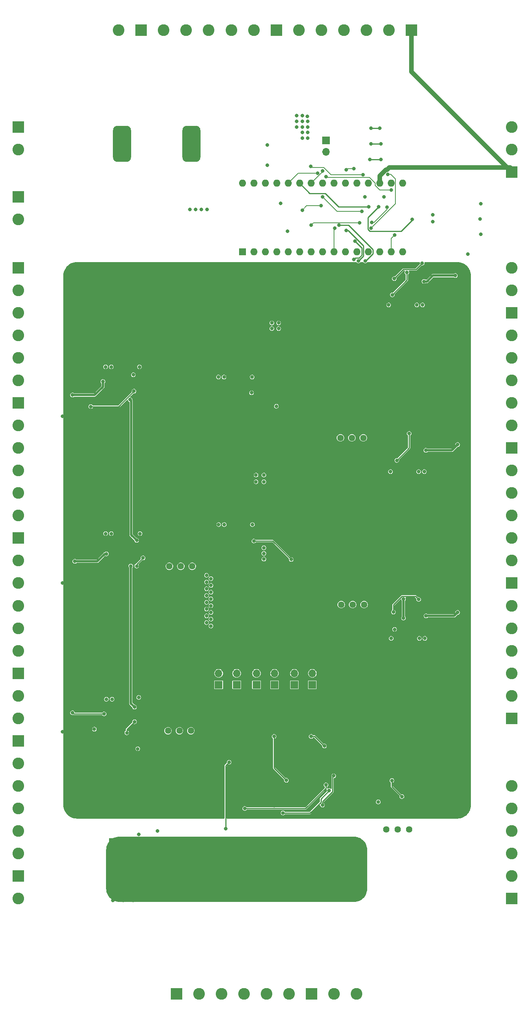
<source format=gbr>
%TF.GenerationSoftware,KiCad,Pcbnew,7.0.7*%
%TF.CreationDate,2023-09-28T18:20:59+01:00*%
%TF.ProjectId,pipcb,70697063-622e-46b6-9963-61645f706362,rev?*%
%TF.SameCoordinates,Original*%
%TF.FileFunction,Copper,L4,Bot*%
%TF.FilePolarity,Positive*%
%FSLAX46Y46*%
G04 Gerber Fmt 4.6, Leading zero omitted, Abs format (unit mm)*
G04 Created by KiCad (PCBNEW 7.0.7) date 2023-09-28 18:20:59*
%MOMM*%
%LPD*%
G01*
G04 APERTURE LIST*
G04 Aperture macros list*
%AMRoundRect*
0 Rectangle with rounded corners*
0 $1 Rounding radius*
0 $2 $3 $4 $5 $6 $7 $8 $9 X,Y pos of 4 corners*
0 Add a 4 corners polygon primitive as box body*
4,1,4,$2,$3,$4,$5,$6,$7,$8,$9,$2,$3,0*
0 Add four circle primitives for the rounded corners*
1,1,$1+$1,$2,$3*
1,1,$1+$1,$4,$5*
1,1,$1+$1,$6,$7*
1,1,$1+$1,$8,$9*
0 Add four rect primitives between the rounded corners*
20,1,$1+$1,$2,$3,$4,$5,0*
20,1,$1+$1,$4,$5,$6,$7,0*
20,1,$1+$1,$6,$7,$8,$9,0*
20,1,$1+$1,$8,$9,$2,$3,0*%
G04 Aperture macros list end*
%TA.AperFunction,ComponentPad*%
%ADD10R,2.600000X2.600000*%
%TD*%
%TA.AperFunction,ComponentPad*%
%ADD11C,2.600000*%
%TD*%
%TA.AperFunction,ComponentPad*%
%ADD12C,0.600000*%
%TD*%
%TA.AperFunction,SMDPad,CuDef*%
%ADD13R,2.950000X4.900000*%
%TD*%
%TA.AperFunction,ComponentPad*%
%ADD14C,1.440000*%
%TD*%
%TA.AperFunction,ComponentPad*%
%ADD15R,1.700000X1.700000*%
%TD*%
%TA.AperFunction,ComponentPad*%
%ADD16O,1.700000X1.700000*%
%TD*%
%TA.AperFunction,SMDPad,CuDef*%
%ADD17R,5.800000X3.200000*%
%TD*%
%TA.AperFunction,ComponentPad*%
%ADD18RoundRect,1.000000X-1.000000X-3.000000X1.000000X-3.000000X1.000000X3.000000X-1.000000X3.000000X0*%
%TD*%
%TA.AperFunction,ComponentPad*%
%ADD19R,1.600000X1.600000*%
%TD*%
%TA.AperFunction,ComponentPad*%
%ADD20O,1.600000X1.600000*%
%TD*%
%TA.AperFunction,ViaPad*%
%ADD21C,0.800000*%
%TD*%
%TA.AperFunction,Conductor*%
%ADD22C,0.150000*%
%TD*%
%TA.AperFunction,Conductor*%
%ADD23C,1.000000*%
%TD*%
%TA.AperFunction,Conductor*%
%ADD24C,0.500000*%
%TD*%
%TA.AperFunction,Conductor*%
%ADD25C,0.250000*%
%TD*%
G04 APERTURE END LIST*
D10*
%TO.P,J15,1,Pin_1*%
%TO.N,PS_1*%
X87540000Y39750000D03*
D11*
%TO.P,J15,2,Pin_2*%
%TO.N,Net-(J15-Pin_2)*%
X82540000Y39750000D03*
%TO.P,J15,3,Pin_3*%
%TO.N,GND*%
X77540000Y39750000D03*
%TO.P,J15,4,Pin_4*%
%TO.N,Net-(J15-Pin_4)*%
X72540000Y39750000D03*
%TO.P,J15,5,Pin_5*%
%TO.N,GND*%
X67540000Y39750000D03*
%TO.P,J15,6,Pin_6*%
%TO.N,GPIO1*%
X62540000Y39750000D03*
%TD*%
D12*
%TO.P,U14,9,AGND*%
%TO.N,GND*%
X79040000Y-59550000D03*
X79040000Y-58250000D03*
X79040000Y-56950000D03*
X79040000Y-55650000D03*
D13*
X78390000Y-57600000D03*
D12*
X77740000Y-59550000D03*
X77740000Y-58250000D03*
X77740000Y-56950000D03*
X77740000Y-55650000D03*
%TD*%
D14*
%TO.P,RV5,1,1*%
%TO.N,unconnected-(RV5-Pad1)*%
X71960000Y-87750000D03*
%TO.P,RV5,2,2*%
%TO.N,Net-(R46-Pad1)*%
X74500000Y-87750000D03*
%TO.P,RV5,3,3*%
%TO.N,/power_rails/rail6/FB*%
X77040000Y-87750000D03*
%TD*%
D15*
%TO.P,JP5,1,A*%
%TO.N,Net-(JP5-A)*%
X65540000Y-105550000D03*
D16*
%TO.P,JP5,2,B*%
%TO.N,Net-(JP5-B)*%
X65540000Y-103010000D03*
%TD*%
D10*
%TO.P,J13,1,Pin_1*%
%TO.N,PS_1*%
X109790000Y8250000D03*
D11*
%TO.P,J13,2,Pin_2*%
%TO.N,TEMP_SENSOR*%
X109790000Y13250000D03*
%TO.P,J13,3,Pin_3*%
%TO.N,GND*%
X109790000Y18250000D03*
%TD*%
D10*
%TO.P,J14,1,Pin_1*%
%TO.N,VALVE1_IN*%
X290000Y-118000000D03*
D11*
%TO.P,J14,2,Pin_2*%
%TO.N,GND*%
X290000Y-123000000D03*
%TO.P,J14,3,Pin_3*%
%TO.N,VALVE1_OUT*%
X290000Y-128000000D03*
%TO.P,J14,4,Pin_4*%
%TO.N,GND*%
X290000Y-133000000D03*
%TO.P,J14,5,Pin_5*%
%TO.N,VALVE2_IN*%
X290000Y-138000000D03*
%TO.P,J14,6,Pin_6*%
%TO.N,GND*%
X290000Y-143000000D03*
%TD*%
D10*
%TO.P,J10,1,Pin_1*%
%TO.N,RAIL2+*%
X109790000Y-23000000D03*
D11*
%TO.P,J10,2,Pin_2*%
%TO.N,GND*%
X109790000Y-18000000D03*
%TO.P,J10,3,Pin_3*%
%TO.N,RAIL2_EN*%
X109790000Y-13000000D03*
%TD*%
D12*
%TO.P,U16,9,AGND*%
%TO.N,GND*%
X79180000Y-96550000D03*
X79180000Y-95250000D03*
X79180000Y-93950000D03*
X79180000Y-92650000D03*
D13*
X78530000Y-94600000D03*
D12*
X77880000Y-96550000D03*
X77880000Y-95250000D03*
X77880000Y-93950000D03*
X77880000Y-92650000D03*
%TD*%
D10*
%TO.P,J18,1,Pin_1*%
%TO.N,GND*%
X27540000Y39750000D03*
D11*
%TO.P,J18,2,Pin_2*%
X22540000Y39750000D03*
%TD*%
D14*
%TO.P,RV3,1,1*%
%TO.N,unconnected-(RV3-Pad1)*%
X71790000Y-50750000D03*
%TO.P,RV3,2,2*%
%TO.N,Net-(R40-Pad1)*%
X74330000Y-50750000D03*
%TO.P,RV3,3,3*%
%TO.N,/power_rails/rail4/FB*%
X76870000Y-50750000D03*
%TD*%
D12*
%TO.P,U13,9,AGND*%
%TO.N,GND*%
X31000000Y-70700000D03*
X31000000Y-72000000D03*
X31000000Y-73300000D03*
X31000000Y-74600000D03*
D13*
X31650000Y-72650000D03*
D12*
X32300000Y-70700000D03*
X32300000Y-72000000D03*
X32300000Y-73300000D03*
X32300000Y-74600000D03*
%TD*%
D10*
%TO.P,J2,1,Pin_1*%
%TO.N,RAIL1+*%
X290000Y-13000000D03*
D11*
%TO.P,J2,2,Pin_2*%
%TO.N,GND*%
X290000Y-18000000D03*
%TO.P,J2,3,Pin_3*%
%TO.N,RAIL1+*%
X290000Y-23000000D03*
%TO.P,J2,4,Pin_4*%
%TO.N,GND*%
X290000Y-28000000D03*
%TO.P,J2,5,Pin_5*%
%TO.N,RAIL1+*%
X290000Y-33000000D03*
%TO.P,J2,6,Pin_6*%
%TO.N,GND*%
X290000Y-38000000D03*
%TD*%
D10*
%TO.P,J12,1,Pin_1*%
%TO.N,PS_1*%
X109790000Y-153000000D03*
D11*
%TO.P,J12,2,Pin_2*%
%TO.N,PS_2*%
X109790000Y-148000000D03*
%TO.P,J12,3,Pin_3*%
%TO.N,PS_TRIGGER*%
X109790000Y-143000000D03*
%TO.P,J12,4,Pin_4*%
%TO.N,GND*%
X109790000Y-138000000D03*
%TO.P,J12,5,Pin_5*%
%TO.N,PS_RAW_OUT*%
X109790000Y-133000000D03*
%TO.P,J12,6,Pin_6*%
%TO.N,GND*%
X109790000Y-128000000D03*
%TD*%
D10*
%TO.P,J1,1,Pin_1*%
%TO.N,RAIL6+*%
X109790000Y-113000000D03*
D11*
%TO.P,J1,2,Pin_2*%
%TO.N,GND*%
X109790000Y-108000000D03*
%TO.P,J1,3,Pin_3*%
%TO.N,RAIL6+*%
X109790000Y-103000000D03*
%TO.P,J1,4,Pin_4*%
%TO.N,GND*%
X109790000Y-98000000D03*
%TO.P,J1,5,Pin_5*%
%TO.N,RAIL6+*%
X109790000Y-93000000D03*
%TO.P,J1,6,Pin_6*%
%TO.N,GND*%
X109790000Y-88000000D03*
%TD*%
D15*
%TO.P,J9,1,Pin_1*%
%TO.N,Net-(A1-A4)*%
X68540000Y15275000D03*
D16*
%TO.P,J9,2,Pin_2*%
%TO.N,Net-(A1-A5)*%
X68540000Y12735000D03*
%TD*%
D15*
%TO.P,JP2,1,A*%
%TO.N,Net-(JP1-A)*%
X44740000Y-105550000D03*
D16*
%TO.P,JP2,2,B*%
%TO.N,Net-(JP2-B)*%
X44740000Y-103010000D03*
%TD*%
D10*
%TO.P,J5,1,Pin_1*%
%TO.N,RAIL1_EN*%
X290000Y-43000000D03*
D11*
%TO.P,J5,2,Pin_2*%
%TO.N,RAIL3+*%
X290000Y-48000000D03*
%TO.P,J5,3,Pin_3*%
%TO.N,GND*%
X290000Y-53000000D03*
%TO.P,J5,4,Pin_4*%
%TO.N,RAIL3+*%
X290000Y-58000000D03*
%TO.P,J5,5,Pin_5*%
%TO.N,GND*%
X290000Y-63000000D03*
%TO.P,J5,6,Pin_6*%
%TO.N,RAIL3+*%
X290000Y-68000000D03*
%TD*%
D12*
%TO.P,U18,9,AGND*%
%TO.N,GND*%
X56040000Y-35950000D03*
X56040000Y-37250000D03*
X56040000Y-38550000D03*
X56040000Y-39850000D03*
D13*
X56690000Y-37900000D03*
D12*
X57340000Y-35950000D03*
X57340000Y-37250000D03*
X57340000Y-38550000D03*
X57340000Y-39850000D03*
%TD*%
%TO.P,U15,9,AGND*%
%TO.N,GND*%
X31165000Y-107450000D03*
X31165000Y-108750000D03*
X31165000Y-110050000D03*
X31165000Y-111350000D03*
D13*
X31815000Y-109400000D03*
D12*
X32465000Y-107450000D03*
X32465000Y-108750000D03*
X32465000Y-110050000D03*
X32465000Y-111350000D03*
%TD*%
D10*
%TO.P,J11,1,Pin_1*%
%TO.N,RAIL5+*%
X290000Y-103000000D03*
D11*
%TO.P,J11,2,Pin_2*%
%TO.N,GND*%
X290000Y-108000000D03*
%TO.P,J11,3,Pin_3*%
%TO.N,RAIL5_EN*%
X290000Y-113000000D03*
%TD*%
D12*
%TO.P,U3,15,PPAD*%
%TO.N,GND*%
X20665000Y-142550000D03*
X21965000Y-142550000D03*
X23265000Y-142550000D03*
X24565000Y-142550000D03*
X25865000Y-142550000D03*
X20665000Y-141250000D03*
X21965000Y-141250000D03*
X23265000Y-141250000D03*
D17*
X23265000Y-141250000D03*
D12*
X24565000Y-141250000D03*
X25865000Y-141250000D03*
X20665000Y-139950000D03*
X21965000Y-139950000D03*
X23265000Y-139950000D03*
X24565000Y-139950000D03*
X25865000Y-139950000D03*
%TD*%
D15*
%TO.P,JP1,1,A*%
%TO.N,Net-(JP1-A)*%
X48740000Y-105550000D03*
D16*
%TO.P,JP1,2,B*%
%TO.N,Net-(JP1-B)*%
X48740000Y-103010000D03*
%TD*%
D14*
%TO.P,RV4,1,1*%
%TO.N,unconnected-(RV4-Pad1)*%
X38580000Y-115750000D03*
%TO.P,RV4,2,2*%
%TO.N,Net-(R43-Pad1)*%
X36040000Y-115750000D03*
%TO.P,RV4,3,3*%
%TO.N,/power_rails/rail5/FB*%
X33500000Y-115750000D03*
%TD*%
D12*
%TO.P,U11,9,AGND*%
%TO.N,GND*%
X31000000Y-33700000D03*
X31000000Y-35000000D03*
X31000000Y-36300000D03*
X31000000Y-37600000D03*
D13*
X31650000Y-35650000D03*
D12*
X32300000Y-33700000D03*
X32300000Y-35000000D03*
X32300000Y-36300000D03*
X32300000Y-37600000D03*
%TD*%
D10*
%TO.P,J19,1,Pin_1*%
%TO.N,LED1_OUT+*%
X35390000Y-174120000D03*
D11*
%TO.P,J19,2,Pin_2*%
%TO.N,LED1_OUT-*%
X40390000Y-174120000D03*
%TO.P,J19,3,Pin_3*%
%TO.N,LED1_CONTROL*%
X45390000Y-174120000D03*
%TO.P,J19,4,Pin_4*%
%TO.N,LED2_OUT+*%
X50390000Y-174120000D03*
%TO.P,J19,5,Pin_5*%
%TO.N,LED2_OUT-*%
X55390000Y-174120000D03*
%TO.P,J19,6,Pin_6*%
%TO.N,LED2_CONTROL*%
X60390000Y-174120000D03*
%TD*%
D14*
%TO.P,RV2,1,1*%
%TO.N,unconnected-(RV2-Pad1)*%
X38870000Y-79250000D03*
%TO.P,RV2,2,2*%
%TO.N,Net-(R37-Pad1)*%
X36330000Y-79250000D03*
%TO.P,RV2,3,3*%
%TO.N,/power_rails/rail3/FB*%
X33790000Y-79250000D03*
%TD*%
D12*
%TO.P,U17,9,AGND*%
%TO.N,GND*%
X56096250Y-68700000D03*
X56096250Y-70000000D03*
X56096250Y-71300000D03*
X56096250Y-72600000D03*
D13*
X56746250Y-70650000D03*
D12*
X57396250Y-68700000D03*
X57396250Y-70000000D03*
X57396250Y-71300000D03*
X57396250Y-72600000D03*
%TD*%
D10*
%TO.P,J16,1,Pin_1*%
%TO.N,VALVE2_OUT*%
X290000Y-148000000D03*
D11*
%TO.P,J16,2,Pin_2*%
%TO.N,GND*%
X290000Y-153000000D03*
%TD*%
D10*
%TO.P,J20,1,Pin_1*%
%TO.N,LED3_OUT+*%
X65390000Y-174120000D03*
D11*
%TO.P,J20,2,Pin_2*%
%TO.N,LED3_OUT-*%
X70390000Y-174120000D03*
%TO.P,J20,3,Pin_3*%
%TO.N,LED3_CONTROL*%
X75390000Y-174120000D03*
%TD*%
D12*
%TO.P,U12,9,AGND*%
%TO.N,GND*%
X78640000Y-22550000D03*
X78640000Y-21250000D03*
X78640000Y-19950000D03*
X78640000Y-18650000D03*
D13*
X77990000Y-20600000D03*
D12*
X77340000Y-22550000D03*
X77340000Y-21250000D03*
X77340000Y-19950000D03*
X77340000Y-18650000D03*
%TD*%
%TO.P,U2,15,PPAD*%
%TO.N,GND*%
X20665000Y-123550000D03*
X21965000Y-123550000D03*
X23265000Y-123550000D03*
X24565000Y-123550000D03*
X25865000Y-123550000D03*
X20665000Y-122250000D03*
X21965000Y-122250000D03*
X23265000Y-122250000D03*
D17*
X23265000Y-122250000D03*
D12*
X24565000Y-122250000D03*
X25865000Y-122250000D03*
X20665000Y-120950000D03*
X21965000Y-120950000D03*
X23265000Y-120950000D03*
X24565000Y-120950000D03*
X25865000Y-120950000D03*
%TD*%
D15*
%TO.P,JP4,1,A*%
%TO.N,Net-(JP3-A)*%
X53140000Y-105550000D03*
D16*
%TO.P,JP4,2,B*%
%TO.N,Net-(JP4-B)*%
X53140000Y-103010000D03*
%TD*%
D18*
%TO.P,SW1,1,A*%
%TO.N,+VDC*%
X23290000Y14500000D03*
%TO.P,SW1,2,B*%
%TO.N,Net-(SW1-B)*%
X38690000Y14500000D03*
%TD*%
D19*
%TO.P,A1,1,D1/TX*%
%TO.N,unconnected-(A1-D1{slash}TX-Pad1)*%
X50000000Y-9500000D03*
D20*
%TO.P,A1,2,D0/RX*%
%TO.N,unconnected-(A1-D0{slash}RX-Pad2)*%
X52540000Y-9500000D03*
%TO.P,A1,3,~{RESET}*%
%TO.N,unconnected-(A1-~{RESET}-Pad3)*%
X55080000Y-9500000D03*
%TO.P,A1,4,GND*%
%TO.N,GND*%
X57620000Y-9500000D03*
%TO.P,A1,5,D2*%
%TO.N,TEMP_SENSOR*%
X60160000Y-9500000D03*
%TO.P,A1,6,D3*%
%TO.N,PELTIER_CONTROL*%
X62700000Y-9500000D03*
%TO.P,A1,7,D4*%
%TO.N,FLIPPER_ENABLE*%
X65240000Y-9500000D03*
%TO.P,A1,8,D5*%
%TO.N,FLIPPER_OUT*%
X67780000Y-9500000D03*
%TO.P,A1,9,D6*%
%TO.N,GPIO5*%
X70320000Y-9500000D03*
%TO.P,A1,10,D7*%
%TO.N,GPIO6*%
X72860000Y-9500000D03*
%TO.P,A1,11,D8*%
%TO.N,LED_STATUS*%
X75400000Y-9500000D03*
%TO.P,A1,12,D9*%
%TO.N,LED_WARNING*%
X77940000Y-9500000D03*
%TO.P,A1,13,D10*%
%TO.N,OVERHEAT*%
X80480000Y-9500000D03*
%TO.P,A1,14,D11*%
%TO.N,GPIO1*%
X83020000Y-9500000D03*
%TO.P,A1,15,D12*%
%TO.N,GPIO2*%
X85560000Y-9500000D03*
%TO.P,A1,16,D13*%
%TO.N,GPIO3*%
X85560000Y5740000D03*
%TO.P,A1,17,3V3*%
%TO.N,unconnected-(A1-3V3-Pad17)*%
X83020000Y5740000D03*
%TO.P,A1,18,AREF*%
%TO.N,PS_1*%
X80480000Y5740000D03*
%TO.P,A1,19,A0*%
%TO.N,CURRENT_ADC*%
X77940000Y5740000D03*
%TO.P,A1,20,A1*%
%TO.N,LED1_CURR*%
X75400000Y5740000D03*
%TO.P,A1,21,A2*%
%TO.N,LED2_CURR*%
X72860000Y5740000D03*
%TO.P,A1,22,A3*%
%TO.N,LED3_CURR*%
X70320000Y5740000D03*
%TO.P,A1,23,A4*%
%TO.N,Net-(A1-A4)*%
X67780000Y5740000D03*
%TO.P,A1,24,A5*%
%TO.N,Net-(A1-A5)*%
X65240000Y5740000D03*
%TO.P,A1,25,A6*%
%TO.N,24_V_ADC*%
X62700000Y5740000D03*
%TO.P,A1,26,A7*%
%TO.N,GPIO4*%
X60160000Y5740000D03*
%TO.P,A1,27,+5V*%
%TO.N,PS_1*%
X57620000Y5740000D03*
%TO.P,A1,28,~{RESET}*%
%TO.N,unconnected-(A1-~{RESET}-Pad28)*%
X55080000Y5740000D03*
%TO.P,A1,29,GND*%
%TO.N,GND*%
X52540000Y5740000D03*
%TO.P,A1,30,VIN*%
%TO.N,unconnected-(A1-VIN-Pad30)*%
X50000000Y5740000D03*
%TD*%
D10*
%TO.P,J3,1,Pin_1*%
%TO.N,+VDC*%
X290000Y18250000D03*
D11*
%TO.P,J3,2,Pin_2*%
%TO.N,GND*%
X290000Y13250000D03*
%TD*%
D10*
%TO.P,J17,1,Pin_1*%
%TO.N,GPIO2*%
X57540000Y39750000D03*
D11*
%TO.P,J17,2,Pin_2*%
%TO.N,GPIO3*%
X52540000Y39750000D03*
%TO.P,J17,3,Pin_3*%
%TO.N,GPIO4*%
X47540000Y39750000D03*
%TO.P,J17,4,Pin_4*%
%TO.N,GPIO5*%
X42540000Y39750000D03*
%TO.P,J17,5,Pin_5*%
%TO.N,GPIO6*%
X37540000Y39750000D03*
%TO.P,J17,6,Pin_6*%
%TO.N,Net-(J17-Pin_6)*%
X32540000Y39750000D03*
%TD*%
D10*
%TO.P,J4,1,Pin_1*%
%TO.N,RAIL6_EN*%
X109790000Y-83000000D03*
D11*
%TO.P,J4,2,Pin_2*%
%TO.N,RAIL4+*%
X109790000Y-78000000D03*
%TO.P,J4,3,Pin_3*%
%TO.N,GND*%
X109790000Y-73000000D03*
%TO.P,J4,4,Pin_4*%
%TO.N,RAIL4+*%
X109790000Y-68000000D03*
%TO.P,J4,5,Pin_5*%
%TO.N,GND*%
X109790000Y-63000000D03*
%TO.P,J4,6,Pin_6*%
%TO.N,RAIL4+*%
X109790000Y-58000000D03*
%TD*%
D10*
%TO.P,J8,1,Pin_1*%
%TO.N,GND*%
X290000Y-73000000D03*
D11*
%TO.P,J8,2,Pin_2*%
%TO.N,RAIL3_EN*%
X290000Y-78000000D03*
%TO.P,J8,3,Pin_3*%
%TO.N,RAIL5+*%
X290000Y-83000000D03*
%TO.P,J8,4,Pin_4*%
%TO.N,GND*%
X290000Y-88000000D03*
%TO.P,J8,5,Pin_5*%
%TO.N,RAIL5+*%
X290000Y-93000000D03*
%TO.P,J8,6,Pin_6*%
%TO.N,GND*%
X290000Y-98000000D03*
%TD*%
D10*
%TO.P,J7,1,Pin_1*%
%TO.N,GND*%
X109790000Y-53000000D03*
D11*
%TO.P,J7,2,Pin_2*%
%TO.N,RAIL4_EN*%
X109790000Y-48000000D03*
%TO.P,J7,3,Pin_3*%
%TO.N,RAIL2+*%
X109790000Y-43000000D03*
%TO.P,J7,4,Pin_4*%
%TO.N,GND*%
X109790000Y-38000000D03*
%TO.P,J7,5,Pin_5*%
%TO.N,RAIL2+*%
X109790000Y-33000000D03*
%TO.P,J7,6,Pin_6*%
%TO.N,GND*%
X109790000Y-28000000D03*
%TD*%
D15*
%TO.P,JP3,1,A*%
%TO.N,Net-(JP3-A)*%
X57140000Y-105550000D03*
D16*
%TO.P,JP3,2,B*%
%TO.N,Net-(JP3-B)*%
X57140000Y-103010000D03*
%TD*%
D10*
%TO.P,J6,1,Pin_1*%
%TO.N,+24V*%
X290000Y2750000D03*
D11*
%TO.P,J6,2,Pin_2*%
%TO.N,PELTIER_OUT*%
X290000Y-2250000D03*
%TD*%
D15*
%TO.P,JP6,1,A*%
%TO.N,Net-(JP5-A)*%
X61540000Y-105550000D03*
D16*
%TO.P,JP6,2,B*%
%TO.N,Net-(JP6-B)*%
X61540000Y-103010000D03*
%TD*%
D14*
%TO.P,RV1,1,1*%
%TO.N,Net-(R17-Pad2)*%
X87040000Y-137650000D03*
%TO.P,RV1,2,2*%
%TO.N,GND*%
X84500000Y-137650000D03*
%TO.P,RV1,3,3*%
X81960000Y-137650000D03*
%TD*%
D21*
%TO.N,GPIO5*%
X70540000Y-4250000D03*
%TO.N,PS_1*%
X84290000Y-55750000D03*
X80190000Y-131550000D03*
X58040000Y-25250000D03*
X17140000Y-115400000D03*
X85789995Y-86525844D03*
X85790000Y-90750000D03*
X56540000Y-25250000D03*
X81465500Y2750000D03*
X86540000Y-14025000D03*
X26040000Y-110500000D03*
X83290000Y-19000000D03*
X60000000Y-4874500D03*
X83790000Y-93250000D03*
X25231589Y-79191589D03*
X52540000Y-73650000D03*
X25040000Y-42250000D03*
X58040000Y-26500000D03*
X56540000Y-26500000D03*
X26540000Y-73500000D03*
X87040000Y-49775000D03*
X57540000Y-43750000D03*
X52040000Y-40750000D03*
X25790000Y-36750000D03*
X60846250Y-77750000D03*
%TO.N,+24V*%
X83040000Y-95250000D03*
X88750000Y-21250000D03*
X43040000Y-86500000D03*
X20890000Y-35000000D03*
X20890000Y-72000000D03*
X43040000Y-89500000D03*
X92290000Y-1250000D03*
X27140000Y-35000000D03*
X42040000Y-85750000D03*
X90400000Y-58250000D03*
X52236250Y-70000000D03*
X63290000Y20750000D03*
X43040000Y-91000000D03*
X42040000Y-88750000D03*
X26981303Y-108357321D03*
X42040000Y-87250000D03*
X63290000Y15750000D03*
X64540000Y17000000D03*
X89150000Y-58250000D03*
X42040000Y-91750000D03*
X43040000Y-82000000D03*
X19640000Y-35000000D03*
X19805000Y-108750000D03*
X64540000Y18250000D03*
X44736250Y-70000000D03*
X90540000Y-95250000D03*
X43040000Y-88000000D03*
X89290000Y-95250000D03*
X63290000Y17000000D03*
X42040000Y-81250000D03*
X19640000Y-72000000D03*
X82500000Y-21250000D03*
X43040000Y-85000000D03*
X64450038Y20613984D03*
X62040000Y20750000D03*
X64540000Y19500000D03*
X45930000Y-37250000D03*
X43040000Y-92500000D03*
X63290000Y18250000D03*
X62040000Y18250000D03*
X27289500Y-72000000D03*
X52180000Y-37250000D03*
X63290000Y19500000D03*
X42040000Y-84250000D03*
X45986250Y-70000000D03*
X42040000Y-90250000D03*
X42040000Y-82750000D03*
X21055000Y-108750000D03*
X82900000Y-58250000D03*
X44680000Y-37250000D03*
X90000000Y-21250000D03*
X43040000Y-83500000D03*
X62040000Y19500000D03*
X64540000Y15750000D03*
%TO.N,GPIO4*%
X66676301Y7988767D03*
%TO.N,GPIO3*%
X83040000Y4250000D03*
X68540000Y7250000D03*
%TO.N,GPIO2*%
X76540000Y-500000D03*
X67790000Y2750000D03*
%TO.N,GPIO1*%
X83790000Y-5750000D03*
%TO.N,24_V_ADC*%
X78040000Y500000D03*
X80264333Y538931D03*
X87750000Y-2250000D03*
%TO.N,CURRENT_ADC*%
X76824695Y7650733D03*
X65215499Y9500000D03*
%TO.N,PELTIER_CONTROL*%
X74725500Y9000000D03*
X67514500Y750000D03*
X63290000Y-250000D03*
X73026999Y8750000D03*
%TO.N,Net-(A1-A5)*%
X67790000Y8500000D03*
%TO.N,GND*%
X39140000Y-37500000D03*
X40890000Y-100000D03*
X40290000Y-70500000D03*
X19890000Y-32500000D03*
X55540000Y9750000D03*
X44930000Y-34750000D03*
X89943713Y-15208891D03*
X19890000Y-29500000D03*
X99540000Y-128500000D03*
X90150000Y-62250000D03*
X23515000Y-153362500D03*
X39290000Y-69250000D03*
X29765000Y-128112500D03*
X32040000Y-86750000D03*
X19540000Y-114500000D03*
X70289647Y-95575459D03*
X28765000Y-128112500D03*
X70040000Y-59750000D03*
X31890000Y-12500000D03*
X56986250Y-47750000D03*
X39290000Y-71750000D03*
X100040000Y-80000000D03*
X40540000Y-107250000D03*
X20055000Y-106250000D03*
X44986250Y-67500000D03*
X64290000Y-37250000D03*
X44986250Y-66000000D03*
X21265000Y-153362500D03*
X57040000Y-132375500D03*
X102940000Y1200000D03*
X25765000Y-134112500D03*
X21265000Y-134112500D03*
X83540000Y-117500000D03*
X51736250Y-47750000D03*
X39540000Y-108500000D03*
X71040000Y-58500000D03*
X31140000Y-138000000D03*
X53040000Y-42750000D03*
X56140000Y-114550000D03*
X89750000Y-25250000D03*
X19890000Y-69500000D03*
X31890000Y-49750000D03*
X19819977Y-77720023D03*
X78440000Y-123800000D03*
X69290000Y-20000000D03*
X90745897Y-52227822D03*
X71040000Y-61000000D03*
X47740000Y-114400000D03*
X64540000Y-111150000D03*
X64290000Y-72500000D03*
X56930000Y-15000000D03*
X58540000Y1250000D03*
X70290000Y-21250000D03*
X19890000Y-66500000D03*
X77250000Y2750000D03*
X10040000Y-83000000D03*
X20055000Y-103250000D03*
X29765000Y-147112500D03*
X25765000Y-153362500D03*
X100040000Y-10000000D03*
X100040000Y-45000000D03*
X89750000Y-26750000D03*
X78290000Y-117500000D03*
X89750000Y-23750000D03*
X47740000Y-111150000D03*
X90290000Y-99250000D03*
X83400000Y-80500000D03*
X92290000Y-2750000D03*
X102740000Y-2200000D03*
X70914500Y-97467303D03*
X51680000Y-15000000D03*
X55540000Y14250000D03*
X23515000Y-134112500D03*
X39640000Y-100000D03*
X31140000Y-119112500D03*
X64290000Y-34750000D03*
X90790000Y-89250000D03*
X88190000Y-127050000D03*
X26540000Y-12500000D03*
X27289500Y-49649507D03*
X10040000Y-116000000D03*
X64540000Y-114550000D03*
X70790000Y-95000000D03*
X44930000Y-31750000D03*
X19890000Y-68000000D03*
X56140000Y-112600000D03*
X28765000Y-147112500D03*
X48790000Y-132750000D03*
X44986250Y-64500000D03*
X42140000Y-100000D03*
X65474117Y-132684117D03*
X78290000Y-80500000D03*
X65290000Y-71250000D03*
X56140000Y-111150000D03*
X77750000Y-43500000D03*
X26805000Y-86500000D03*
X90150000Y-60750000D03*
X90290000Y-100750000D03*
X90290000Y-97750000D03*
X19397798Y-40127835D03*
X19890000Y-31000000D03*
X38390000Y-100000D03*
X44930000Y-33250000D03*
X39540000Y-106000000D03*
X10040000Y-46000000D03*
X90150000Y-63750000D03*
X39140000Y-35000000D03*
X65290000Y-36000000D03*
X102940000Y-5600000D03*
X20055000Y-104750000D03*
X53290000Y-75400000D03*
X40140000Y-36250000D03*
X70290000Y-18750000D03*
X47740000Y-112800000D03*
X64290000Y-70000000D03*
X64540000Y-112800000D03*
X83000000Y-43500000D03*
%TO.N,VALVE_12V*%
X54790000Y-76400000D03*
X54790000Y-75150000D03*
X54790000Y-77650000D03*
X26996250Y-138793750D03*
X53040000Y-60500000D03*
X54790000Y-60500000D03*
X53040000Y-59000000D03*
X54790000Y-59000000D03*
X26790000Y-119750000D03*
%TO.N,Net-(D2-A)*%
X80790000Y14500000D03*
X78540000Y14500000D03*
%TO.N,Net-(D4-A)*%
X80740000Y11000000D03*
X78340000Y11000000D03*
%TO.N,PS_RAW_OUT*%
X85414500Y-130356424D03*
X83190000Y-126800000D03*
%TO.N,LED1_CONTROL*%
X47040000Y-122750000D03*
X46290000Y-137500000D03*
%TO.N,LED2_CONTROL*%
X59790000Y-126750000D03*
X57040000Y-117000000D03*
%TO.N,RAIL1_PG*%
X16340000Y-43800000D03*
X25940000Y-40400000D03*
%TO.N,RAIL2_EN*%
X97290000Y-14750000D03*
X90304405Y-16032909D03*
%TO.N,RAIL2_PG*%
X83740000Y-15400000D03*
X89940000Y-12000000D03*
%TO.N,RAIL3_EN*%
X12789500Y-78150844D03*
X19790000Y-76500000D03*
%TO.N,RAIL3_PG*%
X26540000Y-79200000D03*
X27940000Y-77400000D03*
%TO.N,RAIL4_EN*%
X90745897Y-53522178D03*
X97790000Y-52250000D03*
%TO.N,RAIL5_EN*%
X12290000Y-111750000D03*
X19290000Y-112000000D03*
%TO.N,RAIL5_PG*%
X26040000Y-113750000D03*
X24340000Y-116200000D03*
%TO.N,RAIL6_EN*%
X97790000Y-89500000D03*
X90790000Y-90250000D03*
%TO.N,RAIL6_PG*%
X89140000Y-86600000D03*
X83540000Y-89400000D03*
%TO.N,LED1_CURR*%
X74976276Y-7063724D03*
X68565999Y-127750000D03*
X50540000Y-133000000D03*
X74731845Y-11174977D03*
%TO.N,LED2_CURR*%
X73098411Y-4691589D03*
X59040000Y-134000000D03*
X69290000Y-129000000D03*
X75790000Y-11500000D03*
%TO.N,LED3_CURR*%
X70290000Y-125750000D03*
X71421101Y-3574500D03*
X77290000Y-11500000D03*
X67790000Y-132250000D03*
%TO.N,RAIL1_EN*%
X19040000Y-38250000D03*
X12290000Y-41250000D03*
%TO.N,LED3_CONTROL*%
X68215000Y-119136899D03*
X65290000Y-117000000D03*
%TO.N,Net-(D1-A)*%
X78540000Y18000000D03*
X80540000Y18000000D03*
%TO.N,Net-(J15-Pin_2)*%
X78540000Y-4250000D03*
X76040000Y-3000000D03*
X65290000Y-3500000D03*
X82290000Y7750000D03*
%TO.N,Net-(J15-Pin_4)*%
X78758767Y-2968767D03*
X82133767Y406233D03*
%TD*%
D22*
%TO.N,GPIO5*%
X70320000Y-4470000D02*
X70320000Y-9500000D01*
X70540000Y-4250000D02*
X70320000Y-4470000D01*
D23*
%TO.N,PS_1*%
X108790000Y9250000D02*
X109790000Y8250000D01*
D24*
X26040000Y-110500000D02*
X25231589Y-109691589D01*
D25*
X86540000Y-15750000D02*
X86540000Y-14025000D01*
D24*
X25290000Y-72250000D02*
X25290000Y-42500000D01*
X25231589Y-109691589D02*
X25231589Y-79191589D01*
D25*
X52540000Y-73650000D02*
X56746250Y-73650000D01*
D23*
X81875993Y8749500D02*
X82125993Y8749500D01*
D25*
X56746250Y-73650000D02*
X60846250Y-77750000D01*
D24*
X25290000Y-42500000D02*
X25040000Y-42250000D01*
X85790000Y-90750000D02*
X85790000Y-86525849D01*
D23*
X108140000Y9250000D02*
X109500000Y9250000D01*
D25*
X83290000Y-19000000D02*
X86540000Y-15750000D01*
D23*
X108140000Y9250000D02*
X108790000Y9250000D01*
X80480000Y5740000D02*
X80480000Y7353507D01*
X82626493Y9250000D02*
X108140000Y9250000D01*
D25*
X87040000Y-53000000D02*
X87040000Y-49775000D01*
D24*
X85790000Y-86525849D02*
X85789995Y-86525844D01*
D23*
X109790000Y8250000D02*
X87540000Y30500000D01*
X80480000Y7353507D02*
X81875993Y8749500D01*
D25*
X84290000Y-55750000D02*
X87040000Y-53000000D01*
D23*
X87540000Y30500000D02*
X87540000Y39750000D01*
X82125993Y8749500D02*
X82626493Y9250000D01*
D24*
X26540000Y-73500000D02*
X25290000Y-72250000D01*
D22*
%TO.N,GPIO4*%
X62408767Y7988767D02*
X66676301Y7988767D01*
X60160000Y5740000D02*
X62408767Y7988767D01*
%TO.N,GPIO3*%
X79505000Y5785000D02*
X79505000Y5285000D01*
X80540000Y4250000D02*
X83040000Y4250000D01*
X79505000Y5285000D02*
X80540000Y4250000D01*
X68713767Y7076233D02*
X78213767Y7076233D01*
X68540000Y7250000D02*
X68713767Y7076233D01*
X78213767Y7076233D02*
X79505000Y5785000D01*
%TO.N,GPIO2*%
X67790000Y2750000D02*
X71040000Y-500000D01*
X71040000Y-500000D02*
X76540000Y-500000D01*
%TO.N,GPIO1*%
X83790000Y-5750000D02*
X83020000Y-6520000D01*
X83020000Y-6520000D02*
X83020000Y-9500000D01*
D25*
%TO.N,24_V_ADC*%
X64965500Y3474500D02*
X68432323Y3474500D01*
X71406823Y500000D02*
X78040000Y500000D01*
X77915500Y-4508677D02*
X77915500Y-1809902D01*
X87858522Y-2250000D02*
X85234022Y-4874500D01*
X77915500Y-1809902D02*
X80264333Y538931D01*
X68432323Y3474500D02*
X71406823Y500000D01*
X85234022Y-4874500D02*
X78281323Y-4874500D01*
X62700000Y5740000D02*
X64965500Y3474500D01*
X78281323Y-4874500D02*
X77915500Y-4508677D01*
D22*
%TO.N,CURRENT_ADC*%
X69639267Y7650733D02*
X68040000Y9250000D01*
X65465499Y9250000D02*
X65215499Y9500000D01*
X68040000Y9250000D02*
X65465499Y9250000D01*
X76824695Y7650733D02*
X69639267Y7650733D01*
%TO.N,PELTIER_CONTROL*%
X73276999Y9000000D02*
X73026999Y8750000D01*
X63290000Y-250000D02*
X64290000Y750000D01*
X64290000Y750000D02*
X67514500Y750000D01*
X74725500Y9000000D02*
X73276999Y9000000D01*
%TO.N,Net-(A1-A5)*%
X67790000Y8500000D02*
X67790000Y8290000D01*
X67790000Y8290000D02*
X65240000Y5740000D01*
D25*
%TO.N,Net-(D2-A)*%
X78540000Y14500000D02*
X80790000Y14500000D01*
%TO.N,Net-(D4-A)*%
X78340000Y11000000D02*
X80740000Y11000000D01*
%TO.N,PS_RAW_OUT*%
X83190000Y-128131924D02*
X85414500Y-130356424D01*
X83190000Y-126800000D02*
X83190000Y-128131924D01*
%TO.N,LED1_CONTROL*%
X46290000Y-137500000D02*
X46290000Y-123500000D01*
X46290000Y-123500000D02*
X47040000Y-122750000D01*
%TO.N,LED2_CONTROL*%
X59790000Y-126750000D02*
X57040000Y-124000000D01*
X57040000Y-124000000D02*
X57040000Y-117000000D01*
%TO.N,RAIL1_PG*%
X25940000Y-40400000D02*
X22540000Y-43800000D01*
X22540000Y-43800000D02*
X16340000Y-43800000D01*
D24*
%TO.N,RAIL2_EN*%
X92290000Y-14750000D02*
X91007091Y-16032909D01*
X92290000Y-14750000D02*
X97290000Y-14750000D01*
X91007091Y-16032909D02*
X90304405Y-16032909D01*
D25*
%TO.N,RAIL2_PG*%
X85740000Y-13400000D02*
X83740000Y-15400000D01*
X89940000Y-12000000D02*
X88540000Y-13400000D01*
X88540000Y-13400000D02*
X85740000Y-13400000D01*
D24*
%TO.N,RAIL3_EN*%
X19440344Y-76500000D02*
X17789500Y-78150844D01*
X19790000Y-76500000D02*
X19440344Y-76500000D01*
X17789500Y-78150844D02*
X12789500Y-78150844D01*
D25*
%TO.N,RAIL3_PG*%
X26540000Y-78800000D02*
X27940000Y-77400000D01*
X26540000Y-79200000D02*
X26540000Y-78800000D01*
D24*
%TO.N,RAIL4_EN*%
X96517822Y-53522178D02*
X97790000Y-52250000D01*
X90745897Y-53522178D02*
X96517822Y-53522178D01*
D25*
%TO.N,RAIL5_EN*%
X19290000Y-112000000D02*
X12540000Y-112000000D01*
X12540000Y-112000000D02*
X12290000Y-111750000D01*
%TO.N,RAIL5_PG*%
X24340000Y-115450000D02*
X26040000Y-113750000D01*
X24340000Y-116200000D02*
X24340000Y-115450000D01*
D24*
%TO.N,RAIL6_EN*%
X90790000Y-90250000D02*
X97040000Y-90250000D01*
X97040000Y-90250000D02*
X97790000Y-89500000D01*
D25*
%TO.N,RAIL6_PG*%
X85439156Y-85900844D02*
X83540000Y-87800000D01*
X83540000Y-87800000D02*
X83540000Y-89400000D01*
X88440844Y-85900844D02*
X85439156Y-85900844D01*
X89140000Y-86600000D02*
X88440844Y-85900844D01*
%TO.N,LED1_CURR*%
X75938478Y-10800000D02*
X76565499Y-10172979D01*
X76565499Y-8652947D02*
X74976276Y-7063724D01*
X64040000Y-133000000D02*
X68565999Y-128474001D01*
X76565499Y-10172979D02*
X76565499Y-8652947D01*
X75106822Y-10800000D02*
X75938478Y-10800000D01*
X68565999Y-128474001D02*
X68565999Y-127750000D01*
X74731845Y-11174977D02*
X75106822Y-10800000D01*
X50540000Y-133000000D02*
X64040000Y-133000000D01*
%TO.N,LED2_CURR*%
X65041412Y-134000000D02*
X67440499Y-131600913D01*
X76915000Y-8119270D02*
X73487319Y-4691589D01*
X59040000Y-134000000D02*
X65041412Y-134000000D01*
X76915000Y-10375000D02*
X76915000Y-8119270D01*
X67440499Y-130849501D02*
X69290000Y-129000000D01*
X75790000Y-11500000D02*
X76915000Y-10375000D01*
X73487319Y-4691589D02*
X73098411Y-4691589D01*
X67440499Y-131600913D02*
X67440499Y-130849501D01*
%TO.N,LED3_CURR*%
X77290000Y-11500000D02*
X77389569Y-11500000D01*
X70040000Y-126000000D02*
X70290000Y-125750000D01*
X67790000Y-131500000D02*
X70040000Y-129250000D01*
X73614500Y-3574500D02*
X71421101Y-3574500D01*
X67790000Y-132250000D02*
X67790000Y-131500000D01*
X78965000Y-8925000D02*
X73614500Y-3574500D01*
X77389569Y-11500000D02*
X78965000Y-9924569D01*
X78965000Y-9924569D02*
X78965000Y-8925000D01*
X70040000Y-129250000D02*
X70040000Y-126000000D01*
D24*
%TO.N,RAIL1_EN*%
X19040000Y-39424972D02*
X19040000Y-38250000D01*
X17214972Y-41250000D02*
X19040000Y-39424972D01*
X12290000Y-41250000D02*
X17214972Y-41250000D01*
D25*
%TO.N,LED3_CONTROL*%
X68176899Y-119136899D02*
X68215000Y-119136899D01*
X65290000Y-117000000D02*
X66040000Y-117000000D01*
X66040000Y-117000000D02*
X68176899Y-119136899D01*
%TO.N,Net-(D1-A)*%
X78540000Y18000000D02*
X80540000Y18000000D01*
D22*
%TO.N,Net-(J15-Pin_2)*%
X83995000Y1205000D02*
X78540000Y-4250000D01*
X76040000Y-3000000D02*
X65790000Y-3000000D01*
X83995000Y6733859D02*
X83995000Y1205000D01*
X82978859Y7750000D02*
X83995000Y6733859D01*
X82290000Y7750000D02*
X82978859Y7750000D01*
X65790000Y-3000000D02*
X65290000Y-3500000D01*
%TO.N,Net-(J15-Pin_4)*%
X79218385Y-2968767D02*
X78758767Y-2968767D01*
X82133767Y-53385D02*
X79218385Y-2968767D01*
X82133767Y406233D02*
X82133767Y-53385D01*
%TD*%
%TA.AperFunction,Conductor*%
%TO.N,GND*%
G36*
X75354949Y-11770002D02*
G01*
X75382053Y-11793488D01*
X75458873Y-11882144D01*
X75477216Y-11893932D01*
X75579947Y-11959953D01*
X75718039Y-12000500D01*
X75861961Y-12000500D01*
X76000053Y-11959953D01*
X76121128Y-11882143D01*
X76197947Y-11793487D01*
X76257673Y-11755104D01*
X76293172Y-11750000D01*
X76786828Y-11750000D01*
X76854949Y-11770002D01*
X76882053Y-11793488D01*
X76958873Y-11882144D01*
X76977216Y-11893932D01*
X77079947Y-11959953D01*
X77218039Y-12000500D01*
X77361961Y-12000500D01*
X77500053Y-11959953D01*
X77621128Y-11882143D01*
X77697947Y-11793487D01*
X77757673Y-11755104D01*
X77793172Y-11750000D01*
X89324886Y-11750000D01*
X89393007Y-11770002D01*
X89439500Y-11823658D01*
X89449603Y-11893928D01*
X89449603Y-11893932D01*
X89434353Y-11999996D01*
X89434353Y-11999997D01*
X89448851Y-12100837D01*
X89438746Y-12171111D01*
X89413229Y-12207863D01*
X88483500Y-13137595D01*
X88421187Y-13171620D01*
X88394404Y-13174500D01*
X85747559Y-13174500D01*
X85744286Y-13174414D01*
X85703936Y-13172300D01*
X85703935Y-13172300D01*
X85703933Y-13172300D01*
X85685002Y-13179566D01*
X85666057Y-13185177D01*
X85646236Y-13189390D01*
X85646227Y-13189394D01*
X85644881Y-13190373D01*
X85615999Y-13206054D01*
X85614446Y-13206650D01*
X85614439Y-13206654D01*
X85600103Y-13220990D01*
X85585075Y-13233825D01*
X85568678Y-13245738D01*
X85568675Y-13245741D01*
X85567845Y-13247180D01*
X85547826Y-13273266D01*
X83949572Y-14871521D01*
X83887260Y-14905546D01*
X83824981Y-14903323D01*
X83811961Y-14899500D01*
X83668039Y-14899500D01*
X83529946Y-14940047D01*
X83408873Y-15017855D01*
X83314623Y-15126626D01*
X83254835Y-15257543D01*
X83234353Y-15399999D01*
X83254835Y-15542456D01*
X83314623Y-15673373D01*
X83408873Y-15782144D01*
X83469409Y-15821047D01*
X83529947Y-15859953D01*
X83668039Y-15900500D01*
X83811961Y-15900500D01*
X83950053Y-15859953D01*
X84071128Y-15782143D01*
X84165377Y-15673373D01*
X84225165Y-15542457D01*
X84245647Y-15400000D01*
X84231148Y-15299158D01*
X84241252Y-15228886D01*
X84266768Y-15192136D01*
X85796500Y-13662405D01*
X85858812Y-13628379D01*
X85885595Y-13625500D01*
X85976163Y-13625500D01*
X86044284Y-13645502D01*
X86090777Y-13699158D01*
X86100881Y-13769432D01*
X86090777Y-13803841D01*
X86054835Y-13882543D01*
X86034353Y-14025000D01*
X86054835Y-14167457D01*
X86114623Y-14298373D01*
X86208872Y-14407143D01*
X86256622Y-14437829D01*
X86303113Y-14491483D01*
X86314500Y-14543826D01*
X86314500Y-15604403D01*
X86294498Y-15672524D01*
X86277595Y-15693498D01*
X83499572Y-18471521D01*
X83437260Y-18505547D01*
X83374981Y-18503323D01*
X83361961Y-18499500D01*
X83218039Y-18499500D01*
X83079946Y-18540047D01*
X82958873Y-18617855D01*
X82864623Y-18726626D01*
X82804835Y-18857543D01*
X82784353Y-18999999D01*
X82804835Y-19142456D01*
X82864623Y-19273373D01*
X82958873Y-19382144D01*
X83019409Y-19421047D01*
X83079947Y-19459953D01*
X83218039Y-19500500D01*
X83361961Y-19500500D01*
X83500053Y-19459953D01*
X83621128Y-19382143D01*
X83715377Y-19273373D01*
X83775165Y-19142457D01*
X83795647Y-19000000D01*
X83781148Y-18899158D01*
X83791252Y-18828886D01*
X83816768Y-18792136D01*
X86575994Y-16032909D01*
X89798758Y-16032909D01*
X89819240Y-16175366D01*
X89879028Y-16306282D01*
X89969055Y-16410180D01*
X89973278Y-16415053D01*
X90033814Y-16453956D01*
X90094352Y-16492862D01*
X90232444Y-16533409D01*
X90376366Y-16533409D01*
X90514458Y-16492862D01*
X90635533Y-16415052D01*
X90635535Y-16415049D01*
X90636535Y-16414184D01*
X90637743Y-16413632D01*
X90643115Y-16410180D01*
X90643611Y-16410952D01*
X90701117Y-16384691D01*
X90719047Y-16383409D01*
X90957672Y-16383409D01*
X90983530Y-16386091D01*
X90984942Y-16386387D01*
X90992406Y-16387952D01*
X91024972Y-16383892D01*
X91032763Y-16383409D01*
X91036132Y-16383409D01*
X91057632Y-16379821D01*
X91108480Y-16373483D01*
X91108482Y-16373482D01*
X91108484Y-16373482D01*
X91108485Y-16373481D01*
X91115440Y-16371410D01*
X91115518Y-16371384D01*
X91115590Y-16371362D01*
X91122462Y-16369002D01*
X91122472Y-16369001D01*
X91167535Y-16344613D01*
X91213575Y-16322107D01*
X91213581Y-16322100D01*
X91219495Y-16317878D01*
X91219553Y-16317833D01*
X91219623Y-16317782D01*
X91225341Y-16313331D01*
X91225349Y-16313327D01*
X91260048Y-16275633D01*
X91815369Y-15720312D01*
X92398277Y-15137405D01*
X92460589Y-15103379D01*
X92487372Y-15100500D01*
X96875358Y-15100500D01*
X96943479Y-15120502D01*
X96957870Y-15131275D01*
X96958873Y-15132144D01*
X97019409Y-15171047D01*
X97079947Y-15209953D01*
X97218039Y-15250500D01*
X97361961Y-15250500D01*
X97500053Y-15209953D01*
X97621128Y-15132143D01*
X97715377Y-15023373D01*
X97775165Y-14892457D01*
X97795647Y-14750000D01*
X97775165Y-14607543D01*
X97715377Y-14476627D01*
X97621128Y-14367857D01*
X97621127Y-14367856D01*
X97621126Y-14367855D01*
X97500053Y-14290047D01*
X97361961Y-14249500D01*
X97218039Y-14249500D01*
X97079946Y-14290047D01*
X96958873Y-14367855D01*
X96957870Y-14368725D01*
X96956661Y-14369276D01*
X96951290Y-14372729D01*
X96950793Y-14371956D01*
X96893288Y-14398218D01*
X96875358Y-14399500D01*
X92339413Y-14399500D01*
X92313557Y-14396818D01*
X92304685Y-14394958D01*
X92304683Y-14394958D01*
X92296677Y-14395956D01*
X92272123Y-14399016D01*
X92264335Y-14399500D01*
X92260956Y-14399500D01*
X92246619Y-14401892D01*
X92239449Y-14403089D01*
X92230992Y-14404143D01*
X92188605Y-14409426D01*
X92181577Y-14411518D01*
X92174622Y-14413906D01*
X92129555Y-14438295D01*
X92083513Y-14460803D01*
X92077554Y-14465057D01*
X92071741Y-14469581D01*
X92051580Y-14491483D01*
X92037042Y-14507275D01*
X91443818Y-15100500D01*
X90898814Y-15645504D01*
X90836502Y-15679529D01*
X90809719Y-15682409D01*
X90719047Y-15682409D01*
X90650926Y-15662407D01*
X90636535Y-15651634D01*
X90635531Y-15650764D01*
X90514458Y-15572956D01*
X90376366Y-15532409D01*
X90232444Y-15532409D01*
X90094351Y-15572956D01*
X89973278Y-15650764D01*
X89879028Y-15759535D01*
X89829952Y-15866996D01*
X89819240Y-15890452D01*
X89798758Y-16032909D01*
X86575994Y-16032909D01*
X86694140Y-15914763D01*
X86696455Y-15912566D01*
X86726509Y-15885507D01*
X86734755Y-15866984D01*
X86744190Y-15849610D01*
X86755226Y-15832618D01*
X86755485Y-15830981D01*
X86764827Y-15799442D01*
X86765500Y-15797932D01*
X86765500Y-15777665D01*
X86767051Y-15757956D01*
X86770222Y-15737935D01*
X86769793Y-15736333D01*
X86765500Y-15703724D01*
X86765500Y-14543826D01*
X86785502Y-14475705D01*
X86823376Y-14437830D01*
X86871128Y-14407143D01*
X86965377Y-14298373D01*
X87025165Y-14167457D01*
X87045647Y-14025000D01*
X87025165Y-13882543D01*
X86989222Y-13803841D01*
X86979119Y-13733568D01*
X87008613Y-13668988D01*
X87068339Y-13630604D01*
X87103837Y-13625500D01*
X88532441Y-13625500D01*
X88535713Y-13625585D01*
X88576064Y-13627700D01*
X88594992Y-13620433D01*
X88613943Y-13614820D01*
X88633768Y-13610607D01*
X88635104Y-13609635D01*
X88664010Y-13593940D01*
X88665560Y-13593346D01*
X88679891Y-13579013D01*
X88694933Y-13566167D01*
X88711320Y-13554262D01*
X88711319Y-13554262D01*
X88711323Y-13554260D01*
X88712150Y-13552825D01*
X88732171Y-13526733D01*
X89730427Y-12528476D01*
X89792737Y-12494453D01*
X89855018Y-12496677D01*
X89862617Y-12498908D01*
X89868039Y-12500500D01*
X89868042Y-12500500D01*
X90011961Y-12500500D01*
X90150053Y-12459953D01*
X90271128Y-12382143D01*
X90365377Y-12273373D01*
X90425165Y-12142457D01*
X90445647Y-12000000D01*
X90445647Y-11999997D01*
X90445647Y-11999996D01*
X90430397Y-11893932D01*
X90440500Y-11823658D01*
X90486993Y-11770002D01*
X90555114Y-11750000D01*
X97748228Y-11750000D01*
X97751761Y-11750099D01*
X97825478Y-11754238D01*
X98082362Y-11768664D01*
X98089382Y-11769456D01*
X98161318Y-11781678D01*
X98414082Y-11824624D01*
X98420964Y-11826196D01*
X98737435Y-11917370D01*
X98744104Y-11919703D01*
X98896244Y-11982721D01*
X99048379Y-12045738D01*
X99054749Y-12048806D01*
X99148893Y-12100837D01*
X99343011Y-12208122D01*
X99348971Y-12211867D01*
X99617588Y-12402462D01*
X99623105Y-12406862D01*
X99868679Y-12626321D01*
X99873678Y-12631320D01*
X100093137Y-12876894D01*
X100097539Y-12882413D01*
X100288129Y-13151024D01*
X100291880Y-13156993D01*
X100309788Y-13189394D01*
X100451193Y-13445250D01*
X100454261Y-13451620D01*
X100580294Y-13755890D01*
X100582629Y-13762564D01*
X100673803Y-14079035D01*
X100675377Y-14085928D01*
X100730543Y-14410617D01*
X100731335Y-14417642D01*
X100749901Y-14748238D01*
X100750000Y-14751772D01*
X100750000Y-132248227D01*
X100749901Y-132251761D01*
X100731335Y-132582357D01*
X100730543Y-132589382D01*
X100675377Y-132914071D01*
X100673803Y-132920964D01*
X100582629Y-133237435D01*
X100580294Y-133244109D01*
X100454261Y-133548379D01*
X100451193Y-133554749D01*
X100291884Y-133843000D01*
X100288122Y-133848987D01*
X100097546Y-134117577D01*
X100093137Y-134123105D01*
X99873678Y-134368679D01*
X99868679Y-134373678D01*
X99623105Y-134593137D01*
X99617577Y-134597546D01*
X99348987Y-134788122D01*
X99343000Y-134791884D01*
X99054749Y-134951193D01*
X99048379Y-134954261D01*
X98744109Y-135080294D01*
X98737435Y-135082629D01*
X98420964Y-135173803D01*
X98414071Y-135175377D01*
X98089382Y-135230543D01*
X98082357Y-135231335D01*
X97751762Y-135249901D01*
X97748228Y-135250000D01*
X46641500Y-135250000D01*
X46573379Y-135229998D01*
X46526886Y-135176342D01*
X46515500Y-135124000D01*
X46515500Y-133000000D01*
X50034353Y-133000000D01*
X50054835Y-133142457D01*
X50112620Y-133268988D01*
X50114623Y-133273373D01*
X50208873Y-133382144D01*
X50269409Y-133421048D01*
X50329947Y-133459953D01*
X50468039Y-133500500D01*
X50611961Y-133500500D01*
X50750053Y-133459953D01*
X50871128Y-133382143D01*
X50871130Y-133382141D01*
X50969178Y-133268988D01*
X51028904Y-133230604D01*
X51064402Y-133225500D01*
X64032441Y-133225500D01*
X64035713Y-133225585D01*
X64076064Y-133227700D01*
X64094992Y-133220433D01*
X64113943Y-133214820D01*
X64133768Y-133210607D01*
X64135104Y-133209635D01*
X64164013Y-133193939D01*
X64165560Y-133193346D01*
X64179900Y-133179005D01*
X64194927Y-133166171D01*
X64211323Y-133154260D01*
X64212150Y-133152827D01*
X64232173Y-133126731D01*
X68588108Y-128770795D01*
X68650418Y-128736771D01*
X68721233Y-128741836D01*
X68778069Y-128784383D01*
X68802880Y-128850903D01*
X68801919Y-128877823D01*
X68784353Y-129000000D01*
X68798851Y-129100839D01*
X68788746Y-129171113D01*
X68763228Y-129207865D01*
X67286404Y-130684690D01*
X67284012Y-130686960D01*
X67253990Y-130713993D01*
X67253989Y-130713994D01*
X67245743Y-130732514D01*
X67236313Y-130749883D01*
X67225271Y-130766885D01*
X67225011Y-130768531D01*
X67215676Y-130800045D01*
X67215000Y-130801562D01*
X67214999Y-130801570D01*
X67214999Y-130821834D01*
X67213448Y-130841542D01*
X67210277Y-130861566D01*
X67210705Y-130863165D01*
X67214999Y-130895776D01*
X67214999Y-131455318D01*
X67194997Y-131523439D01*
X67178094Y-131544413D01*
X64984912Y-133737595D01*
X64922600Y-133771621D01*
X64895817Y-133774500D01*
X59564402Y-133774500D01*
X59496281Y-133754498D01*
X59469178Y-133731012D01*
X59371130Y-133617858D01*
X59371126Y-133617855D01*
X59250053Y-133540047D01*
X59111961Y-133499500D01*
X58968039Y-133499500D01*
X58829946Y-133540047D01*
X58708873Y-133617855D01*
X58614623Y-133726626D01*
X58592760Y-133774500D01*
X58554835Y-133857543D01*
X58534353Y-134000000D01*
X58554835Y-134142457D01*
X58614623Y-134273373D01*
X58697205Y-134368679D01*
X58708873Y-134382144D01*
X58769409Y-134421048D01*
X58829947Y-134459953D01*
X58968039Y-134500500D01*
X59111961Y-134500500D01*
X59250053Y-134459953D01*
X59371128Y-134382143D01*
X59382795Y-134368679D01*
X59469178Y-134268988D01*
X59528904Y-134230604D01*
X59564402Y-134225500D01*
X65033853Y-134225500D01*
X65037125Y-134225585D01*
X65077476Y-134227700D01*
X65096404Y-134220433D01*
X65115355Y-134214820D01*
X65135180Y-134210607D01*
X65136516Y-134209635D01*
X65165425Y-134193939D01*
X65166972Y-134193346D01*
X65181312Y-134179005D01*
X65196339Y-134166171D01*
X65212735Y-134154260D01*
X65213562Y-134152827D01*
X65233585Y-134126731D01*
X67084487Y-132275828D01*
X67146797Y-132241805D01*
X67217612Y-132246869D01*
X67274448Y-132289416D01*
X67298297Y-132346992D01*
X67304833Y-132392450D01*
X67304834Y-132392455D01*
X67304835Y-132392457D01*
X67364623Y-132523373D01*
X67446491Y-132617855D01*
X67458873Y-132632144D01*
X67519409Y-132671048D01*
X67579947Y-132709953D01*
X67718039Y-132750500D01*
X67861961Y-132750500D01*
X68000053Y-132709953D01*
X68121128Y-132632143D01*
X68215377Y-132523373D01*
X68275165Y-132392457D01*
X68295647Y-132250000D01*
X68275165Y-132107543D01*
X68215377Y-131976627D01*
X68121128Y-131867857D01*
X68121127Y-131867856D01*
X68121126Y-131867855D01*
X68073378Y-131837169D01*
X68026886Y-131783513D01*
X68015500Y-131731172D01*
X68015500Y-131645594D01*
X68035502Y-131577473D01*
X68052400Y-131556504D01*
X68058904Y-131550000D01*
X79684353Y-131550000D01*
X79704835Y-131692457D01*
X79753937Y-131799974D01*
X79764623Y-131823373D01*
X79858873Y-131932144D01*
X79919409Y-131971048D01*
X79979947Y-132009953D01*
X80118039Y-132050500D01*
X80261961Y-132050500D01*
X80400053Y-132009953D01*
X80521128Y-131932143D01*
X80615377Y-131823373D01*
X80675165Y-131692457D01*
X80695647Y-131550000D01*
X80675165Y-131407543D01*
X80615377Y-131276627D01*
X80521128Y-131167857D01*
X80521127Y-131167856D01*
X80521126Y-131167855D01*
X80400053Y-131090047D01*
X80261961Y-131049500D01*
X80118039Y-131049500D01*
X79979946Y-131090047D01*
X79858873Y-131167855D01*
X79764623Y-131276626D01*
X79764623Y-131276627D01*
X79704835Y-131407543D01*
X79684353Y-131550000D01*
X68058904Y-131550000D01*
X70194140Y-129414763D01*
X70196455Y-129412566D01*
X70226509Y-129385507D01*
X70234754Y-129366986D01*
X70244183Y-129349619D01*
X70255226Y-129332617D01*
X70255483Y-129330987D01*
X70264834Y-129299427D01*
X70265500Y-129297931D01*
X70265500Y-129277664D01*
X70267051Y-129257955D01*
X70270222Y-129237934D01*
X70269793Y-129236332D01*
X70265500Y-129203723D01*
X70265500Y-126800000D01*
X82684353Y-126800000D01*
X82704835Y-126942457D01*
X82764623Y-127073373D01*
X82858872Y-127182143D01*
X82906620Y-127212828D01*
X82953113Y-127266483D01*
X82964499Y-127318826D01*
X82964499Y-128124368D01*
X82964413Y-128127635D01*
X82964178Y-128132140D01*
X82962300Y-128167985D01*
X82962301Y-128167992D01*
X82969564Y-128186915D01*
X82975177Y-128205862D01*
X82979392Y-128225690D01*
X82979392Y-128225691D01*
X82980367Y-128227032D01*
X82996057Y-128255930D01*
X82996652Y-128257480D01*
X82996655Y-128257485D01*
X83010985Y-128271815D01*
X83023826Y-128286849D01*
X83035740Y-128303247D01*
X83037171Y-128304073D01*
X83063269Y-128324099D01*
X84887728Y-130148558D01*
X84921754Y-130210870D01*
X84923351Y-130255584D01*
X84908853Y-130356423D01*
X84929335Y-130498880D01*
X84989123Y-130629797D01*
X85083373Y-130738568D01*
X85088040Y-130741567D01*
X85204447Y-130816377D01*
X85342539Y-130856924D01*
X85486461Y-130856924D01*
X85624553Y-130816377D01*
X85745628Y-130738567D01*
X85839877Y-130629797D01*
X85899665Y-130498881D01*
X85920147Y-130356424D01*
X85899665Y-130213967D01*
X85839877Y-130083051D01*
X85745628Y-129974281D01*
X85745627Y-129974280D01*
X85745626Y-129974279D01*
X85624553Y-129896471D01*
X85486461Y-129855924D01*
X85342539Y-129855924D01*
X85342538Y-129855924D01*
X85329517Y-129859747D01*
X85258520Y-129859745D01*
X85204927Y-129827945D01*
X83452405Y-128075423D01*
X83418379Y-128013111D01*
X83415500Y-127986328D01*
X83415500Y-127318826D01*
X83435502Y-127250705D01*
X83473376Y-127212830D01*
X83521128Y-127182143D01*
X83615377Y-127073373D01*
X83675165Y-126942457D01*
X83695647Y-126800000D01*
X83675165Y-126657543D01*
X83615377Y-126526627D01*
X83521128Y-126417857D01*
X83521127Y-126417856D01*
X83521126Y-126417855D01*
X83400053Y-126340047D01*
X83261961Y-126299500D01*
X83118039Y-126299500D01*
X82979946Y-126340047D01*
X82858873Y-126417855D01*
X82764623Y-126526626D01*
X82764623Y-126526627D01*
X82704835Y-126657543D01*
X82684353Y-126800000D01*
X70265500Y-126800000D01*
X70265500Y-126373145D01*
X70285502Y-126305024D01*
X70339158Y-126258531D01*
X70356003Y-126252249D01*
X70361960Y-126250500D01*
X70361961Y-126250500D01*
X70500053Y-126209953D01*
X70621128Y-126132143D01*
X70715377Y-126023373D01*
X70775165Y-125892457D01*
X70795647Y-125750000D01*
X70775165Y-125607543D01*
X70715377Y-125476627D01*
X70621128Y-125367857D01*
X70621127Y-125367856D01*
X70621126Y-125367855D01*
X70500053Y-125290047D01*
X70361961Y-125249500D01*
X70218039Y-125249500D01*
X70079946Y-125290047D01*
X69958873Y-125367855D01*
X69864623Y-125476626D01*
X69804835Y-125607543D01*
X69784353Y-125749999D01*
X69804835Y-125892456D01*
X69807374Y-125901101D01*
X69805907Y-125901531D01*
X69814500Y-125941028D01*
X69814500Y-125972333D01*
X69812949Y-125992041D01*
X69809778Y-126012065D01*
X69810206Y-126013664D01*
X69814500Y-126046275D01*
X69814500Y-128511377D01*
X69794498Y-128579498D01*
X69740842Y-128625991D01*
X69670568Y-128636095D01*
X69620380Y-128617376D01*
X69591677Y-128598930D01*
X69500053Y-128540047D01*
X69361961Y-128499500D01*
X69218039Y-128499500D01*
X69079949Y-128540046D01*
X69079947Y-128540046D01*
X69079947Y-128540047D01*
X69040437Y-128565438D01*
X68986852Y-128599875D01*
X68918731Y-128619876D01*
X68850610Y-128599873D01*
X68804118Y-128546217D01*
X68794015Y-128475943D01*
X68794284Y-128474163D01*
X68796221Y-128461936D01*
X68795792Y-128460334D01*
X68791499Y-128427725D01*
X68791499Y-128268826D01*
X68811501Y-128200705D01*
X68849375Y-128162830D01*
X68897127Y-128132143D01*
X68991376Y-128023373D01*
X69051164Y-127892457D01*
X69071646Y-127750000D01*
X69051164Y-127607543D01*
X68991376Y-127476627D01*
X68897127Y-127367857D01*
X68897126Y-127367856D01*
X68897125Y-127367855D01*
X68776052Y-127290047D01*
X68637960Y-127249500D01*
X68494038Y-127249500D01*
X68355945Y-127290047D01*
X68234872Y-127367855D01*
X68140622Y-127476626D01*
X68140622Y-127476627D01*
X68080834Y-127607543D01*
X68060352Y-127750000D01*
X68080834Y-127892457D01*
X68140622Y-128023373D01*
X68234871Y-128132143D01*
X68282621Y-128162829D01*
X68329112Y-128216483D01*
X68340499Y-128268826D01*
X68340499Y-128328405D01*
X68320497Y-128396526D01*
X68303594Y-128417500D01*
X63983500Y-132737595D01*
X63921188Y-132771621D01*
X63894405Y-132774500D01*
X51064402Y-132774500D01*
X50996281Y-132754498D01*
X50969178Y-132731012D01*
X50871130Y-132617858D01*
X50871126Y-132617855D01*
X50750053Y-132540047D01*
X50611961Y-132499500D01*
X50468039Y-132499500D01*
X50329946Y-132540047D01*
X50208873Y-132617855D01*
X50114623Y-132726626D01*
X50092760Y-132774500D01*
X50054835Y-132857543D01*
X50034353Y-133000000D01*
X46515500Y-133000000D01*
X46515500Y-123645595D01*
X46535502Y-123577474D01*
X46552400Y-123556504D01*
X46830427Y-123278476D01*
X46892738Y-123244453D01*
X46955018Y-123246676D01*
X46968039Y-123250500D01*
X46968042Y-123250500D01*
X47111961Y-123250500D01*
X47250053Y-123209953D01*
X47371128Y-123132143D01*
X47465377Y-123023373D01*
X47525165Y-122892457D01*
X47545647Y-122750000D01*
X47525165Y-122607543D01*
X47465377Y-122476627D01*
X47371128Y-122367857D01*
X47371127Y-122367856D01*
X47371126Y-122367855D01*
X47250053Y-122290047D01*
X47111961Y-122249500D01*
X46968039Y-122249500D01*
X46829946Y-122290047D01*
X46708873Y-122367855D01*
X46614623Y-122476626D01*
X46554835Y-122607543D01*
X46534353Y-122750000D01*
X46548851Y-122850839D01*
X46538746Y-122921113D01*
X46513228Y-122957865D01*
X46135905Y-123335189D01*
X46133513Y-123337459D01*
X46103491Y-123364492D01*
X46103490Y-123364493D01*
X46095244Y-123383013D01*
X46085814Y-123400382D01*
X46074772Y-123417384D01*
X46074512Y-123419030D01*
X46065178Y-123450544D01*
X46064500Y-123452067D01*
X46064499Y-123452069D01*
X46064499Y-123472335D01*
X46062949Y-123492035D01*
X46059777Y-123512063D01*
X46060205Y-123513658D01*
X46064500Y-123546275D01*
X46064500Y-135124000D01*
X46044498Y-135192121D01*
X45990842Y-135238614D01*
X45938500Y-135250000D01*
X13251772Y-135250000D01*
X13248238Y-135249901D01*
X12917642Y-135231335D01*
X12910617Y-135230543D01*
X12585928Y-135175377D01*
X12579035Y-135173803D01*
X12262564Y-135082629D01*
X12255890Y-135080294D01*
X11951620Y-134954261D01*
X11945250Y-134951193D01*
X11734098Y-134834495D01*
X11656993Y-134791880D01*
X11651024Y-134788129D01*
X11382413Y-134597539D01*
X11376894Y-134593137D01*
X11131320Y-134373678D01*
X11126321Y-134368679D01*
X10906862Y-134123105D01*
X10902462Y-134117588D01*
X10711867Y-133848971D01*
X10708122Y-133843011D01*
X10623515Y-133689927D01*
X10548806Y-133554749D01*
X10545738Y-133548379D01*
X10419705Y-133244109D01*
X10417370Y-133237435D01*
X10326196Y-132920964D01*
X10324624Y-132914082D01*
X10269456Y-132589382D01*
X10268664Y-132582356D01*
X10250099Y-132251760D01*
X10250000Y-132248227D01*
X10250000Y-119750000D01*
X26284353Y-119750000D01*
X26304835Y-119892456D01*
X26364623Y-120023373D01*
X26458873Y-120132144D01*
X26519409Y-120171048D01*
X26579947Y-120209953D01*
X26718039Y-120250500D01*
X26861961Y-120250500D01*
X27000053Y-120209953D01*
X27121128Y-120132143D01*
X27215377Y-120023373D01*
X27275165Y-119892457D01*
X27295647Y-119750000D01*
X27275165Y-119607543D01*
X27215377Y-119476627D01*
X27121128Y-119367857D01*
X27121127Y-119367856D01*
X27121126Y-119367855D01*
X27000053Y-119290047D01*
X26861961Y-119249500D01*
X26718039Y-119249500D01*
X26579946Y-119290047D01*
X26458873Y-119367855D01*
X26364623Y-119476626D01*
X26304835Y-119607543D01*
X26284353Y-119750000D01*
X10250000Y-119750000D01*
X10250000Y-117000000D01*
X56534353Y-117000000D01*
X56554835Y-117142457D01*
X56614623Y-117273373D01*
X56708872Y-117382143D01*
X56756620Y-117412829D01*
X56803112Y-117466483D01*
X56814499Y-117518826D01*
X56814499Y-123992440D01*
X56814413Y-123995736D01*
X56812300Y-124036060D01*
X56812300Y-124036064D01*
X56819565Y-124054992D01*
X56825177Y-124073938D01*
X56829392Y-124093766D01*
X56829392Y-124093767D01*
X56830367Y-124095108D01*
X56846057Y-124124006D01*
X56846652Y-124125556D01*
X56846655Y-124125561D01*
X56860985Y-124139891D01*
X56873826Y-124154925D01*
X56885740Y-124171323D01*
X56887171Y-124172149D01*
X56913269Y-124192175D01*
X59263228Y-126542134D01*
X59297254Y-126604446D01*
X59298851Y-126649160D01*
X59284353Y-126750000D01*
X59304835Y-126892457D01*
X59364623Y-127023373D01*
X59458873Y-127132144D01*
X59519409Y-127171048D01*
X59579947Y-127209953D01*
X59718039Y-127250500D01*
X59861961Y-127250500D01*
X60000053Y-127209953D01*
X60121128Y-127132143D01*
X60215377Y-127023373D01*
X60275165Y-126892457D01*
X60295647Y-126750000D01*
X60275165Y-126607543D01*
X60215377Y-126476627D01*
X60121128Y-126367857D01*
X60121127Y-126367856D01*
X60121126Y-126367855D01*
X60000053Y-126290047D01*
X59861961Y-126249500D01*
X59718039Y-126249500D01*
X59718036Y-126249500D01*
X59718035Y-126249501D01*
X59705014Y-126253324D01*
X59634018Y-126253321D01*
X59580426Y-126221521D01*
X57302405Y-123943500D01*
X57268379Y-123881188D01*
X57265500Y-123854405D01*
X57265500Y-122249500D01*
X57265500Y-117518822D01*
X57285501Y-117450705D01*
X57323376Y-117412830D01*
X57371128Y-117382143D01*
X57465377Y-117273373D01*
X57525165Y-117142457D01*
X57545647Y-117000000D01*
X57545647Y-116999999D01*
X64784353Y-116999999D01*
X64804835Y-117142456D01*
X64864623Y-117273373D01*
X64958873Y-117382144D01*
X65006617Y-117412827D01*
X65079947Y-117459953D01*
X65218039Y-117500500D01*
X65361961Y-117500500D01*
X65500053Y-117459953D01*
X65621128Y-117382143D01*
X65621130Y-117382141D01*
X65719178Y-117268988D01*
X65778904Y-117230604D01*
X65814402Y-117225500D01*
X65894404Y-117225500D01*
X65962525Y-117245502D01*
X65983499Y-117262405D01*
X67683438Y-118962343D01*
X67717463Y-119024655D01*
X67719061Y-119069367D01*
X67709353Y-119136897D01*
X67709353Y-119136899D01*
X67729835Y-119279356D01*
X67789623Y-119410272D01*
X67847119Y-119476627D01*
X67883873Y-119519043D01*
X67944409Y-119557947D01*
X68004947Y-119596852D01*
X68143039Y-119637399D01*
X68286961Y-119637399D01*
X68425053Y-119596852D01*
X68546128Y-119519042D01*
X68640377Y-119410272D01*
X68700165Y-119279356D01*
X68720647Y-119136899D01*
X68700165Y-118994442D01*
X68640377Y-118863526D01*
X68546128Y-118754756D01*
X68546127Y-118754755D01*
X68546126Y-118754754D01*
X68425053Y-118676946D01*
X68286961Y-118636399D01*
X68143039Y-118636399D01*
X68143035Y-118636400D01*
X68143036Y-118636400D01*
X68100564Y-118648870D01*
X68029567Y-118648868D01*
X67975973Y-118617068D01*
X67975972Y-118617067D01*
X66204791Y-116845886D01*
X66202540Y-116843513D01*
X66175507Y-116813490D01*
X66156993Y-116805248D01*
X66139615Y-116795812D01*
X66122620Y-116784775D01*
X66122613Y-116784772D01*
X66120970Y-116784512D01*
X66089452Y-116775176D01*
X66087935Y-116774501D01*
X66087933Y-116774500D01*
X66087932Y-116774500D01*
X66087931Y-116774500D01*
X66067666Y-116774500D01*
X66047957Y-116772949D01*
X66039173Y-116771558D01*
X66027935Y-116769778D01*
X66027934Y-116769778D01*
X66026333Y-116770207D01*
X65993724Y-116774500D01*
X65814402Y-116774500D01*
X65746281Y-116754498D01*
X65719178Y-116731012D01*
X65621130Y-116617858D01*
X65621126Y-116617855D01*
X65500053Y-116540047D01*
X65361961Y-116499500D01*
X65218039Y-116499500D01*
X65079946Y-116540047D01*
X64958873Y-116617855D01*
X64864623Y-116726626D01*
X64804835Y-116857543D01*
X64784353Y-116999999D01*
X57545647Y-116999999D01*
X57525165Y-116857543D01*
X57465377Y-116726627D01*
X57371128Y-116617857D01*
X57371127Y-116617856D01*
X57371126Y-116617855D01*
X57250053Y-116540047D01*
X57111961Y-116499500D01*
X56968039Y-116499500D01*
X56829946Y-116540047D01*
X56708873Y-116617855D01*
X56614623Y-116726626D01*
X56574953Y-116813491D01*
X56554835Y-116857543D01*
X56534353Y-117000000D01*
X10250000Y-117000000D01*
X10250000Y-116200000D01*
X23834353Y-116200000D01*
X23854835Y-116342456D01*
X23914623Y-116473373D01*
X24008873Y-116582144D01*
X24064441Y-116617855D01*
X24129947Y-116659953D01*
X24268039Y-116700500D01*
X24411961Y-116700500D01*
X24550053Y-116659953D01*
X24671128Y-116582143D01*
X24765377Y-116473373D01*
X24825165Y-116342457D01*
X24845647Y-116200000D01*
X24825165Y-116057543D01*
X24765377Y-115926627D01*
X24671128Y-115817857D01*
X24671127Y-115817856D01*
X24623378Y-115787170D01*
X24591170Y-115750000D01*
X32674308Y-115750000D01*
X32695010Y-115933734D01*
X32695011Y-115933736D01*
X32756076Y-116108253D01*
X32756077Y-116108254D01*
X32854447Y-116264811D01*
X32985188Y-116395552D01*
X33083559Y-116457361D01*
X33141746Y-116493923D01*
X33316266Y-116554990D01*
X33500000Y-116575692D01*
X33683734Y-116554990D01*
X33858254Y-116493923D01*
X34014811Y-116395552D01*
X34145552Y-116264811D01*
X34243923Y-116108254D01*
X34304990Y-115933734D01*
X34325692Y-115750000D01*
X35214308Y-115750000D01*
X35235010Y-115933734D01*
X35235011Y-115933736D01*
X35296076Y-116108253D01*
X35296077Y-116108254D01*
X35394447Y-116264811D01*
X35525188Y-116395552D01*
X35623558Y-116457361D01*
X35681746Y-116493923D01*
X35856266Y-116554990D01*
X36040000Y-116575692D01*
X36223734Y-116554990D01*
X36398254Y-116493923D01*
X36554811Y-116395552D01*
X36685552Y-116264811D01*
X36783923Y-116108254D01*
X36844990Y-115933734D01*
X36865692Y-115750000D01*
X37754308Y-115750000D01*
X37775010Y-115933734D01*
X37775011Y-115933736D01*
X37836076Y-116108253D01*
X37836077Y-116108254D01*
X37934447Y-116264811D01*
X38065188Y-116395552D01*
X38163558Y-116457361D01*
X38221746Y-116493923D01*
X38396266Y-116554990D01*
X38580000Y-116575692D01*
X38763734Y-116554990D01*
X38938254Y-116493923D01*
X39094811Y-116395552D01*
X39225552Y-116264811D01*
X39323923Y-116108254D01*
X39384990Y-115933734D01*
X39405692Y-115750000D01*
X39384990Y-115566266D01*
X39323923Y-115391746D01*
X39275381Y-115314492D01*
X39225552Y-115235188D01*
X39094811Y-115104447D01*
X38938254Y-115006077D01*
X38938253Y-115006076D01*
X38818863Y-114964300D01*
X38763734Y-114945010D01*
X38580000Y-114924308D01*
X38396266Y-114945010D01*
X38396263Y-114945010D01*
X38396263Y-114945011D01*
X38221746Y-115006076D01*
X38221745Y-115006077D01*
X38065188Y-115104447D01*
X37934447Y-115235188D01*
X37836077Y-115391745D01*
X37836076Y-115391746D01*
X37783341Y-115542456D01*
X37775010Y-115566266D01*
X37754308Y-115750000D01*
X36865692Y-115750000D01*
X36844990Y-115566266D01*
X36783923Y-115391746D01*
X36735381Y-115314492D01*
X36685552Y-115235188D01*
X36554811Y-115104447D01*
X36398254Y-115006077D01*
X36398253Y-115006076D01*
X36278863Y-114964300D01*
X36223734Y-114945010D01*
X36040000Y-114924308D01*
X36039999Y-114924308D01*
X36013274Y-114927319D01*
X35856266Y-114945010D01*
X35856263Y-114945010D01*
X35856263Y-114945011D01*
X35681746Y-115006076D01*
X35681745Y-115006077D01*
X35525188Y-115104447D01*
X35394447Y-115235188D01*
X35296077Y-115391745D01*
X35296076Y-115391746D01*
X35243341Y-115542456D01*
X35235010Y-115566266D01*
X35214308Y-115750000D01*
X34325692Y-115750000D01*
X34304990Y-115566266D01*
X34243923Y-115391746D01*
X34195381Y-115314492D01*
X34145552Y-115235188D01*
X34014811Y-115104447D01*
X33858254Y-115006077D01*
X33858253Y-115006076D01*
X33738863Y-114964300D01*
X33683734Y-114945010D01*
X33500000Y-114924308D01*
X33499999Y-114924308D01*
X33473274Y-114927319D01*
X33316266Y-114945010D01*
X33316263Y-114945010D01*
X33316263Y-114945011D01*
X33141746Y-115006076D01*
X33141745Y-115006077D01*
X32985188Y-115104447D01*
X32854447Y-115235188D01*
X32756077Y-115391745D01*
X32756076Y-115391746D01*
X32703341Y-115542456D01*
X32695010Y-115566266D01*
X32674308Y-115750000D01*
X24591170Y-115750000D01*
X24576885Y-115733514D01*
X24565500Y-115681175D01*
X24565500Y-115595593D01*
X24585503Y-115527472D01*
X24602400Y-115506504D01*
X25830427Y-114278476D01*
X25892737Y-114244453D01*
X25955018Y-114246677D01*
X25962617Y-114248908D01*
X25968039Y-114250500D01*
X25968042Y-114250500D01*
X26111961Y-114250500D01*
X26250053Y-114209953D01*
X26371128Y-114132143D01*
X26465377Y-114023373D01*
X26525165Y-113892457D01*
X26545647Y-113750000D01*
X26525165Y-113607543D01*
X26465377Y-113476627D01*
X26371128Y-113367857D01*
X26371127Y-113367856D01*
X26371126Y-113367855D01*
X26250053Y-113290047D01*
X26111961Y-113249500D01*
X25968039Y-113249500D01*
X25829946Y-113290047D01*
X25708873Y-113367855D01*
X25614623Y-113476626D01*
X25554835Y-113607543D01*
X25534353Y-113750000D01*
X25548851Y-113850838D01*
X25538746Y-113921112D01*
X25513228Y-113957864D01*
X24185905Y-115285189D01*
X24183513Y-115287459D01*
X24153491Y-115314492D01*
X24153490Y-115314493D01*
X24145244Y-115333013D01*
X24135814Y-115350382D01*
X24124772Y-115367384D01*
X24124512Y-115369030D01*
X24115178Y-115400544D01*
X24114500Y-115402067D01*
X24114499Y-115402069D01*
X24114499Y-115422335D01*
X24112949Y-115442035D01*
X24109777Y-115462063D01*
X24110205Y-115463658D01*
X24114500Y-115496275D01*
X24114500Y-115681172D01*
X24094498Y-115749293D01*
X24056622Y-115787169D01*
X24008873Y-115817855D01*
X23914623Y-115926626D01*
X23854835Y-116057543D01*
X23834353Y-116200000D01*
X10250000Y-116200000D01*
X10250000Y-115400000D01*
X16634353Y-115400000D01*
X16654835Y-115542457D01*
X16679102Y-115595593D01*
X16714623Y-115673373D01*
X16808873Y-115782144D01*
X16816694Y-115787170D01*
X16929947Y-115859953D01*
X17068039Y-115900500D01*
X17211961Y-115900500D01*
X17350053Y-115859953D01*
X17471128Y-115782143D01*
X17565377Y-115673373D01*
X17625165Y-115542457D01*
X17645647Y-115400000D01*
X17625165Y-115257543D01*
X17565377Y-115126627D01*
X17471128Y-115017857D01*
X17471127Y-115017856D01*
X17471126Y-115017855D01*
X17350053Y-114940047D01*
X17211961Y-114899500D01*
X17068039Y-114899500D01*
X16929946Y-114940047D01*
X16808873Y-115017855D01*
X16714623Y-115126626D01*
X16714623Y-115126627D01*
X16654835Y-115257543D01*
X16634353Y-115400000D01*
X10250000Y-115400000D01*
X10250000Y-111750000D01*
X11784353Y-111750000D01*
X11804835Y-111892456D01*
X11864623Y-112023373D01*
X11958873Y-112132144D01*
X11974919Y-112142456D01*
X12079947Y-112209953D01*
X12218039Y-112250500D01*
X12361960Y-112250500D01*
X12361961Y-112250500D01*
X12435436Y-112228925D01*
X12478824Y-112227274D01*
X12478824Y-112225500D01*
X12492068Y-112225500D01*
X12512334Y-112225500D01*
X12532043Y-112227051D01*
X12552065Y-112230222D01*
X12553348Y-112229878D01*
X12553667Y-112229793D01*
X12586276Y-112225500D01*
X18765598Y-112225500D01*
X18833719Y-112245502D01*
X18860822Y-112268988D01*
X18958869Y-112382141D01*
X18958873Y-112382144D01*
X19019409Y-112421048D01*
X19079947Y-112459953D01*
X19218039Y-112500500D01*
X19361961Y-112500500D01*
X19500053Y-112459953D01*
X19621128Y-112382143D01*
X19715377Y-112273373D01*
X19775165Y-112142457D01*
X19795647Y-112000000D01*
X19775165Y-111857543D01*
X19715377Y-111726627D01*
X19621128Y-111617857D01*
X19621127Y-111617856D01*
X19621126Y-111617855D01*
X19500053Y-111540047D01*
X19361961Y-111499500D01*
X19218039Y-111499500D01*
X19079946Y-111540047D01*
X18958873Y-111617855D01*
X18958869Y-111617858D01*
X18860822Y-111731012D01*
X18801096Y-111769396D01*
X18765598Y-111774500D01*
X12908349Y-111774500D01*
X12840228Y-111754498D01*
X12793735Y-111700842D01*
X12783632Y-111666435D01*
X12775165Y-111607543D01*
X12715377Y-111476627D01*
X12621128Y-111367857D01*
X12621127Y-111367856D01*
X12621126Y-111367855D01*
X12500053Y-111290047D01*
X12361961Y-111249500D01*
X12218039Y-111249500D01*
X12079946Y-111290047D01*
X11958873Y-111367855D01*
X11864623Y-111476626D01*
X11804835Y-111607543D01*
X11784353Y-111750000D01*
X10250000Y-111750000D01*
X10250000Y-108750000D01*
X19299353Y-108750000D01*
X19309025Y-108817274D01*
X19319835Y-108892456D01*
X19379623Y-109023373D01*
X19473873Y-109132144D01*
X19534409Y-109171048D01*
X19594947Y-109209953D01*
X19733039Y-109250500D01*
X19876961Y-109250500D01*
X20015053Y-109209953D01*
X20136128Y-109132143D01*
X20230377Y-109023373D01*
X20290165Y-108892457D01*
X20305282Y-108787310D01*
X20322322Y-108749999D01*
X20537677Y-108749999D01*
X20554717Y-108787311D01*
X20564855Y-108857821D01*
X20569835Y-108892456D01*
X20629623Y-109023373D01*
X20723873Y-109132144D01*
X20784409Y-109171048D01*
X20844947Y-109209953D01*
X20983039Y-109250500D01*
X21126961Y-109250500D01*
X21265053Y-109209953D01*
X21386128Y-109132143D01*
X21480377Y-109023373D01*
X21540165Y-108892457D01*
X21560647Y-108750000D01*
X21540165Y-108607543D01*
X21480377Y-108476627D01*
X21386128Y-108367857D01*
X21386127Y-108367856D01*
X21386126Y-108367855D01*
X21265053Y-108290047D01*
X21126961Y-108249500D01*
X20983039Y-108249500D01*
X20844946Y-108290047D01*
X20723873Y-108367855D01*
X20629623Y-108476626D01*
X20569835Y-108607542D01*
X20554718Y-108712688D01*
X20537677Y-108749999D01*
X20322322Y-108749999D01*
X20322322Y-108749998D01*
X20305283Y-108712688D01*
X20305282Y-108712688D01*
X20290165Y-108607543D01*
X20230377Y-108476627D01*
X20136128Y-108367857D01*
X20136127Y-108367856D01*
X20136126Y-108367855D01*
X20015053Y-108290047D01*
X19876961Y-108249500D01*
X19733039Y-108249500D01*
X19594946Y-108290047D01*
X19473873Y-108367855D01*
X19379623Y-108476626D01*
X19369050Y-108499778D01*
X19319835Y-108607543D01*
X19299353Y-108750000D01*
X10250000Y-108750000D01*
X10250000Y-79191589D01*
X24725942Y-79191589D01*
X24746424Y-79334046D01*
X24806212Y-79464962D01*
X24850313Y-79515857D01*
X24879806Y-79580438D01*
X24881089Y-79598370D01*
X24881089Y-109642170D01*
X24878407Y-109668028D01*
X24876545Y-109676903D01*
X24878830Y-109695228D01*
X24880605Y-109709469D01*
X24881089Y-109717261D01*
X24881089Y-109720628D01*
X24884676Y-109742128D01*
X24891015Y-109792980D01*
X24893116Y-109800037D01*
X24895496Y-109806969D01*
X24919883Y-109852033D01*
X24942389Y-109898070D01*
X24946635Y-109904017D01*
X24946652Y-109904039D01*
X24946675Y-109904071D01*
X24951170Y-109909846D01*
X24951171Y-109909847D01*
X24988864Y-109944546D01*
X25503025Y-110458707D01*
X25537049Y-110521018D01*
X25538646Y-110529869D01*
X25554833Y-110642450D01*
X25554835Y-110642456D01*
X25614623Y-110773373D01*
X25708873Y-110882144D01*
X25769409Y-110921048D01*
X25829947Y-110959953D01*
X25968039Y-111000500D01*
X26111961Y-111000500D01*
X26250053Y-110959953D01*
X26371128Y-110882143D01*
X26465377Y-110773373D01*
X26525165Y-110642457D01*
X26545647Y-110500000D01*
X26525165Y-110357543D01*
X26465377Y-110226627D01*
X26371128Y-110117857D01*
X26371127Y-110117856D01*
X26371126Y-110117855D01*
X26250053Y-110040047D01*
X26111961Y-109999500D01*
X26087372Y-109999500D01*
X26019251Y-109979498D01*
X25998277Y-109962595D01*
X25618994Y-109583312D01*
X25584968Y-109521000D01*
X25582089Y-109494217D01*
X25582089Y-108357321D01*
X26475656Y-108357321D01*
X26492809Y-108476627D01*
X26496138Y-108499777D01*
X26555926Y-108630694D01*
X26650176Y-108739465D01*
X26666569Y-108750000D01*
X26771250Y-108817274D01*
X26909342Y-108857821D01*
X27053264Y-108857821D01*
X27191356Y-108817274D01*
X27312431Y-108739464D01*
X27406680Y-108630694D01*
X27466468Y-108499778D01*
X27486950Y-108357321D01*
X27466468Y-108214864D01*
X27406680Y-108083948D01*
X27312431Y-107975178D01*
X27312430Y-107975177D01*
X27312429Y-107975176D01*
X27191356Y-107897368D01*
X27053264Y-107856821D01*
X26909342Y-107856821D01*
X26771249Y-107897368D01*
X26650176Y-107975176D01*
X26555926Y-108083947D01*
X26555926Y-108083948D01*
X26496138Y-108214864D01*
X26475656Y-108357321D01*
X25582089Y-108357321D01*
X25582089Y-106409897D01*
X43789500Y-106409897D01*
X43794171Y-106433381D01*
X43795331Y-106439213D01*
X43817543Y-106472457D01*
X43839655Y-106487231D01*
X43850785Y-106494668D01*
X43850787Y-106494669D01*
X43880101Y-106500500D01*
X45599898Y-106500499D01*
X45629213Y-106494669D01*
X45662457Y-106472457D01*
X45684669Y-106439213D01*
X45690500Y-106409899D01*
X45690500Y-106409897D01*
X47789500Y-106409897D01*
X47794171Y-106433381D01*
X47795331Y-106439213D01*
X47817543Y-106472457D01*
X47839655Y-106487231D01*
X47850785Y-106494668D01*
X47850787Y-106494669D01*
X47880101Y-106500500D01*
X49599898Y-106500499D01*
X49629213Y-106494669D01*
X49662457Y-106472457D01*
X49684669Y-106439213D01*
X49690500Y-106409899D01*
X49690500Y-106409897D01*
X52189500Y-106409897D01*
X52194171Y-106433381D01*
X52195331Y-106439213D01*
X52217543Y-106472457D01*
X52239655Y-106487231D01*
X52250785Y-106494668D01*
X52250787Y-106494669D01*
X52280101Y-106500500D01*
X53999898Y-106500499D01*
X54029213Y-106494669D01*
X54062457Y-106472457D01*
X54084669Y-106439213D01*
X54090500Y-106409899D01*
X54090500Y-106409897D01*
X56189500Y-106409897D01*
X56194171Y-106433381D01*
X56195331Y-106439213D01*
X56217543Y-106472457D01*
X56239655Y-106487231D01*
X56250785Y-106494668D01*
X56250787Y-106494669D01*
X56280101Y-106500500D01*
X57999898Y-106500499D01*
X58029213Y-106494669D01*
X58062457Y-106472457D01*
X58084669Y-106439213D01*
X58090500Y-106409899D01*
X58090500Y-106409897D01*
X60589500Y-106409897D01*
X60594171Y-106433381D01*
X60595331Y-106439213D01*
X60617543Y-106472457D01*
X60639655Y-106487231D01*
X60650785Y-106494668D01*
X60650787Y-106494669D01*
X60680101Y-106500500D01*
X62399898Y-106500499D01*
X62429213Y-106494669D01*
X62462457Y-106472457D01*
X62484669Y-106439213D01*
X62490500Y-106409899D01*
X62490500Y-106409897D01*
X64589500Y-106409897D01*
X64594171Y-106433381D01*
X64595331Y-106439213D01*
X64617543Y-106472457D01*
X64639655Y-106487231D01*
X64650785Y-106494668D01*
X64650787Y-106494669D01*
X64680101Y-106500500D01*
X66399898Y-106500499D01*
X66429213Y-106494669D01*
X66462457Y-106472457D01*
X66484669Y-106439213D01*
X66490500Y-106409899D01*
X66490499Y-104690102D01*
X66484669Y-104660787D01*
X66462457Y-104627543D01*
X66451325Y-104620105D01*
X66429214Y-104605331D01*
X66399899Y-104599500D01*
X64680102Y-104599500D01*
X64650787Y-104605330D01*
X64650787Y-104605331D01*
X64617545Y-104627542D01*
X64617542Y-104627544D01*
X64595331Y-104660785D01*
X64589500Y-104690100D01*
X64589500Y-106409897D01*
X62490500Y-106409897D01*
X62490499Y-104690102D01*
X62484669Y-104660787D01*
X62462457Y-104627543D01*
X62451325Y-104620105D01*
X62429214Y-104605331D01*
X62399899Y-104599500D01*
X60680102Y-104599500D01*
X60650787Y-104605330D01*
X60650787Y-104605331D01*
X60617545Y-104627542D01*
X60617542Y-104627544D01*
X60595331Y-104660785D01*
X60589500Y-104690100D01*
X60589500Y-106409897D01*
X58090500Y-106409897D01*
X58090499Y-104690102D01*
X58084669Y-104660787D01*
X58062457Y-104627543D01*
X58051325Y-104620105D01*
X58029214Y-104605331D01*
X57999899Y-104599500D01*
X56280102Y-104599500D01*
X56250787Y-104605330D01*
X56250787Y-104605331D01*
X56217545Y-104627542D01*
X56217542Y-104627544D01*
X56195331Y-104660785D01*
X56189500Y-104690100D01*
X56189500Y-106409897D01*
X54090500Y-106409897D01*
X54090499Y-104690102D01*
X54084669Y-104660787D01*
X54062457Y-104627543D01*
X54051325Y-104620105D01*
X54029214Y-104605331D01*
X53999899Y-104599500D01*
X52280102Y-104599500D01*
X52250787Y-104605330D01*
X52250787Y-104605331D01*
X52217545Y-104627542D01*
X52217542Y-104627544D01*
X52195331Y-104660785D01*
X52189500Y-104690100D01*
X52189500Y-106409897D01*
X49690500Y-106409897D01*
X49690499Y-104690102D01*
X49684669Y-104660787D01*
X49662457Y-104627543D01*
X49651325Y-104620105D01*
X49629214Y-104605331D01*
X49599899Y-104599500D01*
X47880102Y-104599500D01*
X47850787Y-104605330D01*
X47850787Y-104605331D01*
X47817545Y-104627542D01*
X47817542Y-104627544D01*
X47795331Y-104660785D01*
X47789500Y-104690100D01*
X47789500Y-106409897D01*
X45690500Y-106409897D01*
X45690499Y-104690102D01*
X45684669Y-104660787D01*
X45662457Y-104627543D01*
X45651325Y-104620105D01*
X45629214Y-104605331D01*
X45599899Y-104599500D01*
X43880102Y-104599500D01*
X43850787Y-104605330D01*
X43850787Y-104605331D01*
X43817545Y-104627542D01*
X43817542Y-104627544D01*
X43795331Y-104660785D01*
X43789500Y-104690100D01*
X43789500Y-106409897D01*
X25582089Y-106409897D01*
X25582089Y-103010003D01*
X43784901Y-103010003D01*
X43803251Y-103196323D01*
X43803253Y-103196334D01*
X43857601Y-103375496D01*
X43857603Y-103375500D01*
X43857604Y-103375501D01*
X43945864Y-103540625D01*
X44064643Y-103685357D01*
X44209375Y-103804136D01*
X44374498Y-103892396D01*
X44374499Y-103892396D01*
X44374503Y-103892398D01*
X44553665Y-103946746D01*
X44553666Y-103946746D01*
X44553669Y-103946747D01*
X44553672Y-103946747D01*
X44553676Y-103946748D01*
X44739997Y-103965099D01*
X44740000Y-103965099D01*
X44740003Y-103965099D01*
X44926323Y-103946748D01*
X44926325Y-103946747D01*
X44926331Y-103946747D01*
X44954449Y-103938217D01*
X45105496Y-103892398D01*
X45105498Y-103892396D01*
X45105501Y-103892396D01*
X45270625Y-103804136D01*
X45415357Y-103685357D01*
X45534136Y-103540625D01*
X45622396Y-103375501D01*
X45676747Y-103196331D01*
X45695099Y-103010003D01*
X47784901Y-103010003D01*
X47803251Y-103196323D01*
X47803253Y-103196334D01*
X47857601Y-103375496D01*
X47857603Y-103375500D01*
X47857604Y-103375501D01*
X47945864Y-103540625D01*
X48064643Y-103685357D01*
X48209375Y-103804136D01*
X48374498Y-103892396D01*
X48374499Y-103892396D01*
X48374503Y-103892398D01*
X48553665Y-103946746D01*
X48553666Y-103946746D01*
X48553669Y-103946747D01*
X48553672Y-103946747D01*
X48553676Y-103946748D01*
X48739997Y-103965099D01*
X48740000Y-103965099D01*
X48740003Y-103965099D01*
X48926323Y-103946748D01*
X48926325Y-103946747D01*
X48926331Y-103946747D01*
X48954449Y-103938217D01*
X49105496Y-103892398D01*
X49105498Y-103892396D01*
X49105501Y-103892396D01*
X49270625Y-103804136D01*
X49415357Y-103685357D01*
X49534136Y-103540625D01*
X49622396Y-103375501D01*
X49676747Y-103196331D01*
X49695099Y-103010003D01*
X52184901Y-103010003D01*
X52203251Y-103196323D01*
X52203253Y-103196334D01*
X52257601Y-103375496D01*
X52257603Y-103375500D01*
X52257604Y-103375501D01*
X52345864Y-103540625D01*
X52464643Y-103685357D01*
X52609375Y-103804136D01*
X52774498Y-103892396D01*
X52774499Y-103892396D01*
X52774503Y-103892398D01*
X52953665Y-103946746D01*
X52953666Y-103946746D01*
X52953669Y-103946747D01*
X52953672Y-103946747D01*
X52953676Y-103946748D01*
X53139997Y-103965099D01*
X53140000Y-103965099D01*
X53140003Y-103965099D01*
X53326323Y-103946748D01*
X53326325Y-103946747D01*
X53326331Y-103946747D01*
X53354449Y-103938217D01*
X53505496Y-103892398D01*
X53505498Y-103892396D01*
X53505501Y-103892396D01*
X53670625Y-103804136D01*
X53815357Y-103685357D01*
X53934136Y-103540625D01*
X54022396Y-103375501D01*
X54076747Y-103196331D01*
X54095099Y-103010003D01*
X56184901Y-103010003D01*
X56203251Y-103196323D01*
X56203253Y-103196334D01*
X56257601Y-103375496D01*
X56257603Y-103375500D01*
X56257604Y-103375501D01*
X56345864Y-103540625D01*
X56464643Y-103685357D01*
X56609375Y-103804136D01*
X56774498Y-103892396D01*
X56774499Y-103892396D01*
X56774503Y-103892398D01*
X56953665Y-103946746D01*
X56953666Y-103946746D01*
X56953669Y-103946747D01*
X56953672Y-103946747D01*
X56953676Y-103946748D01*
X57139997Y-103965099D01*
X57140000Y-103965099D01*
X57140003Y-103965099D01*
X57326323Y-103946748D01*
X57326325Y-103946747D01*
X57326331Y-103946747D01*
X57354449Y-103938217D01*
X57505496Y-103892398D01*
X57505498Y-103892396D01*
X57505501Y-103892396D01*
X57670625Y-103804136D01*
X57815357Y-103685357D01*
X57934136Y-103540625D01*
X58022396Y-103375501D01*
X58076747Y-103196331D01*
X58095099Y-103010003D01*
X60584901Y-103010003D01*
X60603251Y-103196323D01*
X60603253Y-103196334D01*
X60657601Y-103375496D01*
X60657603Y-103375500D01*
X60657604Y-103375501D01*
X60745864Y-103540625D01*
X60864643Y-103685357D01*
X61009375Y-103804136D01*
X61174498Y-103892396D01*
X61174499Y-103892396D01*
X61174503Y-103892398D01*
X61353665Y-103946746D01*
X61353666Y-103946746D01*
X61353669Y-103946747D01*
X61353672Y-103946747D01*
X61353676Y-103946748D01*
X61539997Y-103965099D01*
X61540000Y-103965099D01*
X61540003Y-103965099D01*
X61726323Y-103946748D01*
X61726325Y-103946747D01*
X61726331Y-103946747D01*
X61754449Y-103938217D01*
X61905496Y-103892398D01*
X61905498Y-103892396D01*
X61905501Y-103892396D01*
X62070625Y-103804136D01*
X62215357Y-103685357D01*
X62334136Y-103540625D01*
X62422396Y-103375501D01*
X62476747Y-103196331D01*
X62495099Y-103010003D01*
X64584901Y-103010003D01*
X64603251Y-103196323D01*
X64603253Y-103196334D01*
X64657601Y-103375496D01*
X64657603Y-103375500D01*
X64657604Y-103375501D01*
X64745864Y-103540625D01*
X64864643Y-103685357D01*
X65009375Y-103804136D01*
X65174498Y-103892396D01*
X65174499Y-103892396D01*
X65174503Y-103892398D01*
X65353665Y-103946746D01*
X65353666Y-103946746D01*
X65353669Y-103946747D01*
X65353672Y-103946747D01*
X65353676Y-103946748D01*
X65539997Y-103965099D01*
X65540000Y-103965099D01*
X65540003Y-103965099D01*
X65726323Y-103946748D01*
X65726325Y-103946747D01*
X65726331Y-103946747D01*
X65754449Y-103938217D01*
X65905496Y-103892398D01*
X65905498Y-103892396D01*
X65905501Y-103892396D01*
X66070625Y-103804136D01*
X66215357Y-103685357D01*
X66334136Y-103540625D01*
X66422396Y-103375501D01*
X66476747Y-103196331D01*
X66495099Y-103010000D01*
X66476747Y-102823669D01*
X66476746Y-102823665D01*
X66422398Y-102644503D01*
X66422396Y-102644499D01*
X66334135Y-102479374D01*
X66215357Y-102334643D01*
X66070625Y-102215864D01*
X66070624Y-102215864D01*
X65905500Y-102127603D01*
X65905496Y-102127601D01*
X65726334Y-102073253D01*
X65726323Y-102073251D01*
X65540003Y-102054901D01*
X65539997Y-102054901D01*
X65353676Y-102073251D01*
X65353665Y-102073253D01*
X65174503Y-102127601D01*
X65174499Y-102127603D01*
X65009374Y-102215864D01*
X64864643Y-102334643D01*
X64745864Y-102479374D01*
X64657603Y-102644499D01*
X64657601Y-102644503D01*
X64603253Y-102823665D01*
X64603251Y-102823676D01*
X64584901Y-103009996D01*
X64584901Y-103010003D01*
X62495099Y-103010003D01*
X62495099Y-103010000D01*
X62476747Y-102823669D01*
X62476746Y-102823665D01*
X62422398Y-102644503D01*
X62422396Y-102644499D01*
X62334135Y-102479374D01*
X62215357Y-102334643D01*
X62070625Y-102215864D01*
X62070624Y-102215864D01*
X61905500Y-102127603D01*
X61905496Y-102127601D01*
X61726334Y-102073253D01*
X61726323Y-102073251D01*
X61540003Y-102054901D01*
X61539997Y-102054901D01*
X61353676Y-102073251D01*
X61353665Y-102073253D01*
X61174503Y-102127601D01*
X61174499Y-102127603D01*
X61009374Y-102215864D01*
X60864643Y-102334643D01*
X60745864Y-102479374D01*
X60657603Y-102644499D01*
X60657601Y-102644503D01*
X60603253Y-102823665D01*
X60603251Y-102823676D01*
X60584901Y-103009996D01*
X60584901Y-103010003D01*
X58095099Y-103010003D01*
X58095099Y-103010000D01*
X58076747Y-102823669D01*
X58076746Y-102823665D01*
X58022398Y-102644503D01*
X58022396Y-102644499D01*
X57934135Y-102479374D01*
X57815357Y-102334643D01*
X57670625Y-102215864D01*
X57670624Y-102215864D01*
X57505500Y-102127603D01*
X57505496Y-102127601D01*
X57326334Y-102073253D01*
X57326323Y-102073251D01*
X57140003Y-102054901D01*
X57139997Y-102054901D01*
X56953676Y-102073251D01*
X56953665Y-102073253D01*
X56774503Y-102127601D01*
X56774499Y-102127603D01*
X56609374Y-102215864D01*
X56464643Y-102334643D01*
X56345864Y-102479374D01*
X56257603Y-102644499D01*
X56257601Y-102644503D01*
X56203253Y-102823665D01*
X56203251Y-102823676D01*
X56184901Y-103009996D01*
X56184901Y-103010003D01*
X54095099Y-103010003D01*
X54095099Y-103010000D01*
X54076747Y-102823669D01*
X54076746Y-102823665D01*
X54022398Y-102644503D01*
X54022396Y-102644499D01*
X53934135Y-102479374D01*
X53815357Y-102334643D01*
X53670625Y-102215864D01*
X53670624Y-102215864D01*
X53505500Y-102127603D01*
X53505496Y-102127601D01*
X53326334Y-102073253D01*
X53326323Y-102073251D01*
X53140003Y-102054901D01*
X53139997Y-102054901D01*
X52953676Y-102073251D01*
X52953665Y-102073253D01*
X52774503Y-102127601D01*
X52774499Y-102127603D01*
X52609374Y-102215864D01*
X52464643Y-102334643D01*
X52345864Y-102479374D01*
X52257603Y-102644499D01*
X52257601Y-102644503D01*
X52203253Y-102823665D01*
X52203251Y-102823676D01*
X52184901Y-103009996D01*
X52184901Y-103010003D01*
X49695099Y-103010003D01*
X49695099Y-103010000D01*
X49676747Y-102823669D01*
X49676746Y-102823665D01*
X49622398Y-102644503D01*
X49622396Y-102644499D01*
X49534135Y-102479374D01*
X49415357Y-102334643D01*
X49270625Y-102215864D01*
X49270624Y-102215864D01*
X49105500Y-102127603D01*
X49105496Y-102127601D01*
X48926334Y-102073253D01*
X48926323Y-102073251D01*
X48740003Y-102054901D01*
X48739997Y-102054901D01*
X48553676Y-102073251D01*
X48553665Y-102073253D01*
X48374503Y-102127601D01*
X48374499Y-102127603D01*
X48209374Y-102215864D01*
X48064643Y-102334643D01*
X47945864Y-102479374D01*
X47857603Y-102644499D01*
X47857601Y-102644503D01*
X47803253Y-102823665D01*
X47803251Y-102823676D01*
X47784901Y-103009996D01*
X47784901Y-103010003D01*
X45695099Y-103010003D01*
X45695099Y-103010000D01*
X45676747Y-102823669D01*
X45676746Y-102823665D01*
X45622398Y-102644503D01*
X45622396Y-102644499D01*
X45534135Y-102479374D01*
X45415357Y-102334643D01*
X45270625Y-102215864D01*
X45270624Y-102215864D01*
X45105500Y-102127603D01*
X45105496Y-102127601D01*
X44926334Y-102073253D01*
X44926323Y-102073251D01*
X44740003Y-102054901D01*
X44739997Y-102054901D01*
X44553676Y-102073251D01*
X44553665Y-102073253D01*
X44374503Y-102127601D01*
X44374499Y-102127603D01*
X44209374Y-102215864D01*
X44064643Y-102334643D01*
X43945864Y-102479374D01*
X43857603Y-102644499D01*
X43857601Y-102644503D01*
X43803253Y-102823665D01*
X43803251Y-102823676D01*
X43784901Y-103009996D01*
X43784901Y-103010003D01*
X25582089Y-103010003D01*
X25582089Y-95250000D01*
X82534353Y-95250000D01*
X82539718Y-95287311D01*
X82554835Y-95392456D01*
X82614623Y-95523373D01*
X82708873Y-95632144D01*
X82769409Y-95671047D01*
X82829947Y-95709953D01*
X82968039Y-95750500D01*
X83111961Y-95750500D01*
X83250053Y-95709953D01*
X83371128Y-95632143D01*
X83465377Y-95523373D01*
X83525165Y-95392457D01*
X83545647Y-95250000D01*
X88784353Y-95250000D01*
X88804835Y-95392456D01*
X88864623Y-95523373D01*
X88958873Y-95632144D01*
X89019409Y-95671047D01*
X89079947Y-95709953D01*
X89218039Y-95750500D01*
X89361961Y-95750500D01*
X89500053Y-95709953D01*
X89621128Y-95632143D01*
X89715377Y-95523373D01*
X89775165Y-95392457D01*
X89790282Y-95287310D01*
X89807322Y-95249999D01*
X90022677Y-95249999D01*
X90039717Y-95287311D01*
X90039718Y-95287312D01*
X90054835Y-95392456D01*
X90114623Y-95523373D01*
X90208873Y-95632144D01*
X90269409Y-95671047D01*
X90329947Y-95709953D01*
X90468039Y-95750500D01*
X90611961Y-95750500D01*
X90750053Y-95709953D01*
X90871128Y-95632143D01*
X90965377Y-95523373D01*
X91025165Y-95392457D01*
X91045647Y-95250000D01*
X91025165Y-95107543D01*
X90965377Y-94976627D01*
X90871128Y-94867857D01*
X90871127Y-94867856D01*
X90871126Y-94867855D01*
X90750053Y-94790047D01*
X90611961Y-94749500D01*
X90468039Y-94749500D01*
X90329946Y-94790047D01*
X90208873Y-94867855D01*
X90114623Y-94976626D01*
X90054835Y-95107542D01*
X90039718Y-95212688D01*
X90022677Y-95249999D01*
X89807322Y-95249999D01*
X89807322Y-95249998D01*
X89790283Y-95212688D01*
X89790282Y-95212688D01*
X89775165Y-95107543D01*
X89715377Y-94976627D01*
X89621128Y-94867857D01*
X89621127Y-94867856D01*
X89621126Y-94867855D01*
X89500053Y-94790047D01*
X89361961Y-94749500D01*
X89218039Y-94749500D01*
X89079946Y-94790047D01*
X88958873Y-94867855D01*
X88864623Y-94976626D01*
X88804835Y-95107543D01*
X88784353Y-95250000D01*
X83545647Y-95250000D01*
X83525165Y-95107543D01*
X83465377Y-94976627D01*
X83371128Y-94867857D01*
X83371127Y-94867856D01*
X83371126Y-94867855D01*
X83250053Y-94790047D01*
X83111961Y-94749500D01*
X82968039Y-94749500D01*
X82829946Y-94790047D01*
X82708873Y-94867855D01*
X82614623Y-94976626D01*
X82554835Y-95107543D01*
X82539718Y-95212688D01*
X82534353Y-95250000D01*
X25582089Y-95250000D01*
X25582089Y-93250000D01*
X83284353Y-93250000D01*
X83304835Y-93392456D01*
X83364623Y-93523373D01*
X83458873Y-93632144D01*
X83519409Y-93671047D01*
X83579947Y-93709953D01*
X83718039Y-93750500D01*
X83861961Y-93750500D01*
X84000053Y-93709953D01*
X84121128Y-93632143D01*
X84215377Y-93523373D01*
X84275165Y-93392457D01*
X84295647Y-93250000D01*
X84275165Y-93107543D01*
X84215377Y-92976627D01*
X84121128Y-92867857D01*
X84121127Y-92867856D01*
X84121126Y-92867855D01*
X84000053Y-92790047D01*
X83861961Y-92749500D01*
X83718039Y-92749500D01*
X83579946Y-92790047D01*
X83458873Y-92867855D01*
X83364623Y-92976626D01*
X83304835Y-93107543D01*
X83284353Y-93250000D01*
X25582089Y-93250000D01*
X25582089Y-92500000D01*
X42534353Y-92500000D01*
X42554835Y-92642457D01*
X42614623Y-92773373D01*
X42696491Y-92867855D01*
X42708873Y-92882144D01*
X42769409Y-92921048D01*
X42829947Y-92959953D01*
X42968039Y-93000500D01*
X43111961Y-93000500D01*
X43250053Y-92959953D01*
X43371128Y-92882143D01*
X43465377Y-92773373D01*
X43525165Y-92642457D01*
X43545647Y-92500000D01*
X43525165Y-92357543D01*
X43465377Y-92226627D01*
X43371128Y-92117857D01*
X43371127Y-92117856D01*
X43371126Y-92117855D01*
X43250053Y-92040047D01*
X43111961Y-91999500D01*
X42968039Y-91999500D01*
X42829946Y-92040047D01*
X42708873Y-92117855D01*
X42708871Y-92117856D01*
X42676689Y-92154997D01*
X42618536Y-92192368D01*
X42613147Y-92229857D01*
X42613147Y-92229858D01*
X42554835Y-92357543D01*
X42534353Y-92500000D01*
X25582089Y-92500000D01*
X25582089Y-91750000D01*
X41534353Y-91750000D01*
X41554835Y-91892457D01*
X41614623Y-92023373D01*
X41696491Y-92117855D01*
X41708873Y-92132144D01*
X41769409Y-92171048D01*
X41829947Y-92209953D01*
X41968039Y-92250500D01*
X42111961Y-92250500D01*
X42250053Y-92209953D01*
X42371128Y-92132143D01*
X42403308Y-92095004D01*
X42461462Y-92057629D01*
X42466853Y-92020140D01*
X42525165Y-91892457D01*
X42545647Y-91750000D01*
X42525165Y-91607543D01*
X42466852Y-91479858D01*
X42461462Y-91442368D01*
X42403309Y-91404996D01*
X42403309Y-91404995D01*
X42371130Y-91367858D01*
X42371126Y-91367855D01*
X42250053Y-91290047D01*
X42111961Y-91249500D01*
X41968039Y-91249500D01*
X41829946Y-91290047D01*
X41708873Y-91367855D01*
X41614623Y-91476626D01*
X41614623Y-91476627D01*
X41554835Y-91607543D01*
X41534353Y-91750000D01*
X25582089Y-91750000D01*
X25582089Y-91000000D01*
X42534353Y-91000000D01*
X42554835Y-91142457D01*
X42604177Y-91250500D01*
X42613147Y-91270141D01*
X42618537Y-91307631D01*
X42676690Y-91345003D01*
X42708873Y-91382144D01*
X42744430Y-91404995D01*
X42829947Y-91459953D01*
X42968039Y-91500500D01*
X43111961Y-91500500D01*
X43250053Y-91459953D01*
X43371128Y-91382143D01*
X43465377Y-91273373D01*
X43525165Y-91142457D01*
X43545647Y-91000000D01*
X43525165Y-90857543D01*
X43465377Y-90726627D01*
X43371128Y-90617857D01*
X43371127Y-90617856D01*
X43371126Y-90617855D01*
X43250053Y-90540047D01*
X43111961Y-90499500D01*
X42968039Y-90499500D01*
X42829946Y-90540047D01*
X42708873Y-90617855D01*
X42708871Y-90617856D01*
X42676689Y-90654997D01*
X42618536Y-90692368D01*
X42613147Y-90729857D01*
X42613147Y-90729858D01*
X42603949Y-90750000D01*
X42554835Y-90857543D01*
X42534353Y-91000000D01*
X25582089Y-91000000D01*
X25582089Y-90250000D01*
X41534353Y-90250000D01*
X41554835Y-90392457D01*
X41614623Y-90523373D01*
X41704650Y-90627271D01*
X41708873Y-90632144D01*
X41769409Y-90671048D01*
X41829947Y-90709953D01*
X41968039Y-90750500D01*
X42111961Y-90750500D01*
X42250053Y-90709953D01*
X42371128Y-90632143D01*
X42372359Y-90630723D01*
X42403308Y-90595005D01*
X42461462Y-90557629D01*
X42466853Y-90520140D01*
X42525165Y-90392457D01*
X42545647Y-90250000D01*
X42525165Y-90107543D01*
X42466852Y-89979858D01*
X42461462Y-89942368D01*
X42403309Y-89904996D01*
X42403309Y-89904995D01*
X42371130Y-89867858D01*
X42371126Y-89867855D01*
X42250053Y-89790047D01*
X42111961Y-89749500D01*
X41968039Y-89749500D01*
X41829946Y-89790047D01*
X41708873Y-89867855D01*
X41614623Y-89976626D01*
X41586867Y-90037404D01*
X41554835Y-90107543D01*
X41534353Y-90250000D01*
X25582089Y-90250000D01*
X25582089Y-89500000D01*
X42534353Y-89500000D01*
X42554835Y-89642457D01*
X42613147Y-89770141D01*
X42618537Y-89807631D01*
X42676690Y-89845003D01*
X42708873Y-89882144D01*
X42735880Y-89899500D01*
X42829947Y-89959953D01*
X42968039Y-90000500D01*
X43111961Y-90000500D01*
X43250053Y-89959953D01*
X43371128Y-89882143D01*
X43465377Y-89773373D01*
X43525165Y-89642457D01*
X43545647Y-89500000D01*
X43531269Y-89399999D01*
X83034353Y-89399999D01*
X83054835Y-89542456D01*
X83114623Y-89673373D01*
X83208873Y-89782144D01*
X83248532Y-89807631D01*
X83329947Y-89859953D01*
X83468039Y-89900500D01*
X83611961Y-89900500D01*
X83750053Y-89859953D01*
X83871128Y-89782143D01*
X83965377Y-89673373D01*
X84025165Y-89542457D01*
X84045647Y-89400000D01*
X84025165Y-89257543D01*
X83965377Y-89126627D01*
X83871128Y-89017857D01*
X83871127Y-89017856D01*
X83871126Y-89017855D01*
X83823378Y-88987169D01*
X83776886Y-88933513D01*
X83765500Y-88881172D01*
X83765500Y-87945594D01*
X83785502Y-87877473D01*
X83802400Y-87856504D01*
X85087342Y-86571561D01*
X85149652Y-86537538D01*
X85220467Y-86542602D01*
X85277303Y-86585149D01*
X85301152Y-86642725D01*
X85304828Y-86668295D01*
X85304829Y-86668299D01*
X85304830Y-86668301D01*
X85364618Y-86799217D01*
X85408713Y-86850106D01*
X85408724Y-86850118D01*
X85438217Y-86914699D01*
X85439500Y-86932631D01*
X85439500Y-90343218D01*
X85419498Y-90411339D01*
X85408725Y-90425729D01*
X85364624Y-90476624D01*
X85364622Y-90476627D01*
X85304835Y-90607543D01*
X85284353Y-90750000D01*
X85304835Y-90892456D01*
X85364623Y-91023373D01*
X85458873Y-91132144D01*
X85474919Y-91142456D01*
X85579947Y-91209953D01*
X85718039Y-91250500D01*
X85861961Y-91250500D01*
X86000053Y-91209953D01*
X86121128Y-91132143D01*
X86215377Y-91023373D01*
X86275165Y-90892457D01*
X86295647Y-90750000D01*
X86275165Y-90607543D01*
X86215377Y-90476627D01*
X86215375Y-90476624D01*
X86171275Y-90425729D01*
X86141782Y-90361148D01*
X86140500Y-90343218D01*
X86140500Y-90250000D01*
X90284353Y-90250000D01*
X90304835Y-90392457D01*
X90364623Y-90523373D01*
X90454650Y-90627271D01*
X90458873Y-90632144D01*
X90519409Y-90671047D01*
X90579947Y-90709953D01*
X90718039Y-90750500D01*
X90861961Y-90750500D01*
X91000053Y-90709953D01*
X91121128Y-90632143D01*
X91121130Y-90632140D01*
X91122130Y-90631275D01*
X91123338Y-90630723D01*
X91128710Y-90627271D01*
X91129206Y-90628043D01*
X91186712Y-90601782D01*
X91204642Y-90600500D01*
X96990581Y-90600500D01*
X97016439Y-90603182D01*
X97017851Y-90603478D01*
X97025315Y-90605043D01*
X97057881Y-90600983D01*
X97065672Y-90600500D01*
X97069041Y-90600500D01*
X97090541Y-90596912D01*
X97141389Y-90590574D01*
X97141391Y-90590573D01*
X97141393Y-90590573D01*
X97141394Y-90590572D01*
X97148349Y-90588501D01*
X97148427Y-90588475D01*
X97148499Y-90588453D01*
X97155371Y-90586093D01*
X97155381Y-90586092D01*
X97200444Y-90561704D01*
X97246484Y-90539198D01*
X97246490Y-90539191D01*
X97252404Y-90534969D01*
X97252462Y-90534924D01*
X97252532Y-90534873D01*
X97258253Y-90530420D01*
X97258258Y-90530418D01*
X97274890Y-90512350D01*
X97292958Y-90492724D01*
X97748278Y-90037404D01*
X97810590Y-90003379D01*
X97837373Y-90000500D01*
X97861961Y-90000500D01*
X98000053Y-89959953D01*
X98121128Y-89882143D01*
X98215377Y-89773373D01*
X98275165Y-89642457D01*
X98295647Y-89500000D01*
X98275165Y-89357543D01*
X98215377Y-89226627D01*
X98121128Y-89117857D01*
X98121127Y-89117856D01*
X98121126Y-89117855D01*
X98000053Y-89040047D01*
X97861961Y-88999500D01*
X97718039Y-88999500D01*
X97579946Y-89040047D01*
X97458873Y-89117855D01*
X97364623Y-89226626D01*
X97304835Y-89357543D01*
X97304833Y-89357549D01*
X97288647Y-89470127D01*
X97259154Y-89534708D01*
X97253026Y-89541290D01*
X96931723Y-89862595D01*
X96869411Y-89896620D01*
X96842627Y-89899500D01*
X91204642Y-89899500D01*
X91136521Y-89879498D01*
X91122130Y-89868725D01*
X91121126Y-89867855D01*
X91000053Y-89790047D01*
X90861961Y-89749500D01*
X90718039Y-89749500D01*
X90579946Y-89790047D01*
X90458873Y-89867855D01*
X90364623Y-89976626D01*
X90336867Y-90037404D01*
X90304835Y-90107543D01*
X90284353Y-90250000D01*
X86140500Y-90250000D01*
X86140500Y-86932619D01*
X86160502Y-86864498D01*
X86171276Y-86850106D01*
X86175698Y-86845003D01*
X86215372Y-86799217D01*
X86275160Y-86668301D01*
X86295642Y-86525844D01*
X86275160Y-86383387D01*
X86239217Y-86304685D01*
X86229114Y-86234412D01*
X86258608Y-86169832D01*
X86318334Y-86131448D01*
X86353832Y-86126344D01*
X88295247Y-86126344D01*
X88363368Y-86146346D01*
X88384342Y-86163249D01*
X88613228Y-86392135D01*
X88647254Y-86454447D01*
X88648851Y-86499161D01*
X88636488Y-86585149D01*
X88634353Y-86600000D01*
X88654835Y-86742457D01*
X88714623Y-86873373D01*
X88804092Y-86976627D01*
X88808873Y-86982144D01*
X88846114Y-87006077D01*
X88929947Y-87059953D01*
X89068039Y-87100500D01*
X89211961Y-87100500D01*
X89350053Y-87059953D01*
X89471128Y-86982143D01*
X89565377Y-86873373D01*
X89625165Y-86742457D01*
X89645647Y-86600000D01*
X89625165Y-86457543D01*
X89565377Y-86326627D01*
X89471128Y-86217857D01*
X89471127Y-86217856D01*
X89471126Y-86217855D01*
X89350053Y-86140047D01*
X89211961Y-86099500D01*
X89068039Y-86099500D01*
X89068036Y-86099500D01*
X89068035Y-86099501D01*
X89055014Y-86103324D01*
X88984018Y-86103321D01*
X88930426Y-86071521D01*
X88858405Y-85999500D01*
X88605635Y-85746730D01*
X88603384Y-85744357D01*
X88576351Y-85714334D01*
X88557837Y-85706092D01*
X88540459Y-85696656D01*
X88523464Y-85685619D01*
X88523457Y-85685616D01*
X88521814Y-85685356D01*
X88490296Y-85676020D01*
X88488779Y-85675345D01*
X88488777Y-85675344D01*
X88488776Y-85675344D01*
X88488775Y-85675344D01*
X88468510Y-85675344D01*
X88448801Y-85673793D01*
X88440017Y-85672402D01*
X88428779Y-85670622D01*
X88428778Y-85670622D01*
X88427177Y-85671051D01*
X88394568Y-85675344D01*
X85446715Y-85675344D01*
X85443442Y-85675258D01*
X85403092Y-85673144D01*
X85403088Y-85673144D01*
X85384162Y-85680409D01*
X85365214Y-85686022D01*
X85345387Y-85690237D01*
X85345382Y-85690239D01*
X85344035Y-85691218D01*
X85315148Y-85706902D01*
X85313597Y-85707497D01*
X85313595Y-85707498D01*
X85299258Y-85721835D01*
X85284232Y-85734669D01*
X85267832Y-85746585D01*
X85267828Y-85746589D01*
X85266999Y-85748026D01*
X85246980Y-85774113D01*
X83385905Y-87635189D01*
X83383513Y-87637459D01*
X83353491Y-87664492D01*
X83353490Y-87664493D01*
X83345244Y-87683013D01*
X83335814Y-87700382D01*
X83324772Y-87717384D01*
X83324512Y-87719030D01*
X83315177Y-87750544D01*
X83314501Y-87752061D01*
X83314500Y-87752069D01*
X83314500Y-87772333D01*
X83312949Y-87792041D01*
X83309778Y-87812065D01*
X83310206Y-87813664D01*
X83314500Y-87846275D01*
X83314500Y-88881172D01*
X83294498Y-88949293D01*
X83256622Y-88987169D01*
X83208873Y-89017855D01*
X83114623Y-89126626D01*
X83054835Y-89257543D01*
X83034353Y-89399999D01*
X43531269Y-89399999D01*
X43525165Y-89357543D01*
X43465377Y-89226627D01*
X43371128Y-89117857D01*
X43371127Y-89117856D01*
X43371126Y-89117855D01*
X43250053Y-89040047D01*
X43111961Y-88999500D01*
X42968039Y-88999500D01*
X42829946Y-89040047D01*
X42708873Y-89117855D01*
X42708871Y-89117856D01*
X42676689Y-89154997D01*
X42618536Y-89192368D01*
X42613147Y-89229857D01*
X42613147Y-89229858D01*
X42554835Y-89357543D01*
X42534353Y-89500000D01*
X25582089Y-89500000D01*
X25582089Y-88750000D01*
X41534353Y-88750000D01*
X41554835Y-88892457D01*
X41614623Y-89023373D01*
X41704092Y-89126627D01*
X41708873Y-89132144D01*
X41769409Y-89171048D01*
X41829947Y-89209953D01*
X41968039Y-89250500D01*
X42111961Y-89250500D01*
X42250053Y-89209953D01*
X42371128Y-89132143D01*
X42375909Y-89126626D01*
X42403308Y-89095005D01*
X42461462Y-89057629D01*
X42466853Y-89020140D01*
X42467897Y-89017855D01*
X42525165Y-88892457D01*
X42545647Y-88750000D01*
X42525165Y-88607543D01*
X42466852Y-88479858D01*
X42461462Y-88442368D01*
X42403309Y-88404996D01*
X42403309Y-88404995D01*
X42371130Y-88367858D01*
X42371126Y-88367855D01*
X42250053Y-88290047D01*
X42111961Y-88249500D01*
X41968039Y-88249500D01*
X41829946Y-88290047D01*
X41708873Y-88367855D01*
X41614623Y-88476626D01*
X41606724Y-88493923D01*
X41554835Y-88607543D01*
X41534353Y-88750000D01*
X25582089Y-88750000D01*
X25582089Y-88000000D01*
X42534353Y-88000000D01*
X42554835Y-88142457D01*
X42610713Y-88264811D01*
X42613147Y-88270141D01*
X42618537Y-88307631D01*
X42676690Y-88345003D01*
X42708873Y-88382144D01*
X42744430Y-88404995D01*
X42829947Y-88459953D01*
X42968039Y-88500500D01*
X43111961Y-88500500D01*
X43250053Y-88459953D01*
X43371128Y-88382143D01*
X43465377Y-88273373D01*
X43525165Y-88142457D01*
X43545647Y-88000000D01*
X43525165Y-87857543D01*
X43476051Y-87750000D01*
X71134308Y-87750000D01*
X71155010Y-87933734D01*
X71155011Y-87933736D01*
X71216076Y-88108253D01*
X71216077Y-88108254D01*
X71314447Y-88264811D01*
X71445188Y-88395552D01*
X71519696Y-88442368D01*
X71601746Y-88493923D01*
X71776266Y-88554990D01*
X71960000Y-88575692D01*
X72143734Y-88554990D01*
X72318254Y-88493923D01*
X72474811Y-88395552D01*
X72605552Y-88264811D01*
X72703923Y-88108254D01*
X72764990Y-87933734D01*
X72785692Y-87750000D01*
X73674308Y-87750000D01*
X73695010Y-87933734D01*
X73695011Y-87933736D01*
X73756076Y-88108253D01*
X73756077Y-88108254D01*
X73854447Y-88264811D01*
X73985188Y-88395552D01*
X74059696Y-88442368D01*
X74141746Y-88493923D01*
X74316266Y-88554990D01*
X74500000Y-88575692D01*
X74683734Y-88554990D01*
X74858254Y-88493923D01*
X75014811Y-88395552D01*
X75145552Y-88264811D01*
X75243923Y-88108254D01*
X75304990Y-87933734D01*
X75325692Y-87750000D01*
X76214308Y-87750000D01*
X76235010Y-87933734D01*
X76235011Y-87933736D01*
X76296076Y-88108253D01*
X76296077Y-88108254D01*
X76394447Y-88264811D01*
X76525188Y-88395552D01*
X76599696Y-88442368D01*
X76681746Y-88493923D01*
X76856266Y-88554990D01*
X77040000Y-88575692D01*
X77223734Y-88554990D01*
X77398254Y-88493923D01*
X77554811Y-88395552D01*
X77685552Y-88264811D01*
X77783923Y-88108254D01*
X77844990Y-87933734D01*
X77865692Y-87750000D01*
X77844990Y-87566266D01*
X77783923Y-87391746D01*
X77747361Y-87333559D01*
X77685552Y-87235188D01*
X77554811Y-87104447D01*
X77398254Y-87006077D01*
X77398253Y-87006076D01*
X77266436Y-86959952D01*
X77223734Y-86945010D01*
X77040000Y-86924308D01*
X76856266Y-86945010D01*
X76856263Y-86945010D01*
X76856263Y-86945011D01*
X76681746Y-87006076D01*
X76681745Y-87006077D01*
X76525188Y-87104447D01*
X76394447Y-87235188D01*
X76296077Y-87391745D01*
X76296076Y-87391746D01*
X76258372Y-87499500D01*
X76235010Y-87566266D01*
X76214308Y-87750000D01*
X75325692Y-87750000D01*
X75304990Y-87566266D01*
X75243923Y-87391746D01*
X75207361Y-87333558D01*
X75145552Y-87235188D01*
X75014811Y-87104447D01*
X74858254Y-87006077D01*
X74858253Y-87006076D01*
X74726436Y-86959952D01*
X74683734Y-86945010D01*
X74500000Y-86924308D01*
X74316266Y-86945010D01*
X74316263Y-86945010D01*
X74316263Y-86945011D01*
X74141746Y-87006076D01*
X74141745Y-87006077D01*
X73985188Y-87104447D01*
X73854447Y-87235188D01*
X73756077Y-87391745D01*
X73756076Y-87391746D01*
X73718372Y-87499500D01*
X73695010Y-87566266D01*
X73674308Y-87750000D01*
X72785692Y-87750000D01*
X72764990Y-87566266D01*
X72703923Y-87391746D01*
X72667361Y-87333559D01*
X72605552Y-87235188D01*
X72474811Y-87104447D01*
X72318254Y-87006077D01*
X72318253Y-87006076D01*
X72186436Y-86959952D01*
X72143734Y-86945010D01*
X71960000Y-86924308D01*
X71959999Y-86924308D01*
X71933274Y-86927319D01*
X71776266Y-86945010D01*
X71776263Y-86945010D01*
X71776263Y-86945011D01*
X71601746Y-87006076D01*
X71601745Y-87006077D01*
X71445188Y-87104447D01*
X71314447Y-87235188D01*
X71216077Y-87391745D01*
X71216076Y-87391746D01*
X71178372Y-87499500D01*
X71155010Y-87566266D01*
X71134308Y-87750000D01*
X43476051Y-87750000D01*
X43465377Y-87726627D01*
X43371128Y-87617857D01*
X43371127Y-87617856D01*
X43371126Y-87617855D01*
X43250053Y-87540047D01*
X43111961Y-87499500D01*
X42968039Y-87499500D01*
X42829946Y-87540047D01*
X42708873Y-87617855D01*
X42708871Y-87617856D01*
X42676689Y-87654997D01*
X42618536Y-87692368D01*
X42613147Y-87729857D01*
X42613147Y-87729858D01*
X42554835Y-87857542D01*
X42554835Y-87857543D01*
X42543881Y-87933734D01*
X42534353Y-88000000D01*
X25582089Y-88000000D01*
X25582089Y-87250000D01*
X41534353Y-87250000D01*
X41554835Y-87392457D01*
X41614623Y-87523373D01*
X41696491Y-87617855D01*
X41708873Y-87632144D01*
X41759208Y-87664492D01*
X41829947Y-87709953D01*
X41968039Y-87750500D01*
X42111961Y-87750500D01*
X42250053Y-87709953D01*
X42371128Y-87632143D01*
X42403308Y-87595004D01*
X42461462Y-87557629D01*
X42466853Y-87520140D01*
X42525165Y-87392457D01*
X42545647Y-87250000D01*
X42525165Y-87107543D01*
X42466852Y-86979858D01*
X42461462Y-86942368D01*
X42403309Y-86904996D01*
X42403309Y-86904995D01*
X42371130Y-86867858D01*
X42371126Y-86867855D01*
X42250053Y-86790047D01*
X42111961Y-86749500D01*
X41968039Y-86749500D01*
X41829946Y-86790047D01*
X41708873Y-86867855D01*
X41614623Y-86976626D01*
X41612103Y-86982144D01*
X41554835Y-87107543D01*
X41534353Y-87250000D01*
X25582089Y-87250000D01*
X25582089Y-86500000D01*
X42534353Y-86500000D01*
X42554835Y-86642457D01*
X42613147Y-86770141D01*
X42618537Y-86807631D01*
X42676690Y-86845003D01*
X42708873Y-86882144D01*
X42714307Y-86885636D01*
X42829947Y-86959953D01*
X42968039Y-87000500D01*
X43111961Y-87000500D01*
X43250053Y-86959953D01*
X43371128Y-86882143D01*
X43465377Y-86773373D01*
X43525165Y-86642457D01*
X43545647Y-86500000D01*
X43525165Y-86357543D01*
X43465377Y-86226627D01*
X43371128Y-86117857D01*
X43371127Y-86117856D01*
X43371126Y-86117855D01*
X43250053Y-86040047D01*
X43111961Y-85999500D01*
X42968039Y-85999500D01*
X42829946Y-86040047D01*
X42708873Y-86117855D01*
X42708871Y-86117856D01*
X42676689Y-86154997D01*
X42618536Y-86192368D01*
X42613147Y-86229857D01*
X42613147Y-86229858D01*
X42611068Y-86234412D01*
X42554835Y-86357543D01*
X42534353Y-86500000D01*
X25582089Y-86500000D01*
X25582089Y-85750000D01*
X41534353Y-85750000D01*
X41554835Y-85892457D01*
X41614623Y-86023373D01*
X41696491Y-86117855D01*
X41708873Y-86132144D01*
X41757274Y-86163249D01*
X41829947Y-86209953D01*
X41968039Y-86250500D01*
X42111961Y-86250500D01*
X42250053Y-86209953D01*
X42371128Y-86132143D01*
X42403308Y-86095004D01*
X42461462Y-86057629D01*
X42466853Y-86020140D01*
X42525165Y-85892457D01*
X42545647Y-85750000D01*
X42525165Y-85607543D01*
X42466852Y-85479858D01*
X42461462Y-85442368D01*
X42403309Y-85404996D01*
X42403309Y-85404995D01*
X42371130Y-85367858D01*
X42371126Y-85367855D01*
X42250053Y-85290047D01*
X42111961Y-85249500D01*
X41968039Y-85249500D01*
X41829946Y-85290047D01*
X41708873Y-85367855D01*
X41614623Y-85476626D01*
X41614623Y-85476627D01*
X41554835Y-85607543D01*
X41534353Y-85750000D01*
X25582089Y-85750000D01*
X25582089Y-85000000D01*
X42534353Y-85000000D01*
X42554835Y-85142457D01*
X42613147Y-85270141D01*
X42618537Y-85307631D01*
X42676690Y-85345003D01*
X42708873Y-85382144D01*
X42744430Y-85404995D01*
X42829947Y-85459953D01*
X42968039Y-85500500D01*
X43111961Y-85500500D01*
X43250053Y-85459953D01*
X43371128Y-85382143D01*
X43465377Y-85273373D01*
X43525165Y-85142457D01*
X43545647Y-85000000D01*
X43525165Y-84857543D01*
X43465377Y-84726627D01*
X43371128Y-84617857D01*
X43371127Y-84617856D01*
X43371126Y-84617855D01*
X43250053Y-84540047D01*
X43111961Y-84499500D01*
X42968039Y-84499500D01*
X42829946Y-84540047D01*
X42708873Y-84617855D01*
X42708871Y-84617856D01*
X42676689Y-84654997D01*
X42618536Y-84692368D01*
X42613147Y-84729857D01*
X42613147Y-84729858D01*
X42554835Y-84857543D01*
X42534353Y-85000000D01*
X25582089Y-85000000D01*
X25582089Y-84250000D01*
X41534353Y-84250000D01*
X41554835Y-84392457D01*
X41614623Y-84523373D01*
X41696491Y-84617855D01*
X41708873Y-84632144D01*
X41769409Y-84671047D01*
X41829947Y-84709953D01*
X41968039Y-84750500D01*
X42111961Y-84750500D01*
X42250053Y-84709953D01*
X42371128Y-84632143D01*
X42403308Y-84595004D01*
X42461462Y-84557629D01*
X42466853Y-84520140D01*
X42525165Y-84392457D01*
X42545647Y-84250000D01*
X42525165Y-84107543D01*
X42466852Y-83979858D01*
X42461462Y-83942368D01*
X42403309Y-83904996D01*
X42403309Y-83904995D01*
X42371130Y-83867858D01*
X42371126Y-83867855D01*
X42250053Y-83790047D01*
X42111961Y-83749500D01*
X41968039Y-83749500D01*
X41829946Y-83790047D01*
X41708873Y-83867855D01*
X41614623Y-83976626D01*
X41614623Y-83976627D01*
X41554835Y-84107543D01*
X41534353Y-84250000D01*
X25582089Y-84250000D01*
X25582089Y-83500000D01*
X42534353Y-83500000D01*
X42554835Y-83642457D01*
X42613147Y-83770141D01*
X42618537Y-83807631D01*
X42676690Y-83845003D01*
X42708873Y-83882144D01*
X42744430Y-83904995D01*
X42829947Y-83959953D01*
X42968039Y-84000500D01*
X43111961Y-84000500D01*
X43250053Y-83959953D01*
X43371128Y-83882143D01*
X43465377Y-83773373D01*
X43525165Y-83642457D01*
X43545647Y-83500000D01*
X43525165Y-83357543D01*
X43465377Y-83226627D01*
X43371128Y-83117857D01*
X43371127Y-83117856D01*
X43371126Y-83117855D01*
X43250053Y-83040047D01*
X43111961Y-82999500D01*
X42968039Y-82999500D01*
X42829946Y-83040047D01*
X42708873Y-83117855D01*
X42708871Y-83117856D01*
X42676689Y-83154997D01*
X42618536Y-83192368D01*
X42613147Y-83229857D01*
X42613147Y-83229858D01*
X42554835Y-83357543D01*
X42534353Y-83500000D01*
X25582089Y-83500000D01*
X25582089Y-82750000D01*
X41534353Y-82750000D01*
X41554835Y-82892457D01*
X41614623Y-83023373D01*
X41696491Y-83117855D01*
X41708873Y-83132144D01*
X41769409Y-83171047D01*
X41829947Y-83209953D01*
X41968039Y-83250500D01*
X42111961Y-83250500D01*
X42250053Y-83209953D01*
X42371128Y-83132143D01*
X42403308Y-83095004D01*
X42461462Y-83057629D01*
X42466853Y-83020140D01*
X42525165Y-82892457D01*
X42545647Y-82750000D01*
X42525165Y-82607543D01*
X42466852Y-82479858D01*
X42461462Y-82442368D01*
X42403309Y-82404996D01*
X42403309Y-82404995D01*
X42371130Y-82367858D01*
X42371126Y-82367855D01*
X42250053Y-82290047D01*
X42111961Y-82249500D01*
X41968039Y-82249500D01*
X41829946Y-82290047D01*
X41708873Y-82367855D01*
X41614623Y-82476626D01*
X41614623Y-82476627D01*
X41554835Y-82607543D01*
X41534353Y-82750000D01*
X25582089Y-82750000D01*
X25582089Y-82000000D01*
X42534353Y-82000000D01*
X42554835Y-82142457D01*
X42613147Y-82270141D01*
X42618537Y-82307631D01*
X42676690Y-82345003D01*
X42708873Y-82382144D01*
X42744430Y-82404995D01*
X42829947Y-82459953D01*
X42968039Y-82500500D01*
X43111961Y-82500500D01*
X43250053Y-82459953D01*
X43371128Y-82382143D01*
X43465377Y-82273373D01*
X43525165Y-82142457D01*
X43545647Y-82000000D01*
X43525165Y-81857543D01*
X43465377Y-81726627D01*
X43371128Y-81617857D01*
X43371127Y-81617856D01*
X43371126Y-81617855D01*
X43250053Y-81540047D01*
X43111961Y-81499500D01*
X42968039Y-81499500D01*
X42829946Y-81540047D01*
X42708873Y-81617855D01*
X42708871Y-81617856D01*
X42676689Y-81654997D01*
X42618536Y-81692368D01*
X42613147Y-81729857D01*
X42613147Y-81729858D01*
X42554835Y-81857543D01*
X42534353Y-82000000D01*
X25582089Y-82000000D01*
X25582089Y-81250000D01*
X41534353Y-81250000D01*
X41554835Y-81392457D01*
X41614623Y-81523373D01*
X41696491Y-81617855D01*
X41708873Y-81632144D01*
X41769409Y-81671047D01*
X41829947Y-81709953D01*
X41968039Y-81750500D01*
X42111961Y-81750500D01*
X42250053Y-81709953D01*
X42371128Y-81632143D01*
X42403308Y-81595004D01*
X42461462Y-81557629D01*
X42466853Y-81520140D01*
X42525165Y-81392457D01*
X42545647Y-81250000D01*
X42525165Y-81107543D01*
X42465377Y-80976627D01*
X42371128Y-80867857D01*
X42371127Y-80867856D01*
X42371126Y-80867855D01*
X42250053Y-80790047D01*
X42111961Y-80749500D01*
X41968039Y-80749500D01*
X41829946Y-80790047D01*
X41708873Y-80867855D01*
X41614623Y-80976626D01*
X41614623Y-80976627D01*
X41554835Y-81107543D01*
X41534353Y-81250000D01*
X25582089Y-81250000D01*
X25582089Y-79598370D01*
X25602091Y-79530249D01*
X25612865Y-79515857D01*
X25656966Y-79464962D01*
X25716754Y-79334046D01*
X25736027Y-79200000D01*
X26034353Y-79200000D01*
X26054835Y-79342456D01*
X26114623Y-79473373D01*
X26208873Y-79582144D01*
X26269409Y-79621048D01*
X26329947Y-79659953D01*
X26468039Y-79700500D01*
X26611961Y-79700500D01*
X26750053Y-79659953D01*
X26871128Y-79582143D01*
X26965377Y-79473373D01*
X27025165Y-79342457D01*
X27038458Y-79250000D01*
X32964308Y-79250000D01*
X32985010Y-79433734D01*
X32985011Y-79433736D01*
X33046076Y-79608253D01*
X33046077Y-79608254D01*
X33144447Y-79764811D01*
X33275188Y-79895552D01*
X33373559Y-79957361D01*
X33431746Y-79993923D01*
X33606266Y-80054990D01*
X33790000Y-80075692D01*
X33973734Y-80054990D01*
X34148254Y-79993923D01*
X34304811Y-79895552D01*
X34435552Y-79764811D01*
X34533923Y-79608254D01*
X34594990Y-79433734D01*
X34615692Y-79250000D01*
X35504308Y-79250000D01*
X35525010Y-79433734D01*
X35525011Y-79433736D01*
X35586076Y-79608253D01*
X35586077Y-79608254D01*
X35684447Y-79764811D01*
X35815188Y-79895552D01*
X35913559Y-79957361D01*
X35971746Y-79993923D01*
X36146266Y-80054990D01*
X36330000Y-80075692D01*
X36513734Y-80054990D01*
X36688254Y-79993923D01*
X36844811Y-79895552D01*
X36975552Y-79764811D01*
X37073923Y-79608254D01*
X37134990Y-79433734D01*
X37155692Y-79250000D01*
X38044308Y-79250000D01*
X38065010Y-79433734D01*
X38065011Y-79433736D01*
X38126076Y-79608253D01*
X38126077Y-79608254D01*
X38224447Y-79764811D01*
X38355188Y-79895552D01*
X38453558Y-79957361D01*
X38511746Y-79993923D01*
X38686266Y-80054990D01*
X38870000Y-80075692D01*
X39053734Y-80054990D01*
X39228254Y-79993923D01*
X39384811Y-79895552D01*
X39515552Y-79764811D01*
X39613923Y-79608254D01*
X39674990Y-79433734D01*
X39695692Y-79250000D01*
X39674990Y-79066266D01*
X39613923Y-78891746D01*
X39562211Y-78809446D01*
X39515552Y-78735188D01*
X39384811Y-78604447D01*
X39228254Y-78506077D01*
X39228253Y-78506076D01*
X39103855Y-78462548D01*
X39053734Y-78445010D01*
X38870000Y-78424308D01*
X38869999Y-78424308D01*
X38843274Y-78427319D01*
X38686266Y-78445010D01*
X38686263Y-78445010D01*
X38686263Y-78445011D01*
X38511746Y-78506076D01*
X38511745Y-78506077D01*
X38355188Y-78604447D01*
X38224447Y-78735188D01*
X38126077Y-78891745D01*
X38126076Y-78891746D01*
X38071005Y-79049132D01*
X38065010Y-79066266D01*
X38044308Y-79250000D01*
X37155692Y-79250000D01*
X37134990Y-79066266D01*
X37073923Y-78891746D01*
X37022211Y-78809446D01*
X36975552Y-78735188D01*
X36844811Y-78604447D01*
X36688254Y-78506077D01*
X36688253Y-78506076D01*
X36563855Y-78462548D01*
X36513734Y-78445010D01*
X36330000Y-78424308D01*
X36146266Y-78445010D01*
X36146263Y-78445010D01*
X36146263Y-78445011D01*
X35971746Y-78506076D01*
X35971745Y-78506077D01*
X35815188Y-78604447D01*
X35684447Y-78735188D01*
X35586077Y-78891745D01*
X35586076Y-78891746D01*
X35531005Y-79049132D01*
X35525010Y-79066266D01*
X35504308Y-79250000D01*
X34615692Y-79250000D01*
X34594990Y-79066266D01*
X34533923Y-78891746D01*
X34482211Y-78809446D01*
X34435552Y-78735188D01*
X34304811Y-78604447D01*
X34148254Y-78506077D01*
X34148253Y-78506076D01*
X34023855Y-78462548D01*
X33973734Y-78445010D01*
X33790000Y-78424308D01*
X33606266Y-78445010D01*
X33606263Y-78445010D01*
X33606263Y-78445011D01*
X33431746Y-78506076D01*
X33431745Y-78506077D01*
X33275188Y-78604447D01*
X33144447Y-78735188D01*
X33046077Y-78891745D01*
X33046076Y-78891746D01*
X32991005Y-79049132D01*
X32985010Y-79066266D01*
X32964308Y-79250000D01*
X27038458Y-79250000D01*
X27045647Y-79200000D01*
X27025165Y-79057543D01*
X26965377Y-78926627D01*
X26933984Y-78890397D01*
X26904492Y-78825818D01*
X26914595Y-78755544D01*
X26940110Y-78718793D01*
X27730427Y-77928476D01*
X27792738Y-77894453D01*
X27855018Y-77896676D01*
X27868039Y-77900500D01*
X27868042Y-77900500D01*
X28011961Y-77900500D01*
X28150053Y-77859953D01*
X28271128Y-77782143D01*
X28365377Y-77673373D01*
X28376051Y-77650000D01*
X54284353Y-77650000D01*
X54304835Y-77792457D01*
X54364623Y-77923373D01*
X54438287Y-78008387D01*
X54458873Y-78032144D01*
X54519409Y-78071047D01*
X54579947Y-78109953D01*
X54718039Y-78150500D01*
X54861961Y-78150500D01*
X55000053Y-78109953D01*
X55121128Y-78032143D01*
X55215377Y-77923373D01*
X55275165Y-77792457D01*
X55295647Y-77650000D01*
X55275165Y-77507543D01*
X55215377Y-77376627D01*
X55121128Y-77267857D01*
X55121127Y-77267856D01*
X55121126Y-77267855D01*
X55000053Y-77190047D01*
X54853314Y-77146961D01*
X54853801Y-77145300D01*
X54798892Y-77120224D01*
X54789998Y-77106385D01*
X54781104Y-77120226D01*
X54726198Y-77145300D01*
X54726686Y-77146961D01*
X54579946Y-77190047D01*
X54458873Y-77267855D01*
X54364623Y-77376626D01*
X54318954Y-77476626D01*
X54304835Y-77507543D01*
X54284353Y-77650000D01*
X28376051Y-77650000D01*
X28425165Y-77542457D01*
X28445647Y-77400000D01*
X28425165Y-77257543D01*
X28365377Y-77126627D01*
X28271128Y-77017857D01*
X28271127Y-77017856D01*
X28271126Y-77017855D01*
X28150053Y-76940047D01*
X28011961Y-76899500D01*
X27868039Y-76899500D01*
X27729946Y-76940047D01*
X27608873Y-77017855D01*
X27514623Y-77126626D01*
X27454835Y-77257543D01*
X27434353Y-77400000D01*
X27448851Y-77500838D01*
X27438746Y-77571112D01*
X27413228Y-77607864D01*
X26385905Y-78635189D01*
X26383513Y-78637459D01*
X26353491Y-78664492D01*
X26353490Y-78664493D01*
X26345244Y-78683013D01*
X26335814Y-78700382D01*
X26317563Y-78728487D01*
X26315692Y-78727272D01*
X26283228Y-78769783D01*
X26276812Y-78774193D01*
X26208872Y-78817856D01*
X26114623Y-78926626D01*
X26054835Y-79057543D01*
X26034353Y-79200000D01*
X25736027Y-79200000D01*
X25737236Y-79191589D01*
X25716754Y-79049132D01*
X25656966Y-78918216D01*
X25562717Y-78809446D01*
X25562716Y-78809445D01*
X25562715Y-78809444D01*
X25441642Y-78731636D01*
X25303550Y-78691089D01*
X25159628Y-78691089D01*
X25021535Y-78731636D01*
X24900462Y-78809444D01*
X24806212Y-78918215D01*
X24746424Y-79049131D01*
X24746424Y-79049132D01*
X24725942Y-79191589D01*
X10250000Y-79191589D01*
X10250000Y-78150844D01*
X12283853Y-78150844D01*
X12304335Y-78293301D01*
X12364123Y-78424217D01*
X12454150Y-78528115D01*
X12458373Y-78532988D01*
X12518909Y-78571892D01*
X12579447Y-78610797D01*
X12717539Y-78651344D01*
X12861461Y-78651344D01*
X12999553Y-78610797D01*
X13120628Y-78532987D01*
X13120630Y-78532984D01*
X13121630Y-78532119D01*
X13122838Y-78531567D01*
X13128210Y-78528115D01*
X13128706Y-78528887D01*
X13186212Y-78502626D01*
X13204142Y-78501344D01*
X17740081Y-78501344D01*
X17765939Y-78504026D01*
X17767351Y-78504322D01*
X17774815Y-78505887D01*
X17807381Y-78501827D01*
X17815172Y-78501344D01*
X17818541Y-78501344D01*
X17840041Y-78497756D01*
X17890889Y-78491418D01*
X17890891Y-78491417D01*
X17890893Y-78491417D01*
X17890894Y-78491416D01*
X17897849Y-78489345D01*
X17897927Y-78489319D01*
X17897999Y-78489297D01*
X17904871Y-78486937D01*
X17904881Y-78486936D01*
X17949944Y-78462548D01*
X17995984Y-78440042D01*
X17995990Y-78440035D01*
X18001904Y-78435813D01*
X18001962Y-78435768D01*
X18002032Y-78435717D01*
X18007750Y-78431266D01*
X18007758Y-78431262D01*
X18042457Y-78393568D01*
X19446789Y-76989235D01*
X19509098Y-76955213D01*
X19571379Y-76957437D01*
X19579946Y-76959952D01*
X19579947Y-76959953D01*
X19718039Y-77000500D01*
X19861961Y-77000500D01*
X20000053Y-76959953D01*
X20121128Y-76882143D01*
X20215377Y-76773373D01*
X20275165Y-76642457D01*
X20295647Y-76500000D01*
X20281269Y-76400000D01*
X54284353Y-76400000D01*
X54304835Y-76542456D01*
X54364623Y-76673373D01*
X54458873Y-76782144D01*
X54519409Y-76821047D01*
X54579947Y-76859953D01*
X54718039Y-76900500D01*
X54726686Y-76903039D01*
X54726198Y-76904699D01*
X54781109Y-76929777D01*
X54789999Y-76943612D01*
X54798893Y-76929775D01*
X54853801Y-76904699D01*
X54853314Y-76903039D01*
X54861961Y-76900500D01*
X55000053Y-76859953D01*
X55121128Y-76782143D01*
X55215377Y-76673373D01*
X55275165Y-76542457D01*
X55295647Y-76400000D01*
X55275165Y-76257543D01*
X55215377Y-76126627D01*
X55121128Y-76017857D01*
X55121127Y-76017856D01*
X55121126Y-76017855D01*
X55000053Y-75940047D01*
X54853314Y-75896961D01*
X54853801Y-75895300D01*
X54798892Y-75870224D01*
X54789998Y-75856385D01*
X54781104Y-75870226D01*
X54726198Y-75895300D01*
X54726686Y-75896961D01*
X54579946Y-75940047D01*
X54458873Y-76017855D01*
X54364623Y-76126626D01*
X54304835Y-76257543D01*
X54284353Y-76400000D01*
X20281269Y-76400000D01*
X20275165Y-76357543D01*
X20215377Y-76226627D01*
X20121128Y-76117857D01*
X20121127Y-76117856D01*
X20121126Y-76117855D01*
X20000053Y-76040047D01*
X19861961Y-75999500D01*
X19718039Y-75999500D01*
X19579948Y-76040046D01*
X19458872Y-76117857D01*
X19452060Y-76123760D01*
X19449587Y-76120906D01*
X19404659Y-76149629D01*
X19385037Y-76153681D01*
X19338952Y-76159426D01*
X19331905Y-76161524D01*
X19324965Y-76163907D01*
X19279899Y-76188295D01*
X19233857Y-76210803D01*
X19227898Y-76215057D01*
X19222085Y-76219581D01*
X19199267Y-76244368D01*
X19187386Y-76257275D01*
X18338277Y-77106385D01*
X17681223Y-77763439D01*
X17618911Y-77797464D01*
X17592128Y-77800344D01*
X13204142Y-77800344D01*
X13136021Y-77780342D01*
X13121630Y-77769569D01*
X13120626Y-77768699D01*
X12999553Y-77690891D01*
X12861461Y-77650344D01*
X12717539Y-77650344D01*
X12579446Y-77690891D01*
X12458373Y-77768699D01*
X12364123Y-77877470D01*
X12304335Y-78008386D01*
X12304335Y-78008387D01*
X12283853Y-78150844D01*
X10250000Y-78150844D01*
X10250000Y-75150000D01*
X54284353Y-75150000D01*
X54304835Y-75292456D01*
X54364623Y-75423373D01*
X54458873Y-75532144D01*
X54519409Y-75571047D01*
X54579947Y-75609953D01*
X54718039Y-75650500D01*
X54726686Y-75653039D01*
X54726198Y-75654699D01*
X54781109Y-75679777D01*
X54789999Y-75693612D01*
X54798893Y-75679775D01*
X54853801Y-75654699D01*
X54853314Y-75653039D01*
X54861961Y-75650500D01*
X55000053Y-75609953D01*
X55121128Y-75532143D01*
X55215377Y-75423373D01*
X55275165Y-75292457D01*
X55295647Y-75150000D01*
X55275165Y-75007543D01*
X55215377Y-74876627D01*
X55121128Y-74767857D01*
X55121127Y-74767856D01*
X55121126Y-74767855D01*
X55000053Y-74690047D01*
X54861961Y-74649500D01*
X54718039Y-74649500D01*
X54579946Y-74690047D01*
X54458873Y-74767855D01*
X54364623Y-74876626D01*
X54304835Y-75007543D01*
X54284353Y-75150000D01*
X10250000Y-75150000D01*
X10250000Y-72000000D01*
X19134353Y-72000000D01*
X19154835Y-72142457D01*
X19214623Y-72273373D01*
X19282225Y-72351391D01*
X19308873Y-72382144D01*
X19352909Y-72410444D01*
X19429947Y-72459953D01*
X19568039Y-72500500D01*
X19711961Y-72500500D01*
X19850053Y-72459953D01*
X19971128Y-72382143D01*
X20065377Y-72273373D01*
X20125165Y-72142457D01*
X20140282Y-72037308D01*
X20157320Y-72000000D01*
X20372677Y-72000000D01*
X20389716Y-72037310D01*
X20404833Y-72142451D01*
X20404834Y-72142455D01*
X20404835Y-72142457D01*
X20464623Y-72273373D01*
X20532225Y-72351391D01*
X20558873Y-72382144D01*
X20602909Y-72410444D01*
X20679947Y-72459953D01*
X20818039Y-72500500D01*
X20961961Y-72500500D01*
X21100053Y-72459953D01*
X21221128Y-72382143D01*
X21315377Y-72273373D01*
X21375165Y-72142457D01*
X21395647Y-72000000D01*
X21375165Y-71857543D01*
X21315377Y-71726627D01*
X21221128Y-71617857D01*
X21221127Y-71617856D01*
X21221126Y-71617855D01*
X21100053Y-71540047D01*
X20961961Y-71499500D01*
X20818039Y-71499500D01*
X20679946Y-71540047D01*
X20558873Y-71617855D01*
X20464623Y-71726626D01*
X20404835Y-71857542D01*
X20389718Y-71962688D01*
X20372677Y-72000000D01*
X20157320Y-72000000D01*
X20157321Y-71999998D01*
X20140283Y-71962688D01*
X20140282Y-71962688D01*
X20125165Y-71857543D01*
X20065377Y-71726627D01*
X19971128Y-71617857D01*
X19971127Y-71617856D01*
X19971126Y-71617855D01*
X19850053Y-71540047D01*
X19711961Y-71499500D01*
X19568039Y-71499500D01*
X19429946Y-71540047D01*
X19308873Y-71617855D01*
X19214623Y-71726626D01*
X19214623Y-71726627D01*
X19154835Y-71857543D01*
X19134353Y-72000000D01*
X10250000Y-72000000D01*
X10250000Y-43800000D01*
X15834353Y-43800000D01*
X15854835Y-43942457D01*
X15887882Y-44014819D01*
X15914623Y-44073373D01*
X16008873Y-44182144D01*
X16052144Y-44209952D01*
X16129947Y-44259953D01*
X16268039Y-44300500D01*
X16411961Y-44300500D01*
X16550053Y-44259953D01*
X16671128Y-44182143D01*
X16671130Y-44182141D01*
X16769178Y-44068988D01*
X16828904Y-44030604D01*
X16864402Y-44025500D01*
X22532441Y-44025500D01*
X22535713Y-44025585D01*
X22576064Y-44027700D01*
X22594992Y-44020433D01*
X22613943Y-44014820D01*
X22633768Y-44010607D01*
X22635104Y-44009635D01*
X22664013Y-43993939D01*
X22665560Y-43993346D01*
X22679900Y-43979005D01*
X22694927Y-43966171D01*
X22711323Y-43954260D01*
X22712150Y-43952827D01*
X22732173Y-43926731D01*
X24340595Y-42318308D01*
X24402905Y-42284285D01*
X24473720Y-42289349D01*
X24530556Y-42331896D01*
X24552085Y-42383870D01*
X24552296Y-42383809D01*
X24552869Y-42385762D01*
X24554405Y-42389469D01*
X24554834Y-42392452D01*
X24554835Y-42392456D01*
X24614623Y-42523373D01*
X24708873Y-42632144D01*
X24829942Y-42709950D01*
X24829947Y-42709953D01*
X24848999Y-42715547D01*
X24908723Y-42753928D01*
X24938217Y-42818508D01*
X24939500Y-42836442D01*
X24939500Y-72200581D01*
X24936818Y-72226439D01*
X24934956Y-72235314D01*
X24937241Y-72253639D01*
X24939016Y-72267880D01*
X24939500Y-72275672D01*
X24939500Y-72279039D01*
X24943087Y-72300539D01*
X24949426Y-72351391D01*
X24951527Y-72358448D01*
X24953907Y-72365380D01*
X24978294Y-72410444D01*
X25000800Y-72456481D01*
X25005046Y-72462428D01*
X25005063Y-72462450D01*
X25005086Y-72462482D01*
X25009581Y-72468257D01*
X25009582Y-72468258D01*
X25047275Y-72502957D01*
X26003025Y-73458707D01*
X26037049Y-73521018D01*
X26038646Y-73529869D01*
X26054833Y-73642450D01*
X26054834Y-73642455D01*
X26054835Y-73642457D01*
X26114623Y-73773373D01*
X26207538Y-73880604D01*
X26208873Y-73882144D01*
X26229659Y-73895502D01*
X26329947Y-73959953D01*
X26468039Y-74000500D01*
X26611961Y-74000500D01*
X26750053Y-73959953D01*
X26871128Y-73882143D01*
X26965377Y-73773373D01*
X27021721Y-73649999D01*
X52034353Y-73649999D01*
X52054835Y-73792456D01*
X52114623Y-73923373D01*
X52208873Y-74032144D01*
X52269409Y-74071047D01*
X52329947Y-74109953D01*
X52468039Y-74150500D01*
X52611961Y-74150500D01*
X52750053Y-74109953D01*
X52871128Y-74032143D01*
X52898547Y-74000500D01*
X52969178Y-73918988D01*
X53028904Y-73880604D01*
X53064402Y-73875500D01*
X56600654Y-73875500D01*
X56668775Y-73895502D01*
X56689749Y-73912405D01*
X60319478Y-77542134D01*
X60353504Y-77604446D01*
X60355101Y-77649160D01*
X60354931Y-77650344D01*
X60340603Y-77750000D01*
X60361085Y-77892457D01*
X60420873Y-78023373D01*
X60495894Y-78109953D01*
X60515123Y-78132144D01*
X60543686Y-78150500D01*
X60636197Y-78209953D01*
X60774289Y-78250500D01*
X60918211Y-78250500D01*
X61056303Y-78209953D01*
X61177378Y-78132143D01*
X61271627Y-78023373D01*
X61331415Y-77892457D01*
X61351897Y-77750000D01*
X61331415Y-77607543D01*
X61271627Y-77476627D01*
X61177378Y-77367857D01*
X61177377Y-77367856D01*
X61177376Y-77367855D01*
X61056303Y-77290047D01*
X60918211Y-77249500D01*
X60774289Y-77249500D01*
X60774286Y-77249500D01*
X60774285Y-77249501D01*
X60761264Y-77253324D01*
X60690268Y-77253321D01*
X60636676Y-77221521D01*
X58838528Y-75423373D01*
X56911041Y-73495886D01*
X56908790Y-73493513D01*
X56881757Y-73463490D01*
X56863243Y-73455248D01*
X56845865Y-73445812D01*
X56828870Y-73434775D01*
X56828863Y-73434772D01*
X56827220Y-73434512D01*
X56795702Y-73425176D01*
X56794185Y-73424501D01*
X56794183Y-73424500D01*
X56794182Y-73424500D01*
X56794181Y-73424500D01*
X56773916Y-73424500D01*
X56754207Y-73422949D01*
X56745423Y-73421558D01*
X56734185Y-73419778D01*
X56734184Y-73419778D01*
X56732583Y-73420207D01*
X56699974Y-73424500D01*
X53064402Y-73424500D01*
X52996281Y-73404498D01*
X52969178Y-73381012D01*
X52871130Y-73267858D01*
X52871126Y-73267855D01*
X52750053Y-73190047D01*
X52611961Y-73149500D01*
X52468039Y-73149500D01*
X52329946Y-73190047D01*
X52208873Y-73267855D01*
X52114623Y-73376626D01*
X52054835Y-73507543D01*
X52034353Y-73649999D01*
X27021721Y-73649999D01*
X27025165Y-73642457D01*
X27045647Y-73500000D01*
X27025165Y-73357543D01*
X26965377Y-73226627D01*
X26871128Y-73117857D01*
X26871127Y-73117856D01*
X26871126Y-73117855D01*
X26750053Y-73040047D01*
X26611961Y-72999500D01*
X26587372Y-72999500D01*
X26519251Y-72979498D01*
X26498277Y-72962595D01*
X25677405Y-72141723D01*
X25643379Y-72079411D01*
X25640500Y-72052628D01*
X25640500Y-72000000D01*
X26783853Y-72000000D01*
X26804335Y-72142457D01*
X26864123Y-72273373D01*
X26931725Y-72351391D01*
X26958373Y-72382144D01*
X27002409Y-72410444D01*
X27079447Y-72459953D01*
X27217539Y-72500500D01*
X27361461Y-72500500D01*
X27499553Y-72459953D01*
X27620628Y-72382143D01*
X27714877Y-72273373D01*
X27774665Y-72142457D01*
X27795147Y-72000000D01*
X27774665Y-71857543D01*
X27714877Y-71726627D01*
X27620628Y-71617857D01*
X27620627Y-71617856D01*
X27620626Y-71617855D01*
X27499553Y-71540047D01*
X27361461Y-71499500D01*
X27217539Y-71499500D01*
X27079446Y-71540047D01*
X26958373Y-71617855D01*
X26864123Y-71726626D01*
X26804335Y-71857543D01*
X26789218Y-71962688D01*
X26783853Y-72000000D01*
X25640500Y-72000000D01*
X25640500Y-70000000D01*
X44230603Y-70000000D01*
X44235968Y-70037311D01*
X44251085Y-70142456D01*
X44310873Y-70273373D01*
X44405123Y-70382144D01*
X44465659Y-70421048D01*
X44526197Y-70459953D01*
X44664289Y-70500500D01*
X44808211Y-70500500D01*
X44946303Y-70459953D01*
X45067378Y-70382143D01*
X45161627Y-70273373D01*
X45221415Y-70142457D01*
X45236532Y-70037310D01*
X45253572Y-69999999D01*
X45468927Y-69999999D01*
X45485967Y-70037311D01*
X45485968Y-70037312D01*
X45501085Y-70142456D01*
X45560873Y-70273373D01*
X45655123Y-70382144D01*
X45715659Y-70421048D01*
X45776197Y-70459953D01*
X45914289Y-70500500D01*
X46058211Y-70500500D01*
X46196303Y-70459953D01*
X46317378Y-70382143D01*
X46411627Y-70273373D01*
X46471415Y-70142457D01*
X46491897Y-70000000D01*
X51730603Y-70000000D01*
X51735968Y-70037311D01*
X51751085Y-70142456D01*
X51810873Y-70273373D01*
X51905123Y-70382144D01*
X51965659Y-70421048D01*
X52026197Y-70459953D01*
X52164289Y-70500500D01*
X52308211Y-70500500D01*
X52446303Y-70459953D01*
X52567378Y-70382143D01*
X52661627Y-70273373D01*
X52721415Y-70142457D01*
X52741897Y-70000000D01*
X52721415Y-69857543D01*
X52661627Y-69726627D01*
X52567378Y-69617857D01*
X52567377Y-69617856D01*
X52567376Y-69617855D01*
X52446303Y-69540047D01*
X52308211Y-69499500D01*
X52164289Y-69499500D01*
X52026196Y-69540047D01*
X51905123Y-69617855D01*
X51810873Y-69726626D01*
X51751085Y-69857543D01*
X51735968Y-69962688D01*
X51730603Y-70000000D01*
X46491897Y-70000000D01*
X46471415Y-69857543D01*
X46411627Y-69726627D01*
X46317378Y-69617857D01*
X46317377Y-69617856D01*
X46317376Y-69617855D01*
X46196303Y-69540047D01*
X46058211Y-69499500D01*
X45914289Y-69499500D01*
X45776196Y-69540047D01*
X45655123Y-69617855D01*
X45560873Y-69726626D01*
X45501085Y-69857542D01*
X45485968Y-69962688D01*
X45468927Y-69999999D01*
X45253572Y-69999999D01*
X45253572Y-69999998D01*
X45236533Y-69962688D01*
X45236532Y-69962688D01*
X45221415Y-69857543D01*
X45161627Y-69726627D01*
X45067378Y-69617857D01*
X45067377Y-69617856D01*
X45067376Y-69617855D01*
X44946303Y-69540047D01*
X44808211Y-69499500D01*
X44664289Y-69499500D01*
X44526196Y-69540047D01*
X44405123Y-69617855D01*
X44310873Y-69726626D01*
X44251085Y-69857543D01*
X44235968Y-69962688D01*
X44230603Y-70000000D01*
X25640500Y-70000000D01*
X25640500Y-60500000D01*
X52534353Y-60500000D01*
X52554835Y-60642456D01*
X52614623Y-60773373D01*
X52708873Y-60882144D01*
X52769409Y-60921047D01*
X52829947Y-60959953D01*
X52968039Y-61000500D01*
X53111961Y-61000500D01*
X53250053Y-60959953D01*
X53371128Y-60882143D01*
X53465377Y-60773373D01*
X53525165Y-60642457D01*
X53545647Y-60500000D01*
X54284353Y-60500000D01*
X54304835Y-60642456D01*
X54364623Y-60773373D01*
X54458873Y-60882144D01*
X54519409Y-60921047D01*
X54579947Y-60959953D01*
X54718039Y-61000500D01*
X54861961Y-61000500D01*
X55000053Y-60959953D01*
X55121128Y-60882143D01*
X55215377Y-60773373D01*
X55275165Y-60642457D01*
X55295647Y-60500000D01*
X55275165Y-60357543D01*
X55215377Y-60226627D01*
X55121128Y-60117857D01*
X55121127Y-60117856D01*
X55121126Y-60117855D01*
X55000053Y-60040047D01*
X54861961Y-59999500D01*
X54718039Y-59999500D01*
X54579946Y-60040047D01*
X54458873Y-60117855D01*
X54364623Y-60226626D01*
X54304835Y-60357543D01*
X54284353Y-60500000D01*
X53545647Y-60500000D01*
X53525165Y-60357543D01*
X53465377Y-60226627D01*
X53371128Y-60117857D01*
X53371127Y-60117856D01*
X53371126Y-60117855D01*
X53250053Y-60040047D01*
X53111961Y-59999500D01*
X52968039Y-59999500D01*
X52829946Y-60040047D01*
X52708873Y-60117855D01*
X52614623Y-60226626D01*
X52554835Y-60357543D01*
X52534353Y-60500000D01*
X25640500Y-60500000D01*
X25640500Y-59000000D01*
X52534353Y-59000000D01*
X52554835Y-59142456D01*
X52614623Y-59273373D01*
X52708873Y-59382144D01*
X52769409Y-59421047D01*
X52829947Y-59459953D01*
X52968039Y-59500500D01*
X53111961Y-59500500D01*
X53250053Y-59459953D01*
X53371128Y-59382143D01*
X53465377Y-59273373D01*
X53525165Y-59142457D01*
X53545647Y-59000000D01*
X54284353Y-59000000D01*
X54304835Y-59142456D01*
X54364623Y-59273373D01*
X54458873Y-59382144D01*
X54519409Y-59421047D01*
X54579947Y-59459953D01*
X54718039Y-59500500D01*
X54861961Y-59500500D01*
X55000053Y-59459953D01*
X55121128Y-59382143D01*
X55215377Y-59273373D01*
X55275165Y-59142457D01*
X55295647Y-59000000D01*
X55275165Y-58857543D01*
X55215377Y-58726627D01*
X55121128Y-58617857D01*
X55121127Y-58617856D01*
X55121126Y-58617855D01*
X55000053Y-58540047D01*
X54861961Y-58499500D01*
X54718039Y-58499500D01*
X54579946Y-58540047D01*
X54458873Y-58617855D01*
X54364623Y-58726626D01*
X54304835Y-58857543D01*
X54284353Y-59000000D01*
X53545647Y-59000000D01*
X53525165Y-58857543D01*
X53465377Y-58726627D01*
X53371128Y-58617857D01*
X53371127Y-58617856D01*
X53371126Y-58617855D01*
X53250053Y-58540047D01*
X53111961Y-58499500D01*
X52968039Y-58499500D01*
X52829946Y-58540047D01*
X52708873Y-58617855D01*
X52614623Y-58726626D01*
X52554835Y-58857543D01*
X52534353Y-59000000D01*
X25640500Y-59000000D01*
X25640500Y-58250000D01*
X82394353Y-58250000D01*
X82414835Y-58392457D01*
X82474623Y-58523373D01*
X82556491Y-58617855D01*
X82568873Y-58632144D01*
X82629409Y-58671048D01*
X82689947Y-58709953D01*
X82828039Y-58750500D01*
X82971961Y-58750500D01*
X83110053Y-58709953D01*
X83231128Y-58632143D01*
X83325377Y-58523373D01*
X83385165Y-58392457D01*
X83405647Y-58250000D01*
X88644353Y-58250000D01*
X88664835Y-58392457D01*
X88724623Y-58523373D01*
X88806491Y-58617855D01*
X88818873Y-58632144D01*
X88879409Y-58671048D01*
X88939947Y-58709953D01*
X89078039Y-58750500D01*
X89221961Y-58750500D01*
X89360053Y-58709953D01*
X89481128Y-58632143D01*
X89575377Y-58523373D01*
X89635165Y-58392457D01*
X89650282Y-58287310D01*
X89667322Y-58249999D01*
X89882677Y-58249999D01*
X89899717Y-58287311D01*
X89914835Y-58392457D01*
X89974623Y-58523373D01*
X90056491Y-58617855D01*
X90068873Y-58632144D01*
X90129409Y-58671048D01*
X90189947Y-58709953D01*
X90328039Y-58750500D01*
X90471961Y-58750500D01*
X90610053Y-58709953D01*
X90731128Y-58632143D01*
X90825377Y-58523373D01*
X90885165Y-58392457D01*
X90905647Y-58250000D01*
X90885165Y-58107543D01*
X90825377Y-57976627D01*
X90731128Y-57867857D01*
X90731127Y-57867856D01*
X90731126Y-57867855D01*
X90610053Y-57790047D01*
X90471961Y-57749500D01*
X90328039Y-57749500D01*
X90189946Y-57790047D01*
X90068873Y-57867855D01*
X89974623Y-57976626D01*
X89914835Y-58107542D01*
X89899718Y-58212688D01*
X89882677Y-58249999D01*
X89667322Y-58249999D01*
X89667322Y-58249998D01*
X89650283Y-58212688D01*
X89650282Y-58212688D01*
X89635165Y-58107543D01*
X89575377Y-57976627D01*
X89481128Y-57867857D01*
X89481127Y-57867856D01*
X89481126Y-57867855D01*
X89360053Y-57790047D01*
X89221961Y-57749500D01*
X89078039Y-57749500D01*
X88939946Y-57790047D01*
X88818873Y-57867855D01*
X88724623Y-57976626D01*
X88724623Y-57976627D01*
X88664835Y-58107543D01*
X88644353Y-58250000D01*
X83405647Y-58250000D01*
X83385165Y-58107543D01*
X83325377Y-57976627D01*
X83231128Y-57867857D01*
X83231127Y-57867856D01*
X83231126Y-57867855D01*
X83110053Y-57790047D01*
X82971961Y-57749500D01*
X82828039Y-57749500D01*
X82689946Y-57790047D01*
X82568873Y-57867855D01*
X82474623Y-57976626D01*
X82474623Y-57976627D01*
X82414835Y-58107543D01*
X82394353Y-58250000D01*
X25640500Y-58250000D01*
X25640500Y-55749999D01*
X83784353Y-55749999D01*
X83804835Y-55892456D01*
X83864623Y-56023373D01*
X83958873Y-56132144D01*
X84019409Y-56171048D01*
X84079947Y-56209953D01*
X84218039Y-56250500D01*
X84361961Y-56250500D01*
X84500053Y-56209953D01*
X84621128Y-56132143D01*
X84715377Y-56023373D01*
X84775165Y-55892457D01*
X84795647Y-55750000D01*
X84781148Y-55649158D01*
X84791252Y-55578886D01*
X84816768Y-55542136D01*
X86836725Y-53522178D01*
X90240250Y-53522178D01*
X90260732Y-53664635D01*
X90320520Y-53795551D01*
X90410547Y-53899449D01*
X90414770Y-53904322D01*
X90475306Y-53943225D01*
X90535844Y-53982131D01*
X90673936Y-54022678D01*
X90817858Y-54022678D01*
X90955950Y-53982131D01*
X91077025Y-53904321D01*
X91077027Y-53904318D01*
X91078027Y-53903453D01*
X91079235Y-53902901D01*
X91084607Y-53899449D01*
X91085103Y-53900221D01*
X91142609Y-53873960D01*
X91160539Y-53872678D01*
X96468403Y-53872678D01*
X96494261Y-53875360D01*
X96495673Y-53875656D01*
X96503137Y-53877221D01*
X96535703Y-53873161D01*
X96543494Y-53872678D01*
X96546863Y-53872678D01*
X96568363Y-53869090D01*
X96619211Y-53862752D01*
X96619213Y-53862751D01*
X96619215Y-53862751D01*
X96619216Y-53862750D01*
X96626171Y-53860679D01*
X96626249Y-53860653D01*
X96626321Y-53860631D01*
X96633193Y-53858271D01*
X96633203Y-53858270D01*
X96678266Y-53833882D01*
X96724306Y-53811376D01*
X96724312Y-53811369D01*
X96730226Y-53807147D01*
X96730284Y-53807102D01*
X96730354Y-53807051D01*
X96736072Y-53802600D01*
X96736080Y-53802596D01*
X96770779Y-53764902D01*
X97748276Y-52787405D01*
X97810589Y-52753379D01*
X97837372Y-52750500D01*
X97861961Y-52750500D01*
X98000053Y-52709953D01*
X98121128Y-52632143D01*
X98215377Y-52523373D01*
X98275165Y-52392457D01*
X98295647Y-52250000D01*
X98275165Y-52107543D01*
X98215377Y-51976627D01*
X98121128Y-51867857D01*
X98121127Y-51867856D01*
X98121126Y-51867855D01*
X98000053Y-51790047D01*
X97861961Y-51749500D01*
X97718039Y-51749500D01*
X97579946Y-51790047D01*
X97458873Y-51867855D01*
X97364623Y-51976626D01*
X97304835Y-52107543D01*
X97304833Y-52107549D01*
X97288647Y-52220127D01*
X97259154Y-52284708D01*
X97253026Y-52291290D01*
X96409545Y-53134773D01*
X96347232Y-53168798D01*
X96320449Y-53171678D01*
X91160539Y-53171678D01*
X91092418Y-53151676D01*
X91078027Y-53140903D01*
X91077023Y-53140033D01*
X90955950Y-53062225D01*
X90817858Y-53021678D01*
X90673936Y-53021678D01*
X90535843Y-53062225D01*
X90414770Y-53140033D01*
X90320520Y-53248804D01*
X90320520Y-53248805D01*
X90260732Y-53379721D01*
X90240250Y-53522178D01*
X86836725Y-53522178D01*
X87194140Y-53164763D01*
X87196455Y-53162566D01*
X87226509Y-53135507D01*
X87234755Y-53116982D01*
X87244191Y-53099607D01*
X87255224Y-53082619D01*
X87255223Y-53082619D01*
X87255225Y-53082618D01*
X87255482Y-53080990D01*
X87264829Y-53049438D01*
X87265500Y-53047932D01*
X87265500Y-53027665D01*
X87267051Y-53007955D01*
X87267097Y-53007659D01*
X87270222Y-52987935D01*
X87269793Y-52986333D01*
X87265500Y-52953724D01*
X87265500Y-50293826D01*
X87285502Y-50225705D01*
X87323376Y-50187830D01*
X87371128Y-50157143D01*
X87465377Y-50048373D01*
X87525165Y-49917457D01*
X87545647Y-49775000D01*
X87525165Y-49632543D01*
X87465377Y-49501627D01*
X87371128Y-49392857D01*
X87371127Y-49392856D01*
X87371126Y-49392855D01*
X87250053Y-49315047D01*
X87111961Y-49274500D01*
X86968039Y-49274500D01*
X86829946Y-49315047D01*
X86708873Y-49392855D01*
X86614623Y-49501626D01*
X86614623Y-49501627D01*
X86554835Y-49632543D01*
X86534353Y-49775000D01*
X86554835Y-49917457D01*
X86614623Y-50048373D01*
X86708872Y-50157143D01*
X86756622Y-50187829D01*
X86803113Y-50241483D01*
X86814500Y-50293826D01*
X86814500Y-52854404D01*
X86794498Y-52922525D01*
X86777595Y-52943499D01*
X84499572Y-55221521D01*
X84437260Y-55255547D01*
X84374981Y-55253323D01*
X84361961Y-55249500D01*
X84218039Y-55249500D01*
X84079946Y-55290047D01*
X83958873Y-55367855D01*
X83864623Y-55476626D01*
X83804835Y-55607543D01*
X83784353Y-55749999D01*
X25640500Y-55749999D01*
X25640500Y-50750000D01*
X70964308Y-50750000D01*
X70985010Y-50933734D01*
X70985011Y-50933736D01*
X71046076Y-51108253D01*
X71046077Y-51108254D01*
X71144447Y-51264811D01*
X71275188Y-51395552D01*
X71373559Y-51457361D01*
X71431746Y-51493923D01*
X71606266Y-51554990D01*
X71790000Y-51575692D01*
X71973734Y-51554990D01*
X72148254Y-51493923D01*
X72304811Y-51395552D01*
X72435552Y-51264811D01*
X72533923Y-51108254D01*
X72594990Y-50933734D01*
X72615692Y-50750000D01*
X73504308Y-50750000D01*
X73525010Y-50933734D01*
X73525011Y-50933736D01*
X73586076Y-51108253D01*
X73586077Y-51108254D01*
X73684447Y-51264811D01*
X73815188Y-51395552D01*
X73913559Y-51457361D01*
X73971746Y-51493923D01*
X74146266Y-51554990D01*
X74330000Y-51575692D01*
X74513734Y-51554990D01*
X74688254Y-51493923D01*
X74844811Y-51395552D01*
X74975552Y-51264811D01*
X75073923Y-51108254D01*
X75134990Y-50933734D01*
X75155692Y-50750000D01*
X76044308Y-50750000D01*
X76065010Y-50933734D01*
X76065011Y-50933736D01*
X76126076Y-51108253D01*
X76126077Y-51108254D01*
X76224447Y-51264811D01*
X76355188Y-51395552D01*
X76453559Y-51457361D01*
X76511746Y-51493923D01*
X76686266Y-51554990D01*
X76870000Y-51575692D01*
X77053734Y-51554990D01*
X77228254Y-51493923D01*
X77384811Y-51395552D01*
X77515552Y-51264811D01*
X77613923Y-51108254D01*
X77674990Y-50933734D01*
X77695692Y-50750000D01*
X77674990Y-50566266D01*
X77613923Y-50391746D01*
X77519507Y-50241483D01*
X77515552Y-50235188D01*
X77384811Y-50104447D01*
X77228254Y-50006077D01*
X77228253Y-50006076D01*
X77108863Y-49964300D01*
X77053734Y-49945010D01*
X76870000Y-49924308D01*
X76869999Y-49924308D01*
X76843274Y-49927319D01*
X76686266Y-49945010D01*
X76686263Y-49945010D01*
X76686263Y-49945011D01*
X76511746Y-50006076D01*
X76511745Y-50006077D01*
X76355188Y-50104447D01*
X76224447Y-50235188D01*
X76126077Y-50391745D01*
X76126076Y-50391746D01*
X76065011Y-50566263D01*
X76065010Y-50566266D01*
X76044308Y-50750000D01*
X75155692Y-50750000D01*
X75134990Y-50566266D01*
X75073923Y-50391746D01*
X74979507Y-50241483D01*
X74975552Y-50235188D01*
X74844811Y-50104447D01*
X74688254Y-50006077D01*
X74688253Y-50006076D01*
X74568863Y-49964300D01*
X74513734Y-49945010D01*
X74330000Y-49924308D01*
X74146266Y-49945010D01*
X74146263Y-49945010D01*
X74146263Y-49945011D01*
X73971746Y-50006076D01*
X73971745Y-50006077D01*
X73815188Y-50104447D01*
X73684447Y-50235188D01*
X73586077Y-50391745D01*
X73586076Y-50391746D01*
X73525011Y-50566263D01*
X73525010Y-50566266D01*
X73504308Y-50750000D01*
X72615692Y-50750000D01*
X72594990Y-50566266D01*
X72533923Y-50391746D01*
X72439507Y-50241483D01*
X72435552Y-50235188D01*
X72304811Y-50104447D01*
X72148254Y-50006077D01*
X72148253Y-50006076D01*
X72028863Y-49964300D01*
X71973734Y-49945010D01*
X71790000Y-49924308D01*
X71606266Y-49945010D01*
X71606263Y-49945010D01*
X71606263Y-49945011D01*
X71431746Y-50006076D01*
X71431745Y-50006077D01*
X71275188Y-50104447D01*
X71144447Y-50235188D01*
X71046077Y-50391745D01*
X71046076Y-50391746D01*
X70985011Y-50566263D01*
X70985010Y-50566266D01*
X70964308Y-50750000D01*
X25640500Y-50750000D01*
X25640500Y-43750000D01*
X57034353Y-43750000D01*
X57054835Y-43892457D01*
X57111659Y-44016882D01*
X57114623Y-44023373D01*
X57208873Y-44132144D01*
X57269409Y-44171048D01*
X57329947Y-44209953D01*
X57468039Y-44250500D01*
X57611961Y-44250500D01*
X57750053Y-44209953D01*
X57871128Y-44132143D01*
X57965377Y-44023373D01*
X58025165Y-43892457D01*
X58045647Y-43750000D01*
X58025165Y-43607543D01*
X57965377Y-43476627D01*
X57871128Y-43367857D01*
X57871127Y-43367856D01*
X57871126Y-43367855D01*
X57750053Y-43290047D01*
X57611961Y-43249500D01*
X57468039Y-43249500D01*
X57329946Y-43290047D01*
X57208873Y-43367855D01*
X57114623Y-43476626D01*
X57079060Y-43554498D01*
X57054835Y-43607543D01*
X57034353Y-43750000D01*
X25640500Y-43750000D01*
X25640500Y-42549413D01*
X25643181Y-42523557D01*
X25645042Y-42514685D01*
X25640984Y-42482135D01*
X25640499Y-42474327D01*
X25640500Y-42470960D01*
X25636910Y-42449449D01*
X25630573Y-42398607D01*
X25630571Y-42398604D01*
X25628475Y-42391565D01*
X25628471Y-42391551D01*
X25628465Y-42391533D01*
X25626093Y-42384620D01*
X25601704Y-42339555D01*
X25579199Y-42293517D01*
X25574941Y-42287553D01*
X25566161Y-42276273D01*
X25540875Y-42216813D01*
X25525165Y-42107543D01*
X25465377Y-41976627D01*
X25371128Y-41867857D01*
X25371127Y-41867856D01*
X25371126Y-41867855D01*
X25250053Y-41790047D01*
X25159138Y-41763352D01*
X25099412Y-41724968D01*
X25069919Y-41660387D01*
X25080023Y-41590113D01*
X25105539Y-41553364D01*
X25730427Y-40928476D01*
X25792737Y-40894452D01*
X25855018Y-40896677D01*
X25862617Y-40898908D01*
X25868039Y-40900500D01*
X25868042Y-40900500D01*
X26011961Y-40900500D01*
X26150053Y-40859953D01*
X26271128Y-40782143D01*
X26298980Y-40750000D01*
X51534353Y-40750000D01*
X51554835Y-40892457D01*
X51593274Y-40976626D01*
X51614623Y-41023373D01*
X51708873Y-41132144D01*
X51769409Y-41171048D01*
X51829947Y-41209953D01*
X51968039Y-41250500D01*
X52111961Y-41250500D01*
X52250053Y-41209953D01*
X52371128Y-41132143D01*
X52465377Y-41023373D01*
X52525165Y-40892457D01*
X52545647Y-40750000D01*
X52525165Y-40607543D01*
X52465377Y-40476627D01*
X52371128Y-40367857D01*
X52371127Y-40367856D01*
X52371126Y-40367855D01*
X52250053Y-40290047D01*
X52111961Y-40249500D01*
X51968039Y-40249500D01*
X51829946Y-40290047D01*
X51708873Y-40367855D01*
X51614623Y-40476626D01*
X51584559Y-40542457D01*
X51554835Y-40607543D01*
X51534353Y-40750000D01*
X26298980Y-40750000D01*
X26365377Y-40673373D01*
X26425165Y-40542457D01*
X26445647Y-40400000D01*
X26425165Y-40257543D01*
X26365377Y-40126627D01*
X26271128Y-40017857D01*
X26271127Y-40017856D01*
X26271126Y-40017855D01*
X26150053Y-39940047D01*
X26011961Y-39899500D01*
X25868039Y-39899500D01*
X25729946Y-39940047D01*
X25608873Y-40017855D01*
X25514623Y-40126626D01*
X25454835Y-40257543D01*
X25434353Y-40400000D01*
X25448851Y-40500838D01*
X25438746Y-40571112D01*
X25413228Y-40607864D01*
X22483498Y-43537596D01*
X22421188Y-43571620D01*
X22394405Y-43574500D01*
X16864402Y-43574500D01*
X16796281Y-43554498D01*
X16769178Y-43531012D01*
X16671130Y-43417858D01*
X16671126Y-43417855D01*
X16550053Y-43340047D01*
X16411961Y-43299500D01*
X16268039Y-43299500D01*
X16129946Y-43340047D01*
X16008873Y-43417855D01*
X15914623Y-43526626D01*
X15894075Y-43571620D01*
X15854835Y-43657543D01*
X15834353Y-43800000D01*
X10250000Y-43800000D01*
X10250000Y-41250000D01*
X11784353Y-41250000D01*
X11804835Y-41392457D01*
X11864623Y-41523373D01*
X11954650Y-41627271D01*
X11958873Y-41632144D01*
X12019409Y-41671047D01*
X12079947Y-41709953D01*
X12218039Y-41750500D01*
X12361961Y-41750500D01*
X12500053Y-41709953D01*
X12621128Y-41632143D01*
X12621130Y-41632140D01*
X12622130Y-41631275D01*
X12623338Y-41630723D01*
X12628710Y-41627271D01*
X12629206Y-41628043D01*
X12686712Y-41601782D01*
X12704642Y-41600500D01*
X17165553Y-41600500D01*
X17191411Y-41603182D01*
X17192823Y-41603478D01*
X17200287Y-41605043D01*
X17232853Y-41600983D01*
X17240644Y-41600500D01*
X17244013Y-41600500D01*
X17265513Y-41596912D01*
X17316361Y-41590574D01*
X17316363Y-41590573D01*
X17316365Y-41590573D01*
X17316366Y-41590572D01*
X17323321Y-41588501D01*
X17323399Y-41588475D01*
X17323471Y-41588453D01*
X17330343Y-41586093D01*
X17330353Y-41586092D01*
X17375416Y-41561704D01*
X17421456Y-41539198D01*
X17421462Y-41539191D01*
X17427376Y-41534969D01*
X17427434Y-41534924D01*
X17427504Y-41534873D01*
X17433222Y-41530422D01*
X17433230Y-41530418D01*
X17467929Y-41492724D01*
X19252903Y-39707749D01*
X19273068Y-39691374D01*
X19280669Y-39686409D01*
X19300827Y-39660507D01*
X19305994Y-39654659D01*
X19308375Y-39652279D01*
X19321041Y-39634537D01*
X19352517Y-39594098D01*
X19352518Y-39594092D01*
X19355974Y-39587708D01*
X19356006Y-39587643D01*
X19356027Y-39587603D01*
X19359232Y-39581046D01*
X19359239Y-39581038D01*
X19373856Y-39531938D01*
X19390500Y-39483460D01*
X19390500Y-39483450D01*
X19391696Y-39476285D01*
X19391702Y-39476243D01*
X19391712Y-39476180D01*
X19392617Y-39468922D01*
X19390500Y-39417741D01*
X19390500Y-38656781D01*
X19410502Y-38588660D01*
X19421276Y-38574268D01*
X19465377Y-38523373D01*
X19525165Y-38392457D01*
X19545647Y-38250000D01*
X19525165Y-38107543D01*
X19465377Y-37976627D01*
X19371128Y-37867857D01*
X19371127Y-37867856D01*
X19371126Y-37867855D01*
X19250053Y-37790047D01*
X19111961Y-37749500D01*
X18968039Y-37749500D01*
X18829946Y-37790047D01*
X18708873Y-37867855D01*
X18614623Y-37976626D01*
X18554835Y-38107543D01*
X18534353Y-38249999D01*
X18554835Y-38392456D01*
X18614623Y-38523373D01*
X18658724Y-38574268D01*
X18688217Y-38638849D01*
X18689500Y-38656781D01*
X18689500Y-39227600D01*
X18669498Y-39295721D01*
X18652595Y-39316695D01*
X17106695Y-40862595D01*
X17044383Y-40896621D01*
X17017600Y-40899500D01*
X12704642Y-40899500D01*
X12636521Y-40879498D01*
X12622130Y-40868725D01*
X12621126Y-40867855D01*
X12500053Y-40790047D01*
X12361961Y-40749500D01*
X12218039Y-40749500D01*
X12079946Y-40790047D01*
X11958873Y-40867855D01*
X11864623Y-40976626D01*
X11804834Y-41107542D01*
X11804835Y-41107543D01*
X11784353Y-41250000D01*
X10250000Y-41250000D01*
X10250000Y-36750000D01*
X25284353Y-36750000D01*
X25304835Y-36892457D01*
X25364623Y-37023373D01*
X25437560Y-37107548D01*
X25458873Y-37132144D01*
X25519409Y-37171047D01*
X25579947Y-37209953D01*
X25718039Y-37250500D01*
X25861961Y-37250500D01*
X25863664Y-37250000D01*
X44174353Y-37250000D01*
X44194835Y-37392456D01*
X44254623Y-37523373D01*
X44348873Y-37632144D01*
X44409409Y-37671048D01*
X44469947Y-37709953D01*
X44608039Y-37750500D01*
X44751961Y-37750500D01*
X44890053Y-37709953D01*
X45011128Y-37632143D01*
X45105377Y-37523373D01*
X45165165Y-37392457D01*
X45180282Y-37287308D01*
X45197321Y-37249999D01*
X45412676Y-37249999D01*
X45429716Y-37287310D01*
X45444833Y-37392451D01*
X45444835Y-37392456D01*
X45504623Y-37523373D01*
X45598873Y-37632144D01*
X45659409Y-37671048D01*
X45719947Y-37709953D01*
X45858039Y-37750500D01*
X46001961Y-37750500D01*
X46140053Y-37709953D01*
X46261128Y-37632143D01*
X46355377Y-37523373D01*
X46415165Y-37392457D01*
X46435647Y-37250000D01*
X51674353Y-37250000D01*
X51694835Y-37392456D01*
X51754623Y-37523373D01*
X51848873Y-37632144D01*
X51909409Y-37671048D01*
X51969947Y-37709953D01*
X52108039Y-37750500D01*
X52251961Y-37750500D01*
X52390053Y-37709953D01*
X52511128Y-37632143D01*
X52605377Y-37523373D01*
X52665165Y-37392457D01*
X52685647Y-37250000D01*
X52665165Y-37107543D01*
X52605377Y-36976627D01*
X52511128Y-36867857D01*
X52511127Y-36867856D01*
X52511126Y-36867855D01*
X52390053Y-36790047D01*
X52251961Y-36749500D01*
X52108039Y-36749500D01*
X51969946Y-36790047D01*
X51848873Y-36867855D01*
X51754623Y-36976626D01*
X51694835Y-37107543D01*
X51674353Y-37250000D01*
X46435647Y-37250000D01*
X46415165Y-37107543D01*
X46355377Y-36976627D01*
X46261128Y-36867857D01*
X46261127Y-36867856D01*
X46261126Y-36867855D01*
X46140053Y-36790047D01*
X46001961Y-36749500D01*
X45858039Y-36749500D01*
X45719946Y-36790047D01*
X45598873Y-36867855D01*
X45504623Y-36976626D01*
X45444835Y-37107543D01*
X45444833Y-37107548D01*
X45429716Y-37212689D01*
X45412676Y-37249999D01*
X45197321Y-37249999D01*
X45180282Y-37212691D01*
X45165165Y-37107543D01*
X45105377Y-36976627D01*
X45011128Y-36867857D01*
X45011127Y-36867856D01*
X45011126Y-36867855D01*
X44890053Y-36790047D01*
X44751961Y-36749500D01*
X44608039Y-36749500D01*
X44469946Y-36790047D01*
X44348873Y-36867855D01*
X44254623Y-36976626D01*
X44194835Y-37107543D01*
X44174353Y-37250000D01*
X25863664Y-37250000D01*
X26000053Y-37209953D01*
X26121128Y-37132143D01*
X26215377Y-37023373D01*
X26275165Y-36892457D01*
X26295647Y-36750000D01*
X26275165Y-36607543D01*
X26215377Y-36476627D01*
X26121128Y-36367857D01*
X26121127Y-36367856D01*
X26121126Y-36367855D01*
X26000053Y-36290047D01*
X25861961Y-36249500D01*
X25718039Y-36249500D01*
X25579946Y-36290047D01*
X25458873Y-36367855D01*
X25364623Y-36476626D01*
X25364623Y-36476627D01*
X25304835Y-36607543D01*
X25284353Y-36750000D01*
X10250000Y-36750000D01*
X10250000Y-35000000D01*
X19134353Y-35000000D01*
X19154835Y-35142456D01*
X19214623Y-35273373D01*
X19308873Y-35382144D01*
X19369409Y-35421047D01*
X19429947Y-35459953D01*
X19568039Y-35500500D01*
X19711961Y-35500500D01*
X19850053Y-35459953D01*
X19971128Y-35382143D01*
X20065377Y-35273373D01*
X20125165Y-35142457D01*
X20140282Y-35037308D01*
X20157320Y-35000000D01*
X20372677Y-35000000D01*
X20389716Y-35037310D01*
X20404833Y-35142451D01*
X20404835Y-35142456D01*
X20464623Y-35273373D01*
X20558873Y-35382144D01*
X20619409Y-35421047D01*
X20679947Y-35459953D01*
X20818039Y-35500500D01*
X20961961Y-35500500D01*
X21100053Y-35459953D01*
X21221128Y-35382143D01*
X21315377Y-35273373D01*
X21375165Y-35142457D01*
X21395647Y-35000000D01*
X21395647Y-34999999D01*
X26634353Y-34999999D01*
X26654835Y-35142456D01*
X26714623Y-35273373D01*
X26808873Y-35382144D01*
X26869409Y-35421047D01*
X26929947Y-35459953D01*
X27068039Y-35500500D01*
X27211961Y-35500500D01*
X27350053Y-35459953D01*
X27471128Y-35382143D01*
X27565377Y-35273373D01*
X27625165Y-35142457D01*
X27645647Y-35000000D01*
X27625165Y-34857543D01*
X27565377Y-34726627D01*
X27471128Y-34617857D01*
X27471127Y-34617856D01*
X27471126Y-34617855D01*
X27350053Y-34540047D01*
X27211961Y-34499500D01*
X27068039Y-34499500D01*
X26929946Y-34540047D01*
X26808873Y-34617855D01*
X26714623Y-34726626D01*
X26654835Y-34857543D01*
X26634353Y-34999999D01*
X21395647Y-34999999D01*
X21375165Y-34857543D01*
X21315377Y-34726627D01*
X21221128Y-34617857D01*
X21221127Y-34617856D01*
X21221126Y-34617855D01*
X21100053Y-34540047D01*
X20961961Y-34499500D01*
X20818039Y-34499500D01*
X20679946Y-34540047D01*
X20558873Y-34617855D01*
X20464623Y-34726626D01*
X20404835Y-34857542D01*
X20389718Y-34962688D01*
X20372677Y-35000000D01*
X20157320Y-35000000D01*
X20157321Y-34999998D01*
X20140283Y-34962688D01*
X20140282Y-34962688D01*
X20125165Y-34857543D01*
X20065377Y-34726627D01*
X19971128Y-34617857D01*
X19971127Y-34617856D01*
X19971126Y-34617855D01*
X19850053Y-34540047D01*
X19711961Y-34499500D01*
X19568039Y-34499500D01*
X19429946Y-34540047D01*
X19308873Y-34617855D01*
X19214623Y-34726626D01*
X19154835Y-34857543D01*
X19134353Y-35000000D01*
X10250000Y-35000000D01*
X10250000Y-26500000D01*
X56034353Y-26500000D01*
X56054835Y-26642456D01*
X56114623Y-26773373D01*
X56208873Y-26882144D01*
X56269409Y-26921048D01*
X56329947Y-26959953D01*
X56468039Y-27000500D01*
X56611961Y-27000500D01*
X56750053Y-26959953D01*
X56871128Y-26882143D01*
X56965377Y-26773373D01*
X57025165Y-26642457D01*
X57045647Y-26500000D01*
X57045647Y-26499999D01*
X57534353Y-26499999D01*
X57554835Y-26642456D01*
X57614623Y-26773373D01*
X57708873Y-26882144D01*
X57769409Y-26921048D01*
X57829947Y-26959953D01*
X57968039Y-27000500D01*
X58111961Y-27000500D01*
X58250053Y-26959953D01*
X58371128Y-26882143D01*
X58465377Y-26773373D01*
X58525165Y-26642457D01*
X58545647Y-26500000D01*
X58525165Y-26357543D01*
X58465377Y-26226627D01*
X58371128Y-26117857D01*
X58371127Y-26117856D01*
X58371126Y-26117855D01*
X58250053Y-26040047D01*
X58103314Y-25996961D01*
X58103801Y-25995300D01*
X58048892Y-25970224D01*
X58039998Y-25956385D01*
X58031104Y-25970226D01*
X57976198Y-25995300D01*
X57976686Y-25996961D01*
X57829946Y-26040047D01*
X57708873Y-26117855D01*
X57614623Y-26226626D01*
X57554835Y-26357543D01*
X57534353Y-26499999D01*
X57045647Y-26499999D01*
X57025165Y-26357543D01*
X56965377Y-26226627D01*
X56871128Y-26117857D01*
X56871127Y-26117856D01*
X56871126Y-26117855D01*
X56750053Y-26040047D01*
X56603314Y-25996961D01*
X56603801Y-25995300D01*
X56548892Y-25970224D01*
X56539998Y-25956385D01*
X56531104Y-25970226D01*
X56476198Y-25995300D01*
X56476686Y-25996961D01*
X56329946Y-26040047D01*
X56208873Y-26117855D01*
X56114623Y-26226626D01*
X56054835Y-26357543D01*
X56034353Y-26500000D01*
X10250000Y-26500000D01*
X10250000Y-25250000D01*
X56034353Y-25250000D01*
X56054835Y-25392456D01*
X56114623Y-25523373D01*
X56208873Y-25632144D01*
X56269409Y-25671048D01*
X56329947Y-25709953D01*
X56468039Y-25750500D01*
X56476686Y-25753039D01*
X56476198Y-25754699D01*
X56531109Y-25779777D01*
X56539999Y-25793612D01*
X56548893Y-25779775D01*
X56603801Y-25754699D01*
X56603314Y-25753039D01*
X56611961Y-25750500D01*
X56750053Y-25709953D01*
X56871128Y-25632143D01*
X56965377Y-25523373D01*
X57025165Y-25392457D01*
X57045647Y-25250000D01*
X57045647Y-25249999D01*
X57534353Y-25249999D01*
X57554835Y-25392456D01*
X57614623Y-25523373D01*
X57708873Y-25632144D01*
X57769409Y-25671048D01*
X57829947Y-25709953D01*
X57968039Y-25750500D01*
X57976686Y-25753039D01*
X57976198Y-25754699D01*
X58031109Y-25779777D01*
X58039999Y-25793612D01*
X58048893Y-25779775D01*
X58103801Y-25754699D01*
X58103314Y-25753039D01*
X58111961Y-25750500D01*
X58250053Y-25709953D01*
X58371128Y-25632143D01*
X58465377Y-25523373D01*
X58525165Y-25392457D01*
X58545647Y-25250000D01*
X58525165Y-25107543D01*
X58465377Y-24976627D01*
X58371128Y-24867857D01*
X58371127Y-24867856D01*
X58371126Y-24867855D01*
X58250053Y-24790047D01*
X58111961Y-24749500D01*
X57968039Y-24749500D01*
X57829946Y-24790047D01*
X57708873Y-24867855D01*
X57614623Y-24976626D01*
X57554835Y-25107543D01*
X57534353Y-25249999D01*
X57045647Y-25249999D01*
X57025165Y-25107543D01*
X56965377Y-24976627D01*
X56871128Y-24867857D01*
X56871127Y-24867856D01*
X56871126Y-24867855D01*
X56750053Y-24790047D01*
X56611961Y-24749500D01*
X56468039Y-24749500D01*
X56329946Y-24790047D01*
X56208873Y-24867855D01*
X56114623Y-24976626D01*
X56054835Y-25107543D01*
X56034353Y-25250000D01*
X10250000Y-25250000D01*
X10250000Y-21250000D01*
X81994353Y-21250000D01*
X81999718Y-21287311D01*
X82014835Y-21392456D01*
X82074623Y-21523373D01*
X82168873Y-21632144D01*
X82229409Y-21671047D01*
X82289947Y-21709953D01*
X82428039Y-21750500D01*
X82571961Y-21750500D01*
X82710053Y-21709953D01*
X82831128Y-21632143D01*
X82925377Y-21523373D01*
X82985165Y-21392457D01*
X83005647Y-21250000D01*
X88244353Y-21250000D01*
X88249718Y-21287311D01*
X88264835Y-21392456D01*
X88324623Y-21523373D01*
X88418873Y-21632144D01*
X88479409Y-21671047D01*
X88539947Y-21709953D01*
X88678039Y-21750500D01*
X88821961Y-21750500D01*
X88960053Y-21709953D01*
X89081128Y-21632143D01*
X89175377Y-21523373D01*
X89235165Y-21392457D01*
X89250282Y-21287310D01*
X89267322Y-21249999D01*
X89482677Y-21249999D01*
X89499717Y-21287311D01*
X89499718Y-21287312D01*
X89514835Y-21392456D01*
X89574623Y-21523373D01*
X89668873Y-21632144D01*
X89729409Y-21671047D01*
X89789947Y-21709953D01*
X89928039Y-21750500D01*
X90071961Y-21750500D01*
X90210053Y-21709953D01*
X90331128Y-21632143D01*
X90425377Y-21523373D01*
X90485165Y-21392457D01*
X90505647Y-21250000D01*
X90485165Y-21107543D01*
X90425377Y-20976627D01*
X90331128Y-20867857D01*
X90331127Y-20867856D01*
X90331126Y-20867855D01*
X90210053Y-20790047D01*
X90071961Y-20749500D01*
X89928039Y-20749500D01*
X89789946Y-20790047D01*
X89668873Y-20867855D01*
X89574623Y-20976626D01*
X89514835Y-21107542D01*
X89499718Y-21212688D01*
X89482677Y-21249999D01*
X89267322Y-21249999D01*
X89267322Y-21249998D01*
X89250283Y-21212688D01*
X89250282Y-21212688D01*
X89235165Y-21107543D01*
X89175377Y-20976627D01*
X89081128Y-20867857D01*
X89081127Y-20867856D01*
X89081126Y-20867855D01*
X88960053Y-20790047D01*
X88821961Y-20749500D01*
X88678039Y-20749500D01*
X88539946Y-20790047D01*
X88418873Y-20867855D01*
X88324623Y-20976626D01*
X88264835Y-21107543D01*
X88249718Y-21212688D01*
X88244353Y-21250000D01*
X83005647Y-21250000D01*
X82985165Y-21107543D01*
X82925377Y-20976627D01*
X82831128Y-20867857D01*
X82831127Y-20867856D01*
X82831126Y-20867855D01*
X82710053Y-20790047D01*
X82571961Y-20749500D01*
X82428039Y-20749500D01*
X82289946Y-20790047D01*
X82168873Y-20867855D01*
X82074623Y-20976626D01*
X82014835Y-21107543D01*
X81999718Y-21212688D01*
X81994353Y-21250000D01*
X10250000Y-21250000D01*
X10250000Y-14751772D01*
X10250099Y-14748239D01*
X10263631Y-14507275D01*
X10268664Y-14417635D01*
X10269456Y-14410617D01*
X10276574Y-14368725D01*
X10324625Y-14085913D01*
X10326196Y-14079035D01*
X10405478Y-13803842D01*
X10417371Y-13762561D01*
X10419701Y-13755901D01*
X10545738Y-13451618D01*
X10548806Y-13445250D01*
X10571637Y-13403939D01*
X10708127Y-13156979D01*
X10711861Y-13151036D01*
X10902468Y-12882402D01*
X10906857Y-12876899D01*
X11126321Y-12631320D01*
X11131320Y-12626321D01*
X11240806Y-12528478D01*
X11376899Y-12406857D01*
X11382402Y-12402468D01*
X11651036Y-12211861D01*
X11656979Y-12208127D01*
X11945250Y-12048806D01*
X11951620Y-12045738D01*
X12255901Y-11919701D01*
X12262561Y-11917371D01*
X12579036Y-11826195D01*
X12585913Y-11824625D01*
X12910616Y-11769456D01*
X12917635Y-11768664D01*
X13182298Y-11753801D01*
X13248239Y-11750099D01*
X13251772Y-11750000D01*
X75286828Y-11750000D01*
X75354949Y-11770002D01*
G37*
%TD.AperFunction*%
%TD*%
%TA.AperFunction,Conductor*%
%TO.N,GND*%
G36*
X26790967Y-139255103D02*
G01*
X26924289Y-139294250D01*
X27068211Y-139294250D01*
X27201532Y-139255103D01*
X27237029Y-139250000D01*
X74748228Y-139250000D01*
X74751761Y-139250099D01*
X74825478Y-139254238D01*
X75082362Y-139268664D01*
X75089382Y-139269456D01*
X75161318Y-139281678D01*
X75414082Y-139324624D01*
X75420964Y-139326196D01*
X75737435Y-139417370D01*
X75744104Y-139419703D01*
X75896243Y-139482721D01*
X76048379Y-139545738D01*
X76054749Y-139548806D01*
X76189927Y-139623515D01*
X76343011Y-139708122D01*
X76348971Y-139711867D01*
X76617588Y-139902462D01*
X76623105Y-139906862D01*
X76868679Y-140126321D01*
X76873678Y-140131320D01*
X77093137Y-140376894D01*
X77097539Y-140382413D01*
X77288129Y-140651024D01*
X77291884Y-140656999D01*
X77451193Y-140945250D01*
X77454261Y-140951620D01*
X77580294Y-141255890D01*
X77582629Y-141262564D01*
X77673803Y-141579035D01*
X77675377Y-141585928D01*
X77730543Y-141910617D01*
X77731335Y-141917642D01*
X77749901Y-142248238D01*
X77750000Y-142251772D01*
X77750000Y-150748227D01*
X77749901Y-150751761D01*
X77731335Y-151082357D01*
X77730543Y-151089382D01*
X77675377Y-151414071D01*
X77673803Y-151420964D01*
X77582629Y-151737435D01*
X77580294Y-151744109D01*
X77454261Y-152048379D01*
X77451193Y-152054749D01*
X77291884Y-152343000D01*
X77288122Y-152348987D01*
X77097546Y-152617577D01*
X77093137Y-152623105D01*
X76873678Y-152868679D01*
X76868679Y-152873678D01*
X76623105Y-153093137D01*
X76617577Y-153097546D01*
X76348987Y-153288122D01*
X76343000Y-153291884D01*
X76054749Y-153451193D01*
X76048379Y-153454261D01*
X75744109Y-153580294D01*
X75737435Y-153582629D01*
X75420964Y-153673803D01*
X75414071Y-153675377D01*
X75089382Y-153730543D01*
X75082357Y-153731335D01*
X74751762Y-153749901D01*
X74748228Y-153750000D01*
X22751772Y-153750000D01*
X22748238Y-153749901D01*
X22417642Y-153731335D01*
X22410617Y-153730543D01*
X22085928Y-153675377D01*
X22079035Y-153673803D01*
X21762564Y-153582629D01*
X21755890Y-153580294D01*
X21451620Y-153454261D01*
X21445250Y-153451193D01*
X21234098Y-153334495D01*
X21156993Y-153291880D01*
X21151024Y-153288129D01*
X20882413Y-153097539D01*
X20876894Y-153093137D01*
X20631320Y-152873678D01*
X20626321Y-152868679D01*
X20406862Y-152623105D01*
X20402462Y-152617588D01*
X20211867Y-152348971D01*
X20208122Y-152343011D01*
X20123515Y-152189927D01*
X20048806Y-152054749D01*
X20045738Y-152048379D01*
X19919705Y-151744109D01*
X19917370Y-151737435D01*
X19826196Y-151420964D01*
X19824624Y-151414082D01*
X19769456Y-151089382D01*
X19768664Y-151082356D01*
X19750099Y-150751760D01*
X19750000Y-150748227D01*
X19750000Y-142251772D01*
X19750099Y-142248239D01*
X19768664Y-141917643D01*
X19769456Y-141910617D01*
X19771031Y-141901343D01*
X19824625Y-141585913D01*
X19826196Y-141579035D01*
X19917370Y-141262564D01*
X19919701Y-141255901D01*
X20045738Y-140951618D01*
X20048806Y-140945250D01*
X20071637Y-140903939D01*
X20208127Y-140656979D01*
X20211861Y-140651036D01*
X20402468Y-140382402D01*
X20406857Y-140376899D01*
X20626321Y-140131320D01*
X20631320Y-140126321D01*
X20705873Y-140059695D01*
X20876899Y-139906857D01*
X20882402Y-139902468D01*
X21151036Y-139711861D01*
X21156979Y-139708127D01*
X21445250Y-139548806D01*
X21451620Y-139545738D01*
X21755901Y-139419701D01*
X21762561Y-139417371D01*
X22079036Y-139326195D01*
X22085913Y-139324625D01*
X22410616Y-139269456D01*
X22417635Y-139268664D01*
X22682298Y-139253801D01*
X22748239Y-139250099D01*
X22751772Y-139250000D01*
X26755471Y-139250000D01*
X26790967Y-139255103D01*
G37*
%TD.AperFunction*%
%TD*%
M02*

</source>
